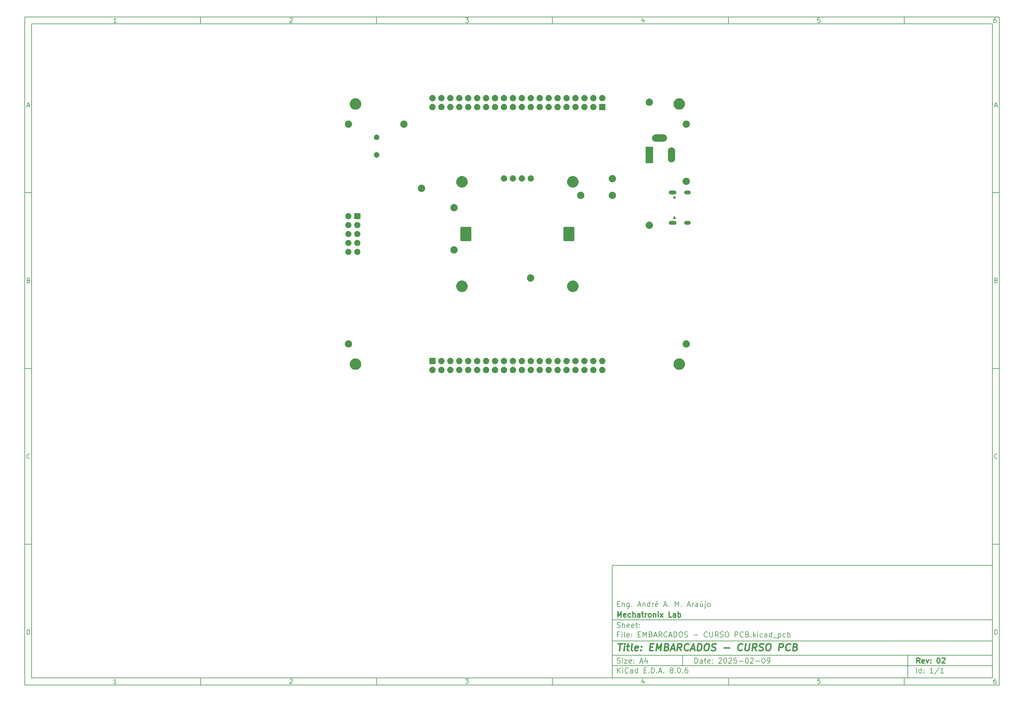
<source format=gbr>
%TF.GenerationSoftware,KiCad,Pcbnew,8.0.6*%
%TF.CreationDate,2025-02-09T14:35:08-03:00*%
%TF.ProjectId,EMBARCADOS - CURSO PCB,454d4241-5243-4414-944f-53202d204355,02*%
%TF.SameCoordinates,Original*%
%TF.FileFunction,Soldermask,Bot*%
%TF.FilePolarity,Negative*%
%FSLAX46Y46*%
G04 Gerber Fmt 4.6, Leading zero omitted, Abs format (unit mm)*
G04 Created by KiCad (PCBNEW 8.0.6) date 2025-02-09 14:35:08*
%MOMM*%
%LPD*%
G01*
G04 APERTURE LIST*
%ADD10C,0.100000*%
%ADD11C,0.150000*%
%ADD12C,0.300000*%
%ADD13C,0.400000*%
G04 APERTURE END LIST*
D10*
D11*
X177002200Y-166007200D02*
X285002200Y-166007200D01*
X285002200Y-198007200D01*
X177002200Y-198007200D01*
X177002200Y-166007200D01*
D10*
D11*
X10000000Y-10000000D02*
X287002200Y-10000000D01*
X287002200Y-200007200D01*
X10000000Y-200007200D01*
X10000000Y-10000000D01*
D10*
D11*
X12000000Y-12000000D02*
X285002200Y-12000000D01*
X285002200Y-198007200D01*
X12000000Y-198007200D01*
X12000000Y-12000000D01*
D10*
D11*
X60000000Y-12000000D02*
X60000000Y-10000000D01*
D10*
D11*
X110000000Y-12000000D02*
X110000000Y-10000000D01*
D10*
D11*
X160000000Y-12000000D02*
X160000000Y-10000000D01*
D10*
D11*
X210000000Y-12000000D02*
X210000000Y-10000000D01*
D10*
D11*
X260000000Y-12000000D02*
X260000000Y-10000000D01*
D10*
D11*
X36089160Y-11593604D02*
X35346303Y-11593604D01*
X35717731Y-11593604D02*
X35717731Y-10293604D01*
X35717731Y-10293604D02*
X35593922Y-10479319D01*
X35593922Y-10479319D02*
X35470112Y-10603128D01*
X35470112Y-10603128D02*
X35346303Y-10665033D01*
D10*
D11*
X85346303Y-10417414D02*
X85408207Y-10355509D01*
X85408207Y-10355509D02*
X85532017Y-10293604D01*
X85532017Y-10293604D02*
X85841541Y-10293604D01*
X85841541Y-10293604D02*
X85965350Y-10355509D01*
X85965350Y-10355509D02*
X86027255Y-10417414D01*
X86027255Y-10417414D02*
X86089160Y-10541223D01*
X86089160Y-10541223D02*
X86089160Y-10665033D01*
X86089160Y-10665033D02*
X86027255Y-10850747D01*
X86027255Y-10850747D02*
X85284398Y-11593604D01*
X85284398Y-11593604D02*
X86089160Y-11593604D01*
D10*
D11*
X135284398Y-10293604D02*
X136089160Y-10293604D01*
X136089160Y-10293604D02*
X135655826Y-10788842D01*
X135655826Y-10788842D02*
X135841541Y-10788842D01*
X135841541Y-10788842D02*
X135965350Y-10850747D01*
X135965350Y-10850747D02*
X136027255Y-10912652D01*
X136027255Y-10912652D02*
X136089160Y-11036461D01*
X136089160Y-11036461D02*
X136089160Y-11345985D01*
X136089160Y-11345985D02*
X136027255Y-11469795D01*
X136027255Y-11469795D02*
X135965350Y-11531700D01*
X135965350Y-11531700D02*
X135841541Y-11593604D01*
X135841541Y-11593604D02*
X135470112Y-11593604D01*
X135470112Y-11593604D02*
X135346303Y-11531700D01*
X135346303Y-11531700D02*
X135284398Y-11469795D01*
D10*
D11*
X185965350Y-10726938D02*
X185965350Y-11593604D01*
X185655826Y-10231700D02*
X185346303Y-11160271D01*
X185346303Y-11160271D02*
X186151064Y-11160271D01*
D10*
D11*
X236027255Y-10293604D02*
X235408207Y-10293604D01*
X235408207Y-10293604D02*
X235346303Y-10912652D01*
X235346303Y-10912652D02*
X235408207Y-10850747D01*
X235408207Y-10850747D02*
X235532017Y-10788842D01*
X235532017Y-10788842D02*
X235841541Y-10788842D01*
X235841541Y-10788842D02*
X235965350Y-10850747D01*
X235965350Y-10850747D02*
X236027255Y-10912652D01*
X236027255Y-10912652D02*
X236089160Y-11036461D01*
X236089160Y-11036461D02*
X236089160Y-11345985D01*
X236089160Y-11345985D02*
X236027255Y-11469795D01*
X236027255Y-11469795D02*
X235965350Y-11531700D01*
X235965350Y-11531700D02*
X235841541Y-11593604D01*
X235841541Y-11593604D02*
X235532017Y-11593604D01*
X235532017Y-11593604D02*
X235408207Y-11531700D01*
X235408207Y-11531700D02*
X235346303Y-11469795D01*
D10*
D11*
X285965350Y-10293604D02*
X285717731Y-10293604D01*
X285717731Y-10293604D02*
X285593922Y-10355509D01*
X285593922Y-10355509D02*
X285532017Y-10417414D01*
X285532017Y-10417414D02*
X285408207Y-10603128D01*
X285408207Y-10603128D02*
X285346303Y-10850747D01*
X285346303Y-10850747D02*
X285346303Y-11345985D01*
X285346303Y-11345985D02*
X285408207Y-11469795D01*
X285408207Y-11469795D02*
X285470112Y-11531700D01*
X285470112Y-11531700D02*
X285593922Y-11593604D01*
X285593922Y-11593604D02*
X285841541Y-11593604D01*
X285841541Y-11593604D02*
X285965350Y-11531700D01*
X285965350Y-11531700D02*
X286027255Y-11469795D01*
X286027255Y-11469795D02*
X286089160Y-11345985D01*
X286089160Y-11345985D02*
X286089160Y-11036461D01*
X286089160Y-11036461D02*
X286027255Y-10912652D01*
X286027255Y-10912652D02*
X285965350Y-10850747D01*
X285965350Y-10850747D02*
X285841541Y-10788842D01*
X285841541Y-10788842D02*
X285593922Y-10788842D01*
X285593922Y-10788842D02*
X285470112Y-10850747D01*
X285470112Y-10850747D02*
X285408207Y-10912652D01*
X285408207Y-10912652D02*
X285346303Y-11036461D01*
D10*
D11*
X60000000Y-198007200D02*
X60000000Y-200007200D01*
D10*
D11*
X110000000Y-198007200D02*
X110000000Y-200007200D01*
D10*
D11*
X160000000Y-198007200D02*
X160000000Y-200007200D01*
D10*
D11*
X210000000Y-198007200D02*
X210000000Y-200007200D01*
D10*
D11*
X260000000Y-198007200D02*
X260000000Y-200007200D01*
D10*
D11*
X36089160Y-199600804D02*
X35346303Y-199600804D01*
X35717731Y-199600804D02*
X35717731Y-198300804D01*
X35717731Y-198300804D02*
X35593922Y-198486519D01*
X35593922Y-198486519D02*
X35470112Y-198610328D01*
X35470112Y-198610328D02*
X35346303Y-198672233D01*
D10*
D11*
X85346303Y-198424614D02*
X85408207Y-198362709D01*
X85408207Y-198362709D02*
X85532017Y-198300804D01*
X85532017Y-198300804D02*
X85841541Y-198300804D01*
X85841541Y-198300804D02*
X85965350Y-198362709D01*
X85965350Y-198362709D02*
X86027255Y-198424614D01*
X86027255Y-198424614D02*
X86089160Y-198548423D01*
X86089160Y-198548423D02*
X86089160Y-198672233D01*
X86089160Y-198672233D02*
X86027255Y-198857947D01*
X86027255Y-198857947D02*
X85284398Y-199600804D01*
X85284398Y-199600804D02*
X86089160Y-199600804D01*
D10*
D11*
X135284398Y-198300804D02*
X136089160Y-198300804D01*
X136089160Y-198300804D02*
X135655826Y-198796042D01*
X135655826Y-198796042D02*
X135841541Y-198796042D01*
X135841541Y-198796042D02*
X135965350Y-198857947D01*
X135965350Y-198857947D02*
X136027255Y-198919852D01*
X136027255Y-198919852D02*
X136089160Y-199043661D01*
X136089160Y-199043661D02*
X136089160Y-199353185D01*
X136089160Y-199353185D02*
X136027255Y-199476995D01*
X136027255Y-199476995D02*
X135965350Y-199538900D01*
X135965350Y-199538900D02*
X135841541Y-199600804D01*
X135841541Y-199600804D02*
X135470112Y-199600804D01*
X135470112Y-199600804D02*
X135346303Y-199538900D01*
X135346303Y-199538900D02*
X135284398Y-199476995D01*
D10*
D11*
X185965350Y-198734138D02*
X185965350Y-199600804D01*
X185655826Y-198238900D02*
X185346303Y-199167471D01*
X185346303Y-199167471D02*
X186151064Y-199167471D01*
D10*
D11*
X236027255Y-198300804D02*
X235408207Y-198300804D01*
X235408207Y-198300804D02*
X235346303Y-198919852D01*
X235346303Y-198919852D02*
X235408207Y-198857947D01*
X235408207Y-198857947D02*
X235532017Y-198796042D01*
X235532017Y-198796042D02*
X235841541Y-198796042D01*
X235841541Y-198796042D02*
X235965350Y-198857947D01*
X235965350Y-198857947D02*
X236027255Y-198919852D01*
X236027255Y-198919852D02*
X236089160Y-199043661D01*
X236089160Y-199043661D02*
X236089160Y-199353185D01*
X236089160Y-199353185D02*
X236027255Y-199476995D01*
X236027255Y-199476995D02*
X235965350Y-199538900D01*
X235965350Y-199538900D02*
X235841541Y-199600804D01*
X235841541Y-199600804D02*
X235532017Y-199600804D01*
X235532017Y-199600804D02*
X235408207Y-199538900D01*
X235408207Y-199538900D02*
X235346303Y-199476995D01*
D10*
D11*
X285965350Y-198300804D02*
X285717731Y-198300804D01*
X285717731Y-198300804D02*
X285593922Y-198362709D01*
X285593922Y-198362709D02*
X285532017Y-198424614D01*
X285532017Y-198424614D02*
X285408207Y-198610328D01*
X285408207Y-198610328D02*
X285346303Y-198857947D01*
X285346303Y-198857947D02*
X285346303Y-199353185D01*
X285346303Y-199353185D02*
X285408207Y-199476995D01*
X285408207Y-199476995D02*
X285470112Y-199538900D01*
X285470112Y-199538900D02*
X285593922Y-199600804D01*
X285593922Y-199600804D02*
X285841541Y-199600804D01*
X285841541Y-199600804D02*
X285965350Y-199538900D01*
X285965350Y-199538900D02*
X286027255Y-199476995D01*
X286027255Y-199476995D02*
X286089160Y-199353185D01*
X286089160Y-199353185D02*
X286089160Y-199043661D01*
X286089160Y-199043661D02*
X286027255Y-198919852D01*
X286027255Y-198919852D02*
X285965350Y-198857947D01*
X285965350Y-198857947D02*
X285841541Y-198796042D01*
X285841541Y-198796042D02*
X285593922Y-198796042D01*
X285593922Y-198796042D02*
X285470112Y-198857947D01*
X285470112Y-198857947D02*
X285408207Y-198919852D01*
X285408207Y-198919852D02*
X285346303Y-199043661D01*
D10*
D11*
X10000000Y-60000000D02*
X12000000Y-60000000D01*
D10*
D11*
X10000000Y-110000000D02*
X12000000Y-110000000D01*
D10*
D11*
X10000000Y-160000000D02*
X12000000Y-160000000D01*
D10*
D11*
X10690476Y-35222176D02*
X11309523Y-35222176D01*
X10566666Y-35593604D02*
X10999999Y-34293604D01*
X10999999Y-34293604D02*
X11433333Y-35593604D01*
D10*
D11*
X11092857Y-84912652D02*
X11278571Y-84974557D01*
X11278571Y-84974557D02*
X11340476Y-85036461D01*
X11340476Y-85036461D02*
X11402380Y-85160271D01*
X11402380Y-85160271D02*
X11402380Y-85345985D01*
X11402380Y-85345985D02*
X11340476Y-85469795D01*
X11340476Y-85469795D02*
X11278571Y-85531700D01*
X11278571Y-85531700D02*
X11154761Y-85593604D01*
X11154761Y-85593604D02*
X10659523Y-85593604D01*
X10659523Y-85593604D02*
X10659523Y-84293604D01*
X10659523Y-84293604D02*
X11092857Y-84293604D01*
X11092857Y-84293604D02*
X11216666Y-84355509D01*
X11216666Y-84355509D02*
X11278571Y-84417414D01*
X11278571Y-84417414D02*
X11340476Y-84541223D01*
X11340476Y-84541223D02*
X11340476Y-84665033D01*
X11340476Y-84665033D02*
X11278571Y-84788842D01*
X11278571Y-84788842D02*
X11216666Y-84850747D01*
X11216666Y-84850747D02*
X11092857Y-84912652D01*
X11092857Y-84912652D02*
X10659523Y-84912652D01*
D10*
D11*
X11402380Y-135469795D02*
X11340476Y-135531700D01*
X11340476Y-135531700D02*
X11154761Y-135593604D01*
X11154761Y-135593604D02*
X11030952Y-135593604D01*
X11030952Y-135593604D02*
X10845238Y-135531700D01*
X10845238Y-135531700D02*
X10721428Y-135407890D01*
X10721428Y-135407890D02*
X10659523Y-135284080D01*
X10659523Y-135284080D02*
X10597619Y-135036461D01*
X10597619Y-135036461D02*
X10597619Y-134850747D01*
X10597619Y-134850747D02*
X10659523Y-134603128D01*
X10659523Y-134603128D02*
X10721428Y-134479319D01*
X10721428Y-134479319D02*
X10845238Y-134355509D01*
X10845238Y-134355509D02*
X11030952Y-134293604D01*
X11030952Y-134293604D02*
X11154761Y-134293604D01*
X11154761Y-134293604D02*
X11340476Y-134355509D01*
X11340476Y-134355509D02*
X11402380Y-134417414D01*
D10*
D11*
X10659523Y-185593604D02*
X10659523Y-184293604D01*
X10659523Y-184293604D02*
X10969047Y-184293604D01*
X10969047Y-184293604D02*
X11154761Y-184355509D01*
X11154761Y-184355509D02*
X11278571Y-184479319D01*
X11278571Y-184479319D02*
X11340476Y-184603128D01*
X11340476Y-184603128D02*
X11402380Y-184850747D01*
X11402380Y-184850747D02*
X11402380Y-185036461D01*
X11402380Y-185036461D02*
X11340476Y-185284080D01*
X11340476Y-185284080D02*
X11278571Y-185407890D01*
X11278571Y-185407890D02*
X11154761Y-185531700D01*
X11154761Y-185531700D02*
X10969047Y-185593604D01*
X10969047Y-185593604D02*
X10659523Y-185593604D01*
D10*
D11*
X287002200Y-60000000D02*
X285002200Y-60000000D01*
D10*
D11*
X287002200Y-110000000D02*
X285002200Y-110000000D01*
D10*
D11*
X287002200Y-160000000D02*
X285002200Y-160000000D01*
D10*
D11*
X285692676Y-35222176D02*
X286311723Y-35222176D01*
X285568866Y-35593604D02*
X286002199Y-34293604D01*
X286002199Y-34293604D02*
X286435533Y-35593604D01*
D10*
D11*
X286095057Y-84912652D02*
X286280771Y-84974557D01*
X286280771Y-84974557D02*
X286342676Y-85036461D01*
X286342676Y-85036461D02*
X286404580Y-85160271D01*
X286404580Y-85160271D02*
X286404580Y-85345985D01*
X286404580Y-85345985D02*
X286342676Y-85469795D01*
X286342676Y-85469795D02*
X286280771Y-85531700D01*
X286280771Y-85531700D02*
X286156961Y-85593604D01*
X286156961Y-85593604D02*
X285661723Y-85593604D01*
X285661723Y-85593604D02*
X285661723Y-84293604D01*
X285661723Y-84293604D02*
X286095057Y-84293604D01*
X286095057Y-84293604D02*
X286218866Y-84355509D01*
X286218866Y-84355509D02*
X286280771Y-84417414D01*
X286280771Y-84417414D02*
X286342676Y-84541223D01*
X286342676Y-84541223D02*
X286342676Y-84665033D01*
X286342676Y-84665033D02*
X286280771Y-84788842D01*
X286280771Y-84788842D02*
X286218866Y-84850747D01*
X286218866Y-84850747D02*
X286095057Y-84912652D01*
X286095057Y-84912652D02*
X285661723Y-84912652D01*
D10*
D11*
X286404580Y-135469795D02*
X286342676Y-135531700D01*
X286342676Y-135531700D02*
X286156961Y-135593604D01*
X286156961Y-135593604D02*
X286033152Y-135593604D01*
X286033152Y-135593604D02*
X285847438Y-135531700D01*
X285847438Y-135531700D02*
X285723628Y-135407890D01*
X285723628Y-135407890D02*
X285661723Y-135284080D01*
X285661723Y-135284080D02*
X285599819Y-135036461D01*
X285599819Y-135036461D02*
X285599819Y-134850747D01*
X285599819Y-134850747D02*
X285661723Y-134603128D01*
X285661723Y-134603128D02*
X285723628Y-134479319D01*
X285723628Y-134479319D02*
X285847438Y-134355509D01*
X285847438Y-134355509D02*
X286033152Y-134293604D01*
X286033152Y-134293604D02*
X286156961Y-134293604D01*
X286156961Y-134293604D02*
X286342676Y-134355509D01*
X286342676Y-134355509D02*
X286404580Y-134417414D01*
D10*
D11*
X285661723Y-185593604D02*
X285661723Y-184293604D01*
X285661723Y-184293604D02*
X285971247Y-184293604D01*
X285971247Y-184293604D02*
X286156961Y-184355509D01*
X286156961Y-184355509D02*
X286280771Y-184479319D01*
X286280771Y-184479319D02*
X286342676Y-184603128D01*
X286342676Y-184603128D02*
X286404580Y-184850747D01*
X286404580Y-184850747D02*
X286404580Y-185036461D01*
X286404580Y-185036461D02*
X286342676Y-185284080D01*
X286342676Y-185284080D02*
X286280771Y-185407890D01*
X286280771Y-185407890D02*
X286156961Y-185531700D01*
X286156961Y-185531700D02*
X285971247Y-185593604D01*
X285971247Y-185593604D02*
X285661723Y-185593604D01*
D10*
D11*
X200458026Y-193793328D02*
X200458026Y-192293328D01*
X200458026Y-192293328D02*
X200815169Y-192293328D01*
X200815169Y-192293328D02*
X201029455Y-192364757D01*
X201029455Y-192364757D02*
X201172312Y-192507614D01*
X201172312Y-192507614D02*
X201243741Y-192650471D01*
X201243741Y-192650471D02*
X201315169Y-192936185D01*
X201315169Y-192936185D02*
X201315169Y-193150471D01*
X201315169Y-193150471D02*
X201243741Y-193436185D01*
X201243741Y-193436185D02*
X201172312Y-193579042D01*
X201172312Y-193579042D02*
X201029455Y-193721900D01*
X201029455Y-193721900D02*
X200815169Y-193793328D01*
X200815169Y-193793328D02*
X200458026Y-193793328D01*
X202600884Y-193793328D02*
X202600884Y-193007614D01*
X202600884Y-193007614D02*
X202529455Y-192864757D01*
X202529455Y-192864757D02*
X202386598Y-192793328D01*
X202386598Y-192793328D02*
X202100884Y-192793328D01*
X202100884Y-192793328D02*
X201958026Y-192864757D01*
X202600884Y-193721900D02*
X202458026Y-193793328D01*
X202458026Y-193793328D02*
X202100884Y-193793328D01*
X202100884Y-193793328D02*
X201958026Y-193721900D01*
X201958026Y-193721900D02*
X201886598Y-193579042D01*
X201886598Y-193579042D02*
X201886598Y-193436185D01*
X201886598Y-193436185D02*
X201958026Y-193293328D01*
X201958026Y-193293328D02*
X202100884Y-193221900D01*
X202100884Y-193221900D02*
X202458026Y-193221900D01*
X202458026Y-193221900D02*
X202600884Y-193150471D01*
X203100884Y-192793328D02*
X203672312Y-192793328D01*
X203315169Y-192293328D02*
X203315169Y-193579042D01*
X203315169Y-193579042D02*
X203386598Y-193721900D01*
X203386598Y-193721900D02*
X203529455Y-193793328D01*
X203529455Y-193793328D02*
X203672312Y-193793328D01*
X204743741Y-193721900D02*
X204600884Y-193793328D01*
X204600884Y-193793328D02*
X204315170Y-193793328D01*
X204315170Y-193793328D02*
X204172312Y-193721900D01*
X204172312Y-193721900D02*
X204100884Y-193579042D01*
X204100884Y-193579042D02*
X204100884Y-193007614D01*
X204100884Y-193007614D02*
X204172312Y-192864757D01*
X204172312Y-192864757D02*
X204315170Y-192793328D01*
X204315170Y-192793328D02*
X204600884Y-192793328D01*
X204600884Y-192793328D02*
X204743741Y-192864757D01*
X204743741Y-192864757D02*
X204815170Y-193007614D01*
X204815170Y-193007614D02*
X204815170Y-193150471D01*
X204815170Y-193150471D02*
X204100884Y-193293328D01*
X205458026Y-193650471D02*
X205529455Y-193721900D01*
X205529455Y-193721900D02*
X205458026Y-193793328D01*
X205458026Y-193793328D02*
X205386598Y-193721900D01*
X205386598Y-193721900D02*
X205458026Y-193650471D01*
X205458026Y-193650471D02*
X205458026Y-193793328D01*
X205458026Y-192864757D02*
X205529455Y-192936185D01*
X205529455Y-192936185D02*
X205458026Y-193007614D01*
X205458026Y-193007614D02*
X205386598Y-192936185D01*
X205386598Y-192936185D02*
X205458026Y-192864757D01*
X205458026Y-192864757D02*
X205458026Y-193007614D01*
X207243741Y-192436185D02*
X207315169Y-192364757D01*
X207315169Y-192364757D02*
X207458027Y-192293328D01*
X207458027Y-192293328D02*
X207815169Y-192293328D01*
X207815169Y-192293328D02*
X207958027Y-192364757D01*
X207958027Y-192364757D02*
X208029455Y-192436185D01*
X208029455Y-192436185D02*
X208100884Y-192579042D01*
X208100884Y-192579042D02*
X208100884Y-192721900D01*
X208100884Y-192721900D02*
X208029455Y-192936185D01*
X208029455Y-192936185D02*
X207172312Y-193793328D01*
X207172312Y-193793328D02*
X208100884Y-193793328D01*
X209029455Y-192293328D02*
X209172312Y-192293328D01*
X209172312Y-192293328D02*
X209315169Y-192364757D01*
X209315169Y-192364757D02*
X209386598Y-192436185D01*
X209386598Y-192436185D02*
X209458026Y-192579042D01*
X209458026Y-192579042D02*
X209529455Y-192864757D01*
X209529455Y-192864757D02*
X209529455Y-193221900D01*
X209529455Y-193221900D02*
X209458026Y-193507614D01*
X209458026Y-193507614D02*
X209386598Y-193650471D01*
X209386598Y-193650471D02*
X209315169Y-193721900D01*
X209315169Y-193721900D02*
X209172312Y-193793328D01*
X209172312Y-193793328D02*
X209029455Y-193793328D01*
X209029455Y-193793328D02*
X208886598Y-193721900D01*
X208886598Y-193721900D02*
X208815169Y-193650471D01*
X208815169Y-193650471D02*
X208743740Y-193507614D01*
X208743740Y-193507614D02*
X208672312Y-193221900D01*
X208672312Y-193221900D02*
X208672312Y-192864757D01*
X208672312Y-192864757D02*
X208743740Y-192579042D01*
X208743740Y-192579042D02*
X208815169Y-192436185D01*
X208815169Y-192436185D02*
X208886598Y-192364757D01*
X208886598Y-192364757D02*
X209029455Y-192293328D01*
X210100883Y-192436185D02*
X210172311Y-192364757D01*
X210172311Y-192364757D02*
X210315169Y-192293328D01*
X210315169Y-192293328D02*
X210672311Y-192293328D01*
X210672311Y-192293328D02*
X210815169Y-192364757D01*
X210815169Y-192364757D02*
X210886597Y-192436185D01*
X210886597Y-192436185D02*
X210958026Y-192579042D01*
X210958026Y-192579042D02*
X210958026Y-192721900D01*
X210958026Y-192721900D02*
X210886597Y-192936185D01*
X210886597Y-192936185D02*
X210029454Y-193793328D01*
X210029454Y-193793328D02*
X210958026Y-193793328D01*
X212315168Y-192293328D02*
X211600882Y-192293328D01*
X211600882Y-192293328D02*
X211529454Y-193007614D01*
X211529454Y-193007614D02*
X211600882Y-192936185D01*
X211600882Y-192936185D02*
X211743740Y-192864757D01*
X211743740Y-192864757D02*
X212100882Y-192864757D01*
X212100882Y-192864757D02*
X212243740Y-192936185D01*
X212243740Y-192936185D02*
X212315168Y-193007614D01*
X212315168Y-193007614D02*
X212386597Y-193150471D01*
X212386597Y-193150471D02*
X212386597Y-193507614D01*
X212386597Y-193507614D02*
X212315168Y-193650471D01*
X212315168Y-193650471D02*
X212243740Y-193721900D01*
X212243740Y-193721900D02*
X212100882Y-193793328D01*
X212100882Y-193793328D02*
X211743740Y-193793328D01*
X211743740Y-193793328D02*
X211600882Y-193721900D01*
X211600882Y-193721900D02*
X211529454Y-193650471D01*
X213029453Y-193221900D02*
X214172311Y-193221900D01*
X215172311Y-192293328D02*
X215315168Y-192293328D01*
X215315168Y-192293328D02*
X215458025Y-192364757D01*
X215458025Y-192364757D02*
X215529454Y-192436185D01*
X215529454Y-192436185D02*
X215600882Y-192579042D01*
X215600882Y-192579042D02*
X215672311Y-192864757D01*
X215672311Y-192864757D02*
X215672311Y-193221900D01*
X215672311Y-193221900D02*
X215600882Y-193507614D01*
X215600882Y-193507614D02*
X215529454Y-193650471D01*
X215529454Y-193650471D02*
X215458025Y-193721900D01*
X215458025Y-193721900D02*
X215315168Y-193793328D01*
X215315168Y-193793328D02*
X215172311Y-193793328D01*
X215172311Y-193793328D02*
X215029454Y-193721900D01*
X215029454Y-193721900D02*
X214958025Y-193650471D01*
X214958025Y-193650471D02*
X214886596Y-193507614D01*
X214886596Y-193507614D02*
X214815168Y-193221900D01*
X214815168Y-193221900D02*
X214815168Y-192864757D01*
X214815168Y-192864757D02*
X214886596Y-192579042D01*
X214886596Y-192579042D02*
X214958025Y-192436185D01*
X214958025Y-192436185D02*
X215029454Y-192364757D01*
X215029454Y-192364757D02*
X215172311Y-192293328D01*
X216243739Y-192436185D02*
X216315167Y-192364757D01*
X216315167Y-192364757D02*
X216458025Y-192293328D01*
X216458025Y-192293328D02*
X216815167Y-192293328D01*
X216815167Y-192293328D02*
X216958025Y-192364757D01*
X216958025Y-192364757D02*
X217029453Y-192436185D01*
X217029453Y-192436185D02*
X217100882Y-192579042D01*
X217100882Y-192579042D02*
X217100882Y-192721900D01*
X217100882Y-192721900D02*
X217029453Y-192936185D01*
X217029453Y-192936185D02*
X216172310Y-193793328D01*
X216172310Y-193793328D02*
X217100882Y-193793328D01*
X217743738Y-193221900D02*
X218886596Y-193221900D01*
X219886596Y-192293328D02*
X220029453Y-192293328D01*
X220029453Y-192293328D02*
X220172310Y-192364757D01*
X220172310Y-192364757D02*
X220243739Y-192436185D01*
X220243739Y-192436185D02*
X220315167Y-192579042D01*
X220315167Y-192579042D02*
X220386596Y-192864757D01*
X220386596Y-192864757D02*
X220386596Y-193221900D01*
X220386596Y-193221900D02*
X220315167Y-193507614D01*
X220315167Y-193507614D02*
X220243739Y-193650471D01*
X220243739Y-193650471D02*
X220172310Y-193721900D01*
X220172310Y-193721900D02*
X220029453Y-193793328D01*
X220029453Y-193793328D02*
X219886596Y-193793328D01*
X219886596Y-193793328D02*
X219743739Y-193721900D01*
X219743739Y-193721900D02*
X219672310Y-193650471D01*
X219672310Y-193650471D02*
X219600881Y-193507614D01*
X219600881Y-193507614D02*
X219529453Y-193221900D01*
X219529453Y-193221900D02*
X219529453Y-192864757D01*
X219529453Y-192864757D02*
X219600881Y-192579042D01*
X219600881Y-192579042D02*
X219672310Y-192436185D01*
X219672310Y-192436185D02*
X219743739Y-192364757D01*
X219743739Y-192364757D02*
X219886596Y-192293328D01*
X221100881Y-193793328D02*
X221386595Y-193793328D01*
X221386595Y-193793328D02*
X221529452Y-193721900D01*
X221529452Y-193721900D02*
X221600881Y-193650471D01*
X221600881Y-193650471D02*
X221743738Y-193436185D01*
X221743738Y-193436185D02*
X221815167Y-193150471D01*
X221815167Y-193150471D02*
X221815167Y-192579042D01*
X221815167Y-192579042D02*
X221743738Y-192436185D01*
X221743738Y-192436185D02*
X221672310Y-192364757D01*
X221672310Y-192364757D02*
X221529452Y-192293328D01*
X221529452Y-192293328D02*
X221243738Y-192293328D01*
X221243738Y-192293328D02*
X221100881Y-192364757D01*
X221100881Y-192364757D02*
X221029452Y-192436185D01*
X221029452Y-192436185D02*
X220958024Y-192579042D01*
X220958024Y-192579042D02*
X220958024Y-192936185D01*
X220958024Y-192936185D02*
X221029452Y-193079042D01*
X221029452Y-193079042D02*
X221100881Y-193150471D01*
X221100881Y-193150471D02*
X221243738Y-193221900D01*
X221243738Y-193221900D02*
X221529452Y-193221900D01*
X221529452Y-193221900D02*
X221672310Y-193150471D01*
X221672310Y-193150471D02*
X221743738Y-193079042D01*
X221743738Y-193079042D02*
X221815167Y-192936185D01*
D10*
D11*
X177002200Y-194507200D02*
X285002200Y-194507200D01*
D10*
D11*
X178458026Y-196593328D02*
X178458026Y-195093328D01*
X179315169Y-196593328D02*
X178672312Y-195736185D01*
X179315169Y-195093328D02*
X178458026Y-195950471D01*
X179958026Y-196593328D02*
X179958026Y-195593328D01*
X179958026Y-195093328D02*
X179886598Y-195164757D01*
X179886598Y-195164757D02*
X179958026Y-195236185D01*
X179958026Y-195236185D02*
X180029455Y-195164757D01*
X180029455Y-195164757D02*
X179958026Y-195093328D01*
X179958026Y-195093328D02*
X179958026Y-195236185D01*
X181529455Y-196450471D02*
X181458027Y-196521900D01*
X181458027Y-196521900D02*
X181243741Y-196593328D01*
X181243741Y-196593328D02*
X181100884Y-196593328D01*
X181100884Y-196593328D02*
X180886598Y-196521900D01*
X180886598Y-196521900D02*
X180743741Y-196379042D01*
X180743741Y-196379042D02*
X180672312Y-196236185D01*
X180672312Y-196236185D02*
X180600884Y-195950471D01*
X180600884Y-195950471D02*
X180600884Y-195736185D01*
X180600884Y-195736185D02*
X180672312Y-195450471D01*
X180672312Y-195450471D02*
X180743741Y-195307614D01*
X180743741Y-195307614D02*
X180886598Y-195164757D01*
X180886598Y-195164757D02*
X181100884Y-195093328D01*
X181100884Y-195093328D02*
X181243741Y-195093328D01*
X181243741Y-195093328D02*
X181458027Y-195164757D01*
X181458027Y-195164757D02*
X181529455Y-195236185D01*
X182815170Y-196593328D02*
X182815170Y-195807614D01*
X182815170Y-195807614D02*
X182743741Y-195664757D01*
X182743741Y-195664757D02*
X182600884Y-195593328D01*
X182600884Y-195593328D02*
X182315170Y-195593328D01*
X182315170Y-195593328D02*
X182172312Y-195664757D01*
X182815170Y-196521900D02*
X182672312Y-196593328D01*
X182672312Y-196593328D02*
X182315170Y-196593328D01*
X182315170Y-196593328D02*
X182172312Y-196521900D01*
X182172312Y-196521900D02*
X182100884Y-196379042D01*
X182100884Y-196379042D02*
X182100884Y-196236185D01*
X182100884Y-196236185D02*
X182172312Y-196093328D01*
X182172312Y-196093328D02*
X182315170Y-196021900D01*
X182315170Y-196021900D02*
X182672312Y-196021900D01*
X182672312Y-196021900D02*
X182815170Y-195950471D01*
X184172313Y-196593328D02*
X184172313Y-195093328D01*
X184172313Y-196521900D02*
X184029455Y-196593328D01*
X184029455Y-196593328D02*
X183743741Y-196593328D01*
X183743741Y-196593328D02*
X183600884Y-196521900D01*
X183600884Y-196521900D02*
X183529455Y-196450471D01*
X183529455Y-196450471D02*
X183458027Y-196307614D01*
X183458027Y-196307614D02*
X183458027Y-195879042D01*
X183458027Y-195879042D02*
X183529455Y-195736185D01*
X183529455Y-195736185D02*
X183600884Y-195664757D01*
X183600884Y-195664757D02*
X183743741Y-195593328D01*
X183743741Y-195593328D02*
X184029455Y-195593328D01*
X184029455Y-195593328D02*
X184172313Y-195664757D01*
X186029455Y-195807614D02*
X186529455Y-195807614D01*
X186743741Y-196593328D02*
X186029455Y-196593328D01*
X186029455Y-196593328D02*
X186029455Y-195093328D01*
X186029455Y-195093328D02*
X186743741Y-195093328D01*
X187386598Y-196450471D02*
X187458027Y-196521900D01*
X187458027Y-196521900D02*
X187386598Y-196593328D01*
X187386598Y-196593328D02*
X187315170Y-196521900D01*
X187315170Y-196521900D02*
X187386598Y-196450471D01*
X187386598Y-196450471D02*
X187386598Y-196593328D01*
X188100884Y-196593328D02*
X188100884Y-195093328D01*
X188100884Y-195093328D02*
X188458027Y-195093328D01*
X188458027Y-195093328D02*
X188672313Y-195164757D01*
X188672313Y-195164757D02*
X188815170Y-195307614D01*
X188815170Y-195307614D02*
X188886599Y-195450471D01*
X188886599Y-195450471D02*
X188958027Y-195736185D01*
X188958027Y-195736185D02*
X188958027Y-195950471D01*
X188958027Y-195950471D02*
X188886599Y-196236185D01*
X188886599Y-196236185D02*
X188815170Y-196379042D01*
X188815170Y-196379042D02*
X188672313Y-196521900D01*
X188672313Y-196521900D02*
X188458027Y-196593328D01*
X188458027Y-196593328D02*
X188100884Y-196593328D01*
X189600884Y-196450471D02*
X189672313Y-196521900D01*
X189672313Y-196521900D02*
X189600884Y-196593328D01*
X189600884Y-196593328D02*
X189529456Y-196521900D01*
X189529456Y-196521900D02*
X189600884Y-196450471D01*
X189600884Y-196450471D02*
X189600884Y-196593328D01*
X190243742Y-196164757D02*
X190958028Y-196164757D01*
X190100885Y-196593328D02*
X190600885Y-195093328D01*
X190600885Y-195093328D02*
X191100885Y-196593328D01*
X191600884Y-196450471D02*
X191672313Y-196521900D01*
X191672313Y-196521900D02*
X191600884Y-196593328D01*
X191600884Y-196593328D02*
X191529456Y-196521900D01*
X191529456Y-196521900D02*
X191600884Y-196450471D01*
X191600884Y-196450471D02*
X191600884Y-196593328D01*
X193672313Y-195736185D02*
X193529456Y-195664757D01*
X193529456Y-195664757D02*
X193458027Y-195593328D01*
X193458027Y-195593328D02*
X193386599Y-195450471D01*
X193386599Y-195450471D02*
X193386599Y-195379042D01*
X193386599Y-195379042D02*
X193458027Y-195236185D01*
X193458027Y-195236185D02*
X193529456Y-195164757D01*
X193529456Y-195164757D02*
X193672313Y-195093328D01*
X193672313Y-195093328D02*
X193958027Y-195093328D01*
X193958027Y-195093328D02*
X194100885Y-195164757D01*
X194100885Y-195164757D02*
X194172313Y-195236185D01*
X194172313Y-195236185D02*
X194243742Y-195379042D01*
X194243742Y-195379042D02*
X194243742Y-195450471D01*
X194243742Y-195450471D02*
X194172313Y-195593328D01*
X194172313Y-195593328D02*
X194100885Y-195664757D01*
X194100885Y-195664757D02*
X193958027Y-195736185D01*
X193958027Y-195736185D02*
X193672313Y-195736185D01*
X193672313Y-195736185D02*
X193529456Y-195807614D01*
X193529456Y-195807614D02*
X193458027Y-195879042D01*
X193458027Y-195879042D02*
X193386599Y-196021900D01*
X193386599Y-196021900D02*
X193386599Y-196307614D01*
X193386599Y-196307614D02*
X193458027Y-196450471D01*
X193458027Y-196450471D02*
X193529456Y-196521900D01*
X193529456Y-196521900D02*
X193672313Y-196593328D01*
X193672313Y-196593328D02*
X193958027Y-196593328D01*
X193958027Y-196593328D02*
X194100885Y-196521900D01*
X194100885Y-196521900D02*
X194172313Y-196450471D01*
X194172313Y-196450471D02*
X194243742Y-196307614D01*
X194243742Y-196307614D02*
X194243742Y-196021900D01*
X194243742Y-196021900D02*
X194172313Y-195879042D01*
X194172313Y-195879042D02*
X194100885Y-195807614D01*
X194100885Y-195807614D02*
X193958027Y-195736185D01*
X194886598Y-196450471D02*
X194958027Y-196521900D01*
X194958027Y-196521900D02*
X194886598Y-196593328D01*
X194886598Y-196593328D02*
X194815170Y-196521900D01*
X194815170Y-196521900D02*
X194886598Y-196450471D01*
X194886598Y-196450471D02*
X194886598Y-196593328D01*
X195886599Y-195093328D02*
X196029456Y-195093328D01*
X196029456Y-195093328D02*
X196172313Y-195164757D01*
X196172313Y-195164757D02*
X196243742Y-195236185D01*
X196243742Y-195236185D02*
X196315170Y-195379042D01*
X196315170Y-195379042D02*
X196386599Y-195664757D01*
X196386599Y-195664757D02*
X196386599Y-196021900D01*
X196386599Y-196021900D02*
X196315170Y-196307614D01*
X196315170Y-196307614D02*
X196243742Y-196450471D01*
X196243742Y-196450471D02*
X196172313Y-196521900D01*
X196172313Y-196521900D02*
X196029456Y-196593328D01*
X196029456Y-196593328D02*
X195886599Y-196593328D01*
X195886599Y-196593328D02*
X195743742Y-196521900D01*
X195743742Y-196521900D02*
X195672313Y-196450471D01*
X195672313Y-196450471D02*
X195600884Y-196307614D01*
X195600884Y-196307614D02*
X195529456Y-196021900D01*
X195529456Y-196021900D02*
X195529456Y-195664757D01*
X195529456Y-195664757D02*
X195600884Y-195379042D01*
X195600884Y-195379042D02*
X195672313Y-195236185D01*
X195672313Y-195236185D02*
X195743742Y-195164757D01*
X195743742Y-195164757D02*
X195886599Y-195093328D01*
X197029455Y-196450471D02*
X197100884Y-196521900D01*
X197100884Y-196521900D02*
X197029455Y-196593328D01*
X197029455Y-196593328D02*
X196958027Y-196521900D01*
X196958027Y-196521900D02*
X197029455Y-196450471D01*
X197029455Y-196450471D02*
X197029455Y-196593328D01*
X198386599Y-195093328D02*
X198100884Y-195093328D01*
X198100884Y-195093328D02*
X197958027Y-195164757D01*
X197958027Y-195164757D02*
X197886599Y-195236185D01*
X197886599Y-195236185D02*
X197743741Y-195450471D01*
X197743741Y-195450471D02*
X197672313Y-195736185D01*
X197672313Y-195736185D02*
X197672313Y-196307614D01*
X197672313Y-196307614D02*
X197743741Y-196450471D01*
X197743741Y-196450471D02*
X197815170Y-196521900D01*
X197815170Y-196521900D02*
X197958027Y-196593328D01*
X197958027Y-196593328D02*
X198243741Y-196593328D01*
X198243741Y-196593328D02*
X198386599Y-196521900D01*
X198386599Y-196521900D02*
X198458027Y-196450471D01*
X198458027Y-196450471D02*
X198529456Y-196307614D01*
X198529456Y-196307614D02*
X198529456Y-195950471D01*
X198529456Y-195950471D02*
X198458027Y-195807614D01*
X198458027Y-195807614D02*
X198386599Y-195736185D01*
X198386599Y-195736185D02*
X198243741Y-195664757D01*
X198243741Y-195664757D02*
X197958027Y-195664757D01*
X197958027Y-195664757D02*
X197815170Y-195736185D01*
X197815170Y-195736185D02*
X197743741Y-195807614D01*
X197743741Y-195807614D02*
X197672313Y-195950471D01*
D10*
D11*
X177002200Y-191507200D02*
X285002200Y-191507200D01*
D10*
D12*
X264413853Y-193785528D02*
X263913853Y-193071242D01*
X263556710Y-193785528D02*
X263556710Y-192285528D01*
X263556710Y-192285528D02*
X264128139Y-192285528D01*
X264128139Y-192285528D02*
X264270996Y-192356957D01*
X264270996Y-192356957D02*
X264342425Y-192428385D01*
X264342425Y-192428385D02*
X264413853Y-192571242D01*
X264413853Y-192571242D02*
X264413853Y-192785528D01*
X264413853Y-192785528D02*
X264342425Y-192928385D01*
X264342425Y-192928385D02*
X264270996Y-192999814D01*
X264270996Y-192999814D02*
X264128139Y-193071242D01*
X264128139Y-193071242D02*
X263556710Y-193071242D01*
X265628139Y-193714100D02*
X265485282Y-193785528D01*
X265485282Y-193785528D02*
X265199568Y-193785528D01*
X265199568Y-193785528D02*
X265056710Y-193714100D01*
X265056710Y-193714100D02*
X264985282Y-193571242D01*
X264985282Y-193571242D02*
X264985282Y-192999814D01*
X264985282Y-192999814D02*
X265056710Y-192856957D01*
X265056710Y-192856957D02*
X265199568Y-192785528D01*
X265199568Y-192785528D02*
X265485282Y-192785528D01*
X265485282Y-192785528D02*
X265628139Y-192856957D01*
X265628139Y-192856957D02*
X265699568Y-192999814D01*
X265699568Y-192999814D02*
X265699568Y-193142671D01*
X265699568Y-193142671D02*
X264985282Y-193285528D01*
X266199567Y-192785528D02*
X266556710Y-193785528D01*
X266556710Y-193785528D02*
X266913853Y-192785528D01*
X267485281Y-193642671D02*
X267556710Y-193714100D01*
X267556710Y-193714100D02*
X267485281Y-193785528D01*
X267485281Y-193785528D02*
X267413853Y-193714100D01*
X267413853Y-193714100D02*
X267485281Y-193642671D01*
X267485281Y-193642671D02*
X267485281Y-193785528D01*
X267485281Y-192856957D02*
X267556710Y-192928385D01*
X267556710Y-192928385D02*
X267485281Y-192999814D01*
X267485281Y-192999814D02*
X267413853Y-192928385D01*
X267413853Y-192928385D02*
X267485281Y-192856957D01*
X267485281Y-192856957D02*
X267485281Y-192999814D01*
X269628139Y-192285528D02*
X269770996Y-192285528D01*
X269770996Y-192285528D02*
X269913853Y-192356957D01*
X269913853Y-192356957D02*
X269985282Y-192428385D01*
X269985282Y-192428385D02*
X270056710Y-192571242D01*
X270056710Y-192571242D02*
X270128139Y-192856957D01*
X270128139Y-192856957D02*
X270128139Y-193214100D01*
X270128139Y-193214100D02*
X270056710Y-193499814D01*
X270056710Y-193499814D02*
X269985282Y-193642671D01*
X269985282Y-193642671D02*
X269913853Y-193714100D01*
X269913853Y-193714100D02*
X269770996Y-193785528D01*
X269770996Y-193785528D02*
X269628139Y-193785528D01*
X269628139Y-193785528D02*
X269485282Y-193714100D01*
X269485282Y-193714100D02*
X269413853Y-193642671D01*
X269413853Y-193642671D02*
X269342424Y-193499814D01*
X269342424Y-193499814D02*
X269270996Y-193214100D01*
X269270996Y-193214100D02*
X269270996Y-192856957D01*
X269270996Y-192856957D02*
X269342424Y-192571242D01*
X269342424Y-192571242D02*
X269413853Y-192428385D01*
X269413853Y-192428385D02*
X269485282Y-192356957D01*
X269485282Y-192356957D02*
X269628139Y-192285528D01*
X270699567Y-192428385D02*
X270770995Y-192356957D01*
X270770995Y-192356957D02*
X270913853Y-192285528D01*
X270913853Y-192285528D02*
X271270995Y-192285528D01*
X271270995Y-192285528D02*
X271413853Y-192356957D01*
X271413853Y-192356957D02*
X271485281Y-192428385D01*
X271485281Y-192428385D02*
X271556710Y-192571242D01*
X271556710Y-192571242D02*
X271556710Y-192714100D01*
X271556710Y-192714100D02*
X271485281Y-192928385D01*
X271485281Y-192928385D02*
X270628138Y-193785528D01*
X270628138Y-193785528D02*
X271556710Y-193785528D01*
D10*
D11*
X178386598Y-193721900D02*
X178600884Y-193793328D01*
X178600884Y-193793328D02*
X178958026Y-193793328D01*
X178958026Y-193793328D02*
X179100884Y-193721900D01*
X179100884Y-193721900D02*
X179172312Y-193650471D01*
X179172312Y-193650471D02*
X179243741Y-193507614D01*
X179243741Y-193507614D02*
X179243741Y-193364757D01*
X179243741Y-193364757D02*
X179172312Y-193221900D01*
X179172312Y-193221900D02*
X179100884Y-193150471D01*
X179100884Y-193150471D02*
X178958026Y-193079042D01*
X178958026Y-193079042D02*
X178672312Y-193007614D01*
X178672312Y-193007614D02*
X178529455Y-192936185D01*
X178529455Y-192936185D02*
X178458026Y-192864757D01*
X178458026Y-192864757D02*
X178386598Y-192721900D01*
X178386598Y-192721900D02*
X178386598Y-192579042D01*
X178386598Y-192579042D02*
X178458026Y-192436185D01*
X178458026Y-192436185D02*
X178529455Y-192364757D01*
X178529455Y-192364757D02*
X178672312Y-192293328D01*
X178672312Y-192293328D02*
X179029455Y-192293328D01*
X179029455Y-192293328D02*
X179243741Y-192364757D01*
X179886597Y-193793328D02*
X179886597Y-192793328D01*
X179886597Y-192293328D02*
X179815169Y-192364757D01*
X179815169Y-192364757D02*
X179886597Y-192436185D01*
X179886597Y-192436185D02*
X179958026Y-192364757D01*
X179958026Y-192364757D02*
X179886597Y-192293328D01*
X179886597Y-192293328D02*
X179886597Y-192436185D01*
X180458026Y-192793328D02*
X181243741Y-192793328D01*
X181243741Y-192793328D02*
X180458026Y-193793328D01*
X180458026Y-193793328D02*
X181243741Y-193793328D01*
X182386598Y-193721900D02*
X182243741Y-193793328D01*
X182243741Y-193793328D02*
X181958027Y-193793328D01*
X181958027Y-193793328D02*
X181815169Y-193721900D01*
X181815169Y-193721900D02*
X181743741Y-193579042D01*
X181743741Y-193579042D02*
X181743741Y-193007614D01*
X181743741Y-193007614D02*
X181815169Y-192864757D01*
X181815169Y-192864757D02*
X181958027Y-192793328D01*
X181958027Y-192793328D02*
X182243741Y-192793328D01*
X182243741Y-192793328D02*
X182386598Y-192864757D01*
X182386598Y-192864757D02*
X182458027Y-193007614D01*
X182458027Y-193007614D02*
X182458027Y-193150471D01*
X182458027Y-193150471D02*
X181743741Y-193293328D01*
X183100883Y-193650471D02*
X183172312Y-193721900D01*
X183172312Y-193721900D02*
X183100883Y-193793328D01*
X183100883Y-193793328D02*
X183029455Y-193721900D01*
X183029455Y-193721900D02*
X183100883Y-193650471D01*
X183100883Y-193650471D02*
X183100883Y-193793328D01*
X183100883Y-192864757D02*
X183172312Y-192936185D01*
X183172312Y-192936185D02*
X183100883Y-193007614D01*
X183100883Y-193007614D02*
X183029455Y-192936185D01*
X183029455Y-192936185D02*
X183100883Y-192864757D01*
X183100883Y-192864757D02*
X183100883Y-193007614D01*
X184886598Y-193364757D02*
X185600884Y-193364757D01*
X184743741Y-193793328D02*
X185243741Y-192293328D01*
X185243741Y-192293328D02*
X185743741Y-193793328D01*
X186886598Y-192793328D02*
X186886598Y-193793328D01*
X186529455Y-192221900D02*
X186172312Y-193293328D01*
X186172312Y-193293328D02*
X187100883Y-193293328D01*
D10*
D11*
X263458026Y-196593328D02*
X263458026Y-195093328D01*
X264815170Y-196593328D02*
X264815170Y-195093328D01*
X264815170Y-196521900D02*
X264672312Y-196593328D01*
X264672312Y-196593328D02*
X264386598Y-196593328D01*
X264386598Y-196593328D02*
X264243741Y-196521900D01*
X264243741Y-196521900D02*
X264172312Y-196450471D01*
X264172312Y-196450471D02*
X264100884Y-196307614D01*
X264100884Y-196307614D02*
X264100884Y-195879042D01*
X264100884Y-195879042D02*
X264172312Y-195736185D01*
X264172312Y-195736185D02*
X264243741Y-195664757D01*
X264243741Y-195664757D02*
X264386598Y-195593328D01*
X264386598Y-195593328D02*
X264672312Y-195593328D01*
X264672312Y-195593328D02*
X264815170Y-195664757D01*
X265529455Y-196450471D02*
X265600884Y-196521900D01*
X265600884Y-196521900D02*
X265529455Y-196593328D01*
X265529455Y-196593328D02*
X265458027Y-196521900D01*
X265458027Y-196521900D02*
X265529455Y-196450471D01*
X265529455Y-196450471D02*
X265529455Y-196593328D01*
X265529455Y-195664757D02*
X265600884Y-195736185D01*
X265600884Y-195736185D02*
X265529455Y-195807614D01*
X265529455Y-195807614D02*
X265458027Y-195736185D01*
X265458027Y-195736185D02*
X265529455Y-195664757D01*
X265529455Y-195664757D02*
X265529455Y-195807614D01*
X268172313Y-196593328D02*
X267315170Y-196593328D01*
X267743741Y-196593328D02*
X267743741Y-195093328D01*
X267743741Y-195093328D02*
X267600884Y-195307614D01*
X267600884Y-195307614D02*
X267458027Y-195450471D01*
X267458027Y-195450471D02*
X267315170Y-195521900D01*
X269886598Y-195021900D02*
X268600884Y-196950471D01*
X271172313Y-196593328D02*
X270315170Y-196593328D01*
X270743741Y-196593328D02*
X270743741Y-195093328D01*
X270743741Y-195093328D02*
X270600884Y-195307614D01*
X270600884Y-195307614D02*
X270458027Y-195450471D01*
X270458027Y-195450471D02*
X270315170Y-195521900D01*
D10*
D11*
X177002200Y-187507200D02*
X285002200Y-187507200D01*
D10*
D13*
X178693928Y-188211638D02*
X179836785Y-188211638D01*
X179015357Y-190211638D02*
X179265357Y-188211638D01*
X180253452Y-190211638D02*
X180420119Y-188878304D01*
X180503452Y-188211638D02*
X180396309Y-188306876D01*
X180396309Y-188306876D02*
X180479643Y-188402114D01*
X180479643Y-188402114D02*
X180586786Y-188306876D01*
X180586786Y-188306876D02*
X180503452Y-188211638D01*
X180503452Y-188211638D02*
X180479643Y-188402114D01*
X181086786Y-188878304D02*
X181848690Y-188878304D01*
X181455833Y-188211638D02*
X181241548Y-189925923D01*
X181241548Y-189925923D02*
X181312976Y-190116400D01*
X181312976Y-190116400D02*
X181491548Y-190211638D01*
X181491548Y-190211638D02*
X181682024Y-190211638D01*
X182634405Y-190211638D02*
X182455833Y-190116400D01*
X182455833Y-190116400D02*
X182384405Y-189925923D01*
X182384405Y-189925923D02*
X182598690Y-188211638D01*
X184170119Y-190116400D02*
X183967738Y-190211638D01*
X183967738Y-190211638D02*
X183586785Y-190211638D01*
X183586785Y-190211638D02*
X183408214Y-190116400D01*
X183408214Y-190116400D02*
X183336785Y-189925923D01*
X183336785Y-189925923D02*
X183432024Y-189164019D01*
X183432024Y-189164019D02*
X183551071Y-188973542D01*
X183551071Y-188973542D02*
X183753452Y-188878304D01*
X183753452Y-188878304D02*
X184134404Y-188878304D01*
X184134404Y-188878304D02*
X184312976Y-188973542D01*
X184312976Y-188973542D02*
X184384404Y-189164019D01*
X184384404Y-189164019D02*
X184360595Y-189354495D01*
X184360595Y-189354495D02*
X183384404Y-189544971D01*
X185134405Y-190021161D02*
X185217738Y-190116400D01*
X185217738Y-190116400D02*
X185110595Y-190211638D01*
X185110595Y-190211638D02*
X185027262Y-190116400D01*
X185027262Y-190116400D02*
X185134405Y-190021161D01*
X185134405Y-190021161D02*
X185110595Y-190211638D01*
X185265357Y-188973542D02*
X185348690Y-189068780D01*
X185348690Y-189068780D02*
X185241548Y-189164019D01*
X185241548Y-189164019D02*
X185158214Y-189068780D01*
X185158214Y-189068780D02*
X185265357Y-188973542D01*
X185265357Y-188973542D02*
X185241548Y-189164019D01*
X187717739Y-189164019D02*
X188384405Y-189164019D01*
X188539167Y-190211638D02*
X187586786Y-190211638D01*
X187586786Y-190211638D02*
X187836786Y-188211638D01*
X187836786Y-188211638D02*
X188789167Y-188211638D01*
X189396310Y-190211638D02*
X189646310Y-188211638D01*
X189646310Y-188211638D02*
X190134405Y-189640209D01*
X190134405Y-189640209D02*
X190979644Y-188211638D01*
X190979644Y-188211638D02*
X190729644Y-190211638D01*
X192479643Y-189164019D02*
X192753453Y-189259257D01*
X192753453Y-189259257D02*
X192836786Y-189354495D01*
X192836786Y-189354495D02*
X192908215Y-189544971D01*
X192908215Y-189544971D02*
X192872500Y-189830685D01*
X192872500Y-189830685D02*
X192753453Y-190021161D01*
X192753453Y-190021161D02*
X192646310Y-190116400D01*
X192646310Y-190116400D02*
X192443929Y-190211638D01*
X192443929Y-190211638D02*
X191682024Y-190211638D01*
X191682024Y-190211638D02*
X191932024Y-188211638D01*
X191932024Y-188211638D02*
X192598691Y-188211638D01*
X192598691Y-188211638D02*
X192777262Y-188306876D01*
X192777262Y-188306876D02*
X192860596Y-188402114D01*
X192860596Y-188402114D02*
X192932024Y-188592590D01*
X192932024Y-188592590D02*
X192908215Y-188783066D01*
X192908215Y-188783066D02*
X192789167Y-188973542D01*
X192789167Y-188973542D02*
X192682024Y-189068780D01*
X192682024Y-189068780D02*
X192479643Y-189164019D01*
X192479643Y-189164019D02*
X191812977Y-189164019D01*
X193658215Y-189640209D02*
X194610596Y-189640209D01*
X193396310Y-190211638D02*
X194312977Y-188211638D01*
X194312977Y-188211638D02*
X194729643Y-190211638D01*
X196539167Y-190211638D02*
X195991548Y-189259257D01*
X195396310Y-190211638D02*
X195646310Y-188211638D01*
X195646310Y-188211638D02*
X196408215Y-188211638D01*
X196408215Y-188211638D02*
X196586786Y-188306876D01*
X196586786Y-188306876D02*
X196670120Y-188402114D01*
X196670120Y-188402114D02*
X196741548Y-188592590D01*
X196741548Y-188592590D02*
X196705834Y-188878304D01*
X196705834Y-188878304D02*
X196586786Y-189068780D01*
X196586786Y-189068780D02*
X196479644Y-189164019D01*
X196479644Y-189164019D02*
X196277263Y-189259257D01*
X196277263Y-189259257D02*
X195515358Y-189259257D01*
X198562977Y-190021161D02*
X198455834Y-190116400D01*
X198455834Y-190116400D02*
X198158215Y-190211638D01*
X198158215Y-190211638D02*
X197967739Y-190211638D01*
X197967739Y-190211638D02*
X197693929Y-190116400D01*
X197693929Y-190116400D02*
X197527263Y-189925923D01*
X197527263Y-189925923D02*
X197455834Y-189735447D01*
X197455834Y-189735447D02*
X197408215Y-189354495D01*
X197408215Y-189354495D02*
X197443929Y-189068780D01*
X197443929Y-189068780D02*
X197586786Y-188687828D01*
X197586786Y-188687828D02*
X197705834Y-188497352D01*
X197705834Y-188497352D02*
X197920120Y-188306876D01*
X197920120Y-188306876D02*
X198217739Y-188211638D01*
X198217739Y-188211638D02*
X198408215Y-188211638D01*
X198408215Y-188211638D02*
X198682025Y-188306876D01*
X198682025Y-188306876D02*
X198765358Y-188402114D01*
X199372501Y-189640209D02*
X200324882Y-189640209D01*
X199110596Y-190211638D02*
X200027263Y-188211638D01*
X200027263Y-188211638D02*
X200443929Y-190211638D01*
X201110596Y-190211638D02*
X201360596Y-188211638D01*
X201360596Y-188211638D02*
X201836787Y-188211638D01*
X201836787Y-188211638D02*
X202110596Y-188306876D01*
X202110596Y-188306876D02*
X202277263Y-188497352D01*
X202277263Y-188497352D02*
X202348691Y-188687828D01*
X202348691Y-188687828D02*
X202396311Y-189068780D01*
X202396311Y-189068780D02*
X202360596Y-189354495D01*
X202360596Y-189354495D02*
X202217739Y-189735447D01*
X202217739Y-189735447D02*
X202098691Y-189925923D01*
X202098691Y-189925923D02*
X201884406Y-190116400D01*
X201884406Y-190116400D02*
X201586787Y-190211638D01*
X201586787Y-190211638D02*
X201110596Y-190211638D01*
X203741549Y-188211638D02*
X204122501Y-188211638D01*
X204122501Y-188211638D02*
X204301072Y-188306876D01*
X204301072Y-188306876D02*
X204467739Y-188497352D01*
X204467739Y-188497352D02*
X204515358Y-188878304D01*
X204515358Y-188878304D02*
X204432025Y-189544971D01*
X204432025Y-189544971D02*
X204289168Y-189925923D01*
X204289168Y-189925923D02*
X204074882Y-190116400D01*
X204074882Y-190116400D02*
X203872501Y-190211638D01*
X203872501Y-190211638D02*
X203491549Y-190211638D01*
X203491549Y-190211638D02*
X203312977Y-190116400D01*
X203312977Y-190116400D02*
X203146311Y-189925923D01*
X203146311Y-189925923D02*
X203098691Y-189544971D01*
X203098691Y-189544971D02*
X203182025Y-188878304D01*
X203182025Y-188878304D02*
X203324882Y-188497352D01*
X203324882Y-188497352D02*
X203539168Y-188306876D01*
X203539168Y-188306876D02*
X203741549Y-188211638D01*
X205122501Y-190116400D02*
X205396310Y-190211638D01*
X205396310Y-190211638D02*
X205872501Y-190211638D01*
X205872501Y-190211638D02*
X206074882Y-190116400D01*
X206074882Y-190116400D02*
X206182025Y-190021161D01*
X206182025Y-190021161D02*
X206301072Y-189830685D01*
X206301072Y-189830685D02*
X206324882Y-189640209D01*
X206324882Y-189640209D02*
X206253453Y-189449733D01*
X206253453Y-189449733D02*
X206170120Y-189354495D01*
X206170120Y-189354495D02*
X205991549Y-189259257D01*
X205991549Y-189259257D02*
X205622501Y-189164019D01*
X205622501Y-189164019D02*
X205443929Y-189068780D01*
X205443929Y-189068780D02*
X205360596Y-188973542D01*
X205360596Y-188973542D02*
X205289168Y-188783066D01*
X205289168Y-188783066D02*
X205312977Y-188592590D01*
X205312977Y-188592590D02*
X205432025Y-188402114D01*
X205432025Y-188402114D02*
X205539168Y-188306876D01*
X205539168Y-188306876D02*
X205741549Y-188211638D01*
X205741549Y-188211638D02*
X206217739Y-188211638D01*
X206217739Y-188211638D02*
X206491549Y-188306876D01*
X208729644Y-189449733D02*
X210253454Y-189449733D01*
X213801073Y-190021161D02*
X213693930Y-190116400D01*
X213693930Y-190116400D02*
X213396311Y-190211638D01*
X213396311Y-190211638D02*
X213205835Y-190211638D01*
X213205835Y-190211638D02*
X212932025Y-190116400D01*
X212932025Y-190116400D02*
X212765359Y-189925923D01*
X212765359Y-189925923D02*
X212693930Y-189735447D01*
X212693930Y-189735447D02*
X212646311Y-189354495D01*
X212646311Y-189354495D02*
X212682025Y-189068780D01*
X212682025Y-189068780D02*
X212824882Y-188687828D01*
X212824882Y-188687828D02*
X212943930Y-188497352D01*
X212943930Y-188497352D02*
X213158216Y-188306876D01*
X213158216Y-188306876D02*
X213455835Y-188211638D01*
X213455835Y-188211638D02*
X213646311Y-188211638D01*
X213646311Y-188211638D02*
X213920121Y-188306876D01*
X213920121Y-188306876D02*
X214003454Y-188402114D01*
X214884406Y-188211638D02*
X214682025Y-189830685D01*
X214682025Y-189830685D02*
X214753454Y-190021161D01*
X214753454Y-190021161D02*
X214836787Y-190116400D01*
X214836787Y-190116400D02*
X215015359Y-190211638D01*
X215015359Y-190211638D02*
X215396311Y-190211638D01*
X215396311Y-190211638D02*
X215598692Y-190116400D01*
X215598692Y-190116400D02*
X215705835Y-190021161D01*
X215705835Y-190021161D02*
X215824882Y-189830685D01*
X215824882Y-189830685D02*
X216027263Y-188211638D01*
X217872501Y-190211638D02*
X217324882Y-189259257D01*
X216729644Y-190211638D02*
X216979644Y-188211638D01*
X216979644Y-188211638D02*
X217741549Y-188211638D01*
X217741549Y-188211638D02*
X217920120Y-188306876D01*
X217920120Y-188306876D02*
X218003454Y-188402114D01*
X218003454Y-188402114D02*
X218074882Y-188592590D01*
X218074882Y-188592590D02*
X218039168Y-188878304D01*
X218039168Y-188878304D02*
X217920120Y-189068780D01*
X217920120Y-189068780D02*
X217812978Y-189164019D01*
X217812978Y-189164019D02*
X217610597Y-189259257D01*
X217610597Y-189259257D02*
X216848692Y-189259257D01*
X218646311Y-190116400D02*
X218920120Y-190211638D01*
X218920120Y-190211638D02*
X219396311Y-190211638D01*
X219396311Y-190211638D02*
X219598692Y-190116400D01*
X219598692Y-190116400D02*
X219705835Y-190021161D01*
X219705835Y-190021161D02*
X219824882Y-189830685D01*
X219824882Y-189830685D02*
X219848692Y-189640209D01*
X219848692Y-189640209D02*
X219777263Y-189449733D01*
X219777263Y-189449733D02*
X219693930Y-189354495D01*
X219693930Y-189354495D02*
X219515359Y-189259257D01*
X219515359Y-189259257D02*
X219146311Y-189164019D01*
X219146311Y-189164019D02*
X218967739Y-189068780D01*
X218967739Y-189068780D02*
X218884406Y-188973542D01*
X218884406Y-188973542D02*
X218812978Y-188783066D01*
X218812978Y-188783066D02*
X218836787Y-188592590D01*
X218836787Y-188592590D02*
X218955835Y-188402114D01*
X218955835Y-188402114D02*
X219062978Y-188306876D01*
X219062978Y-188306876D02*
X219265359Y-188211638D01*
X219265359Y-188211638D02*
X219741549Y-188211638D01*
X219741549Y-188211638D02*
X220015359Y-188306876D01*
X221265359Y-188211638D02*
X221646311Y-188211638D01*
X221646311Y-188211638D02*
X221824882Y-188306876D01*
X221824882Y-188306876D02*
X221991549Y-188497352D01*
X221991549Y-188497352D02*
X222039168Y-188878304D01*
X222039168Y-188878304D02*
X221955835Y-189544971D01*
X221955835Y-189544971D02*
X221812978Y-189925923D01*
X221812978Y-189925923D02*
X221598692Y-190116400D01*
X221598692Y-190116400D02*
X221396311Y-190211638D01*
X221396311Y-190211638D02*
X221015359Y-190211638D01*
X221015359Y-190211638D02*
X220836787Y-190116400D01*
X220836787Y-190116400D02*
X220670121Y-189925923D01*
X220670121Y-189925923D02*
X220622501Y-189544971D01*
X220622501Y-189544971D02*
X220705835Y-188878304D01*
X220705835Y-188878304D02*
X220848692Y-188497352D01*
X220848692Y-188497352D02*
X221062978Y-188306876D01*
X221062978Y-188306876D02*
X221265359Y-188211638D01*
X224253454Y-190211638D02*
X224503454Y-188211638D01*
X224503454Y-188211638D02*
X225265359Y-188211638D01*
X225265359Y-188211638D02*
X225443930Y-188306876D01*
X225443930Y-188306876D02*
X225527264Y-188402114D01*
X225527264Y-188402114D02*
X225598692Y-188592590D01*
X225598692Y-188592590D02*
X225562978Y-188878304D01*
X225562978Y-188878304D02*
X225443930Y-189068780D01*
X225443930Y-189068780D02*
X225336788Y-189164019D01*
X225336788Y-189164019D02*
X225134407Y-189259257D01*
X225134407Y-189259257D02*
X224372502Y-189259257D01*
X227420121Y-190021161D02*
X227312978Y-190116400D01*
X227312978Y-190116400D02*
X227015359Y-190211638D01*
X227015359Y-190211638D02*
X226824883Y-190211638D01*
X226824883Y-190211638D02*
X226551073Y-190116400D01*
X226551073Y-190116400D02*
X226384407Y-189925923D01*
X226384407Y-189925923D02*
X226312978Y-189735447D01*
X226312978Y-189735447D02*
X226265359Y-189354495D01*
X226265359Y-189354495D02*
X226301073Y-189068780D01*
X226301073Y-189068780D02*
X226443930Y-188687828D01*
X226443930Y-188687828D02*
X226562978Y-188497352D01*
X226562978Y-188497352D02*
X226777264Y-188306876D01*
X226777264Y-188306876D02*
X227074883Y-188211638D01*
X227074883Y-188211638D02*
X227265359Y-188211638D01*
X227265359Y-188211638D02*
X227539169Y-188306876D01*
X227539169Y-188306876D02*
X227622502Y-188402114D01*
X229051073Y-189164019D02*
X229324883Y-189259257D01*
X229324883Y-189259257D02*
X229408216Y-189354495D01*
X229408216Y-189354495D02*
X229479645Y-189544971D01*
X229479645Y-189544971D02*
X229443930Y-189830685D01*
X229443930Y-189830685D02*
X229324883Y-190021161D01*
X229324883Y-190021161D02*
X229217740Y-190116400D01*
X229217740Y-190116400D02*
X229015359Y-190211638D01*
X229015359Y-190211638D02*
X228253454Y-190211638D01*
X228253454Y-190211638D02*
X228503454Y-188211638D01*
X228503454Y-188211638D02*
X229170121Y-188211638D01*
X229170121Y-188211638D02*
X229348692Y-188306876D01*
X229348692Y-188306876D02*
X229432026Y-188402114D01*
X229432026Y-188402114D02*
X229503454Y-188592590D01*
X229503454Y-188592590D02*
X229479645Y-188783066D01*
X229479645Y-188783066D02*
X229360597Y-188973542D01*
X229360597Y-188973542D02*
X229253454Y-189068780D01*
X229253454Y-189068780D02*
X229051073Y-189164019D01*
X229051073Y-189164019D02*
X228384407Y-189164019D01*
D10*
D11*
X178958026Y-185607614D02*
X178458026Y-185607614D01*
X178458026Y-186393328D02*
X178458026Y-184893328D01*
X178458026Y-184893328D02*
X179172312Y-184893328D01*
X179743740Y-186393328D02*
X179743740Y-185393328D01*
X179743740Y-184893328D02*
X179672312Y-184964757D01*
X179672312Y-184964757D02*
X179743740Y-185036185D01*
X179743740Y-185036185D02*
X179815169Y-184964757D01*
X179815169Y-184964757D02*
X179743740Y-184893328D01*
X179743740Y-184893328D02*
X179743740Y-185036185D01*
X180672312Y-186393328D02*
X180529455Y-186321900D01*
X180529455Y-186321900D02*
X180458026Y-186179042D01*
X180458026Y-186179042D02*
X180458026Y-184893328D01*
X181815169Y-186321900D02*
X181672312Y-186393328D01*
X181672312Y-186393328D02*
X181386598Y-186393328D01*
X181386598Y-186393328D02*
X181243740Y-186321900D01*
X181243740Y-186321900D02*
X181172312Y-186179042D01*
X181172312Y-186179042D02*
X181172312Y-185607614D01*
X181172312Y-185607614D02*
X181243740Y-185464757D01*
X181243740Y-185464757D02*
X181386598Y-185393328D01*
X181386598Y-185393328D02*
X181672312Y-185393328D01*
X181672312Y-185393328D02*
X181815169Y-185464757D01*
X181815169Y-185464757D02*
X181886598Y-185607614D01*
X181886598Y-185607614D02*
X181886598Y-185750471D01*
X181886598Y-185750471D02*
X181172312Y-185893328D01*
X182529454Y-186250471D02*
X182600883Y-186321900D01*
X182600883Y-186321900D02*
X182529454Y-186393328D01*
X182529454Y-186393328D02*
X182458026Y-186321900D01*
X182458026Y-186321900D02*
X182529454Y-186250471D01*
X182529454Y-186250471D02*
X182529454Y-186393328D01*
X182529454Y-185464757D02*
X182600883Y-185536185D01*
X182600883Y-185536185D02*
X182529454Y-185607614D01*
X182529454Y-185607614D02*
X182458026Y-185536185D01*
X182458026Y-185536185D02*
X182529454Y-185464757D01*
X182529454Y-185464757D02*
X182529454Y-185607614D01*
X184386597Y-185607614D02*
X184886597Y-185607614D01*
X185100883Y-186393328D02*
X184386597Y-186393328D01*
X184386597Y-186393328D02*
X184386597Y-184893328D01*
X184386597Y-184893328D02*
X185100883Y-184893328D01*
X185743740Y-186393328D02*
X185743740Y-184893328D01*
X185743740Y-184893328D02*
X186243740Y-185964757D01*
X186243740Y-185964757D02*
X186743740Y-184893328D01*
X186743740Y-184893328D02*
X186743740Y-186393328D01*
X187958026Y-185607614D02*
X188172312Y-185679042D01*
X188172312Y-185679042D02*
X188243741Y-185750471D01*
X188243741Y-185750471D02*
X188315169Y-185893328D01*
X188315169Y-185893328D02*
X188315169Y-186107614D01*
X188315169Y-186107614D02*
X188243741Y-186250471D01*
X188243741Y-186250471D02*
X188172312Y-186321900D01*
X188172312Y-186321900D02*
X188029455Y-186393328D01*
X188029455Y-186393328D02*
X187458026Y-186393328D01*
X187458026Y-186393328D02*
X187458026Y-184893328D01*
X187458026Y-184893328D02*
X187958026Y-184893328D01*
X187958026Y-184893328D02*
X188100884Y-184964757D01*
X188100884Y-184964757D02*
X188172312Y-185036185D01*
X188172312Y-185036185D02*
X188243741Y-185179042D01*
X188243741Y-185179042D02*
X188243741Y-185321900D01*
X188243741Y-185321900D02*
X188172312Y-185464757D01*
X188172312Y-185464757D02*
X188100884Y-185536185D01*
X188100884Y-185536185D02*
X187958026Y-185607614D01*
X187958026Y-185607614D02*
X187458026Y-185607614D01*
X188886598Y-185964757D02*
X189600884Y-185964757D01*
X188743741Y-186393328D02*
X189243741Y-184893328D01*
X189243741Y-184893328D02*
X189743741Y-186393328D01*
X191100883Y-186393328D02*
X190600883Y-185679042D01*
X190243740Y-186393328D02*
X190243740Y-184893328D01*
X190243740Y-184893328D02*
X190815169Y-184893328D01*
X190815169Y-184893328D02*
X190958026Y-184964757D01*
X190958026Y-184964757D02*
X191029455Y-185036185D01*
X191029455Y-185036185D02*
X191100883Y-185179042D01*
X191100883Y-185179042D02*
X191100883Y-185393328D01*
X191100883Y-185393328D02*
X191029455Y-185536185D01*
X191029455Y-185536185D02*
X190958026Y-185607614D01*
X190958026Y-185607614D02*
X190815169Y-185679042D01*
X190815169Y-185679042D02*
X190243740Y-185679042D01*
X192600883Y-186250471D02*
X192529455Y-186321900D01*
X192529455Y-186321900D02*
X192315169Y-186393328D01*
X192315169Y-186393328D02*
X192172312Y-186393328D01*
X192172312Y-186393328D02*
X191958026Y-186321900D01*
X191958026Y-186321900D02*
X191815169Y-186179042D01*
X191815169Y-186179042D02*
X191743740Y-186036185D01*
X191743740Y-186036185D02*
X191672312Y-185750471D01*
X191672312Y-185750471D02*
X191672312Y-185536185D01*
X191672312Y-185536185D02*
X191743740Y-185250471D01*
X191743740Y-185250471D02*
X191815169Y-185107614D01*
X191815169Y-185107614D02*
X191958026Y-184964757D01*
X191958026Y-184964757D02*
X192172312Y-184893328D01*
X192172312Y-184893328D02*
X192315169Y-184893328D01*
X192315169Y-184893328D02*
X192529455Y-184964757D01*
X192529455Y-184964757D02*
X192600883Y-185036185D01*
X193172312Y-185964757D02*
X193886598Y-185964757D01*
X193029455Y-186393328D02*
X193529455Y-184893328D01*
X193529455Y-184893328D02*
X194029455Y-186393328D01*
X194529454Y-186393328D02*
X194529454Y-184893328D01*
X194529454Y-184893328D02*
X194886597Y-184893328D01*
X194886597Y-184893328D02*
X195100883Y-184964757D01*
X195100883Y-184964757D02*
X195243740Y-185107614D01*
X195243740Y-185107614D02*
X195315169Y-185250471D01*
X195315169Y-185250471D02*
X195386597Y-185536185D01*
X195386597Y-185536185D02*
X195386597Y-185750471D01*
X195386597Y-185750471D02*
X195315169Y-186036185D01*
X195315169Y-186036185D02*
X195243740Y-186179042D01*
X195243740Y-186179042D02*
X195100883Y-186321900D01*
X195100883Y-186321900D02*
X194886597Y-186393328D01*
X194886597Y-186393328D02*
X194529454Y-186393328D01*
X196315169Y-184893328D02*
X196600883Y-184893328D01*
X196600883Y-184893328D02*
X196743740Y-184964757D01*
X196743740Y-184964757D02*
X196886597Y-185107614D01*
X196886597Y-185107614D02*
X196958026Y-185393328D01*
X196958026Y-185393328D02*
X196958026Y-185893328D01*
X196958026Y-185893328D02*
X196886597Y-186179042D01*
X196886597Y-186179042D02*
X196743740Y-186321900D01*
X196743740Y-186321900D02*
X196600883Y-186393328D01*
X196600883Y-186393328D02*
X196315169Y-186393328D01*
X196315169Y-186393328D02*
X196172312Y-186321900D01*
X196172312Y-186321900D02*
X196029454Y-186179042D01*
X196029454Y-186179042D02*
X195958026Y-185893328D01*
X195958026Y-185893328D02*
X195958026Y-185393328D01*
X195958026Y-185393328D02*
X196029454Y-185107614D01*
X196029454Y-185107614D02*
X196172312Y-184964757D01*
X196172312Y-184964757D02*
X196315169Y-184893328D01*
X197529455Y-186321900D02*
X197743741Y-186393328D01*
X197743741Y-186393328D02*
X198100883Y-186393328D01*
X198100883Y-186393328D02*
X198243741Y-186321900D01*
X198243741Y-186321900D02*
X198315169Y-186250471D01*
X198315169Y-186250471D02*
X198386598Y-186107614D01*
X198386598Y-186107614D02*
X198386598Y-185964757D01*
X198386598Y-185964757D02*
X198315169Y-185821900D01*
X198315169Y-185821900D02*
X198243741Y-185750471D01*
X198243741Y-185750471D02*
X198100883Y-185679042D01*
X198100883Y-185679042D02*
X197815169Y-185607614D01*
X197815169Y-185607614D02*
X197672312Y-185536185D01*
X197672312Y-185536185D02*
X197600883Y-185464757D01*
X197600883Y-185464757D02*
X197529455Y-185321900D01*
X197529455Y-185321900D02*
X197529455Y-185179042D01*
X197529455Y-185179042D02*
X197600883Y-185036185D01*
X197600883Y-185036185D02*
X197672312Y-184964757D01*
X197672312Y-184964757D02*
X197815169Y-184893328D01*
X197815169Y-184893328D02*
X198172312Y-184893328D01*
X198172312Y-184893328D02*
X198386598Y-184964757D01*
X200172311Y-185821900D02*
X201315169Y-185821900D01*
X204029454Y-186250471D02*
X203958026Y-186321900D01*
X203958026Y-186321900D02*
X203743740Y-186393328D01*
X203743740Y-186393328D02*
X203600883Y-186393328D01*
X203600883Y-186393328D02*
X203386597Y-186321900D01*
X203386597Y-186321900D02*
X203243740Y-186179042D01*
X203243740Y-186179042D02*
X203172311Y-186036185D01*
X203172311Y-186036185D02*
X203100883Y-185750471D01*
X203100883Y-185750471D02*
X203100883Y-185536185D01*
X203100883Y-185536185D02*
X203172311Y-185250471D01*
X203172311Y-185250471D02*
X203243740Y-185107614D01*
X203243740Y-185107614D02*
X203386597Y-184964757D01*
X203386597Y-184964757D02*
X203600883Y-184893328D01*
X203600883Y-184893328D02*
X203743740Y-184893328D01*
X203743740Y-184893328D02*
X203958026Y-184964757D01*
X203958026Y-184964757D02*
X204029454Y-185036185D01*
X204672311Y-184893328D02*
X204672311Y-186107614D01*
X204672311Y-186107614D02*
X204743740Y-186250471D01*
X204743740Y-186250471D02*
X204815169Y-186321900D01*
X204815169Y-186321900D02*
X204958026Y-186393328D01*
X204958026Y-186393328D02*
X205243740Y-186393328D01*
X205243740Y-186393328D02*
X205386597Y-186321900D01*
X205386597Y-186321900D02*
X205458026Y-186250471D01*
X205458026Y-186250471D02*
X205529454Y-186107614D01*
X205529454Y-186107614D02*
X205529454Y-184893328D01*
X207100883Y-186393328D02*
X206600883Y-185679042D01*
X206243740Y-186393328D02*
X206243740Y-184893328D01*
X206243740Y-184893328D02*
X206815169Y-184893328D01*
X206815169Y-184893328D02*
X206958026Y-184964757D01*
X206958026Y-184964757D02*
X207029455Y-185036185D01*
X207029455Y-185036185D02*
X207100883Y-185179042D01*
X207100883Y-185179042D02*
X207100883Y-185393328D01*
X207100883Y-185393328D02*
X207029455Y-185536185D01*
X207029455Y-185536185D02*
X206958026Y-185607614D01*
X206958026Y-185607614D02*
X206815169Y-185679042D01*
X206815169Y-185679042D02*
X206243740Y-185679042D01*
X207672312Y-186321900D02*
X207886598Y-186393328D01*
X207886598Y-186393328D02*
X208243740Y-186393328D01*
X208243740Y-186393328D02*
X208386598Y-186321900D01*
X208386598Y-186321900D02*
X208458026Y-186250471D01*
X208458026Y-186250471D02*
X208529455Y-186107614D01*
X208529455Y-186107614D02*
X208529455Y-185964757D01*
X208529455Y-185964757D02*
X208458026Y-185821900D01*
X208458026Y-185821900D02*
X208386598Y-185750471D01*
X208386598Y-185750471D02*
X208243740Y-185679042D01*
X208243740Y-185679042D02*
X207958026Y-185607614D01*
X207958026Y-185607614D02*
X207815169Y-185536185D01*
X207815169Y-185536185D02*
X207743740Y-185464757D01*
X207743740Y-185464757D02*
X207672312Y-185321900D01*
X207672312Y-185321900D02*
X207672312Y-185179042D01*
X207672312Y-185179042D02*
X207743740Y-185036185D01*
X207743740Y-185036185D02*
X207815169Y-184964757D01*
X207815169Y-184964757D02*
X207958026Y-184893328D01*
X207958026Y-184893328D02*
X208315169Y-184893328D01*
X208315169Y-184893328D02*
X208529455Y-184964757D01*
X209458026Y-184893328D02*
X209743740Y-184893328D01*
X209743740Y-184893328D02*
X209886597Y-184964757D01*
X209886597Y-184964757D02*
X210029454Y-185107614D01*
X210029454Y-185107614D02*
X210100883Y-185393328D01*
X210100883Y-185393328D02*
X210100883Y-185893328D01*
X210100883Y-185893328D02*
X210029454Y-186179042D01*
X210029454Y-186179042D02*
X209886597Y-186321900D01*
X209886597Y-186321900D02*
X209743740Y-186393328D01*
X209743740Y-186393328D02*
X209458026Y-186393328D01*
X209458026Y-186393328D02*
X209315169Y-186321900D01*
X209315169Y-186321900D02*
X209172311Y-186179042D01*
X209172311Y-186179042D02*
X209100883Y-185893328D01*
X209100883Y-185893328D02*
X209100883Y-185393328D01*
X209100883Y-185393328D02*
X209172311Y-185107614D01*
X209172311Y-185107614D02*
X209315169Y-184964757D01*
X209315169Y-184964757D02*
X209458026Y-184893328D01*
X211886597Y-186393328D02*
X211886597Y-184893328D01*
X211886597Y-184893328D02*
X212458026Y-184893328D01*
X212458026Y-184893328D02*
X212600883Y-184964757D01*
X212600883Y-184964757D02*
X212672312Y-185036185D01*
X212672312Y-185036185D02*
X212743740Y-185179042D01*
X212743740Y-185179042D02*
X212743740Y-185393328D01*
X212743740Y-185393328D02*
X212672312Y-185536185D01*
X212672312Y-185536185D02*
X212600883Y-185607614D01*
X212600883Y-185607614D02*
X212458026Y-185679042D01*
X212458026Y-185679042D02*
X211886597Y-185679042D01*
X214243740Y-186250471D02*
X214172312Y-186321900D01*
X214172312Y-186321900D02*
X213958026Y-186393328D01*
X213958026Y-186393328D02*
X213815169Y-186393328D01*
X213815169Y-186393328D02*
X213600883Y-186321900D01*
X213600883Y-186321900D02*
X213458026Y-186179042D01*
X213458026Y-186179042D02*
X213386597Y-186036185D01*
X213386597Y-186036185D02*
X213315169Y-185750471D01*
X213315169Y-185750471D02*
X213315169Y-185536185D01*
X213315169Y-185536185D02*
X213386597Y-185250471D01*
X213386597Y-185250471D02*
X213458026Y-185107614D01*
X213458026Y-185107614D02*
X213600883Y-184964757D01*
X213600883Y-184964757D02*
X213815169Y-184893328D01*
X213815169Y-184893328D02*
X213958026Y-184893328D01*
X213958026Y-184893328D02*
X214172312Y-184964757D01*
X214172312Y-184964757D02*
X214243740Y-185036185D01*
X215386597Y-185607614D02*
X215600883Y-185679042D01*
X215600883Y-185679042D02*
X215672312Y-185750471D01*
X215672312Y-185750471D02*
X215743740Y-185893328D01*
X215743740Y-185893328D02*
X215743740Y-186107614D01*
X215743740Y-186107614D02*
X215672312Y-186250471D01*
X215672312Y-186250471D02*
X215600883Y-186321900D01*
X215600883Y-186321900D02*
X215458026Y-186393328D01*
X215458026Y-186393328D02*
X214886597Y-186393328D01*
X214886597Y-186393328D02*
X214886597Y-184893328D01*
X214886597Y-184893328D02*
X215386597Y-184893328D01*
X215386597Y-184893328D02*
X215529455Y-184964757D01*
X215529455Y-184964757D02*
X215600883Y-185036185D01*
X215600883Y-185036185D02*
X215672312Y-185179042D01*
X215672312Y-185179042D02*
X215672312Y-185321900D01*
X215672312Y-185321900D02*
X215600883Y-185464757D01*
X215600883Y-185464757D02*
X215529455Y-185536185D01*
X215529455Y-185536185D02*
X215386597Y-185607614D01*
X215386597Y-185607614D02*
X214886597Y-185607614D01*
X216386597Y-186250471D02*
X216458026Y-186321900D01*
X216458026Y-186321900D02*
X216386597Y-186393328D01*
X216386597Y-186393328D02*
X216315169Y-186321900D01*
X216315169Y-186321900D02*
X216386597Y-186250471D01*
X216386597Y-186250471D02*
X216386597Y-186393328D01*
X217100883Y-186393328D02*
X217100883Y-184893328D01*
X217243741Y-185821900D02*
X217672312Y-186393328D01*
X217672312Y-185393328D02*
X217100883Y-185964757D01*
X218315169Y-186393328D02*
X218315169Y-185393328D01*
X218315169Y-184893328D02*
X218243741Y-184964757D01*
X218243741Y-184964757D02*
X218315169Y-185036185D01*
X218315169Y-185036185D02*
X218386598Y-184964757D01*
X218386598Y-184964757D02*
X218315169Y-184893328D01*
X218315169Y-184893328D02*
X218315169Y-185036185D01*
X219672313Y-186321900D02*
X219529455Y-186393328D01*
X219529455Y-186393328D02*
X219243741Y-186393328D01*
X219243741Y-186393328D02*
X219100884Y-186321900D01*
X219100884Y-186321900D02*
X219029455Y-186250471D01*
X219029455Y-186250471D02*
X218958027Y-186107614D01*
X218958027Y-186107614D02*
X218958027Y-185679042D01*
X218958027Y-185679042D02*
X219029455Y-185536185D01*
X219029455Y-185536185D02*
X219100884Y-185464757D01*
X219100884Y-185464757D02*
X219243741Y-185393328D01*
X219243741Y-185393328D02*
X219529455Y-185393328D01*
X219529455Y-185393328D02*
X219672313Y-185464757D01*
X220958027Y-186393328D02*
X220958027Y-185607614D01*
X220958027Y-185607614D02*
X220886598Y-185464757D01*
X220886598Y-185464757D02*
X220743741Y-185393328D01*
X220743741Y-185393328D02*
X220458027Y-185393328D01*
X220458027Y-185393328D02*
X220315169Y-185464757D01*
X220958027Y-186321900D02*
X220815169Y-186393328D01*
X220815169Y-186393328D02*
X220458027Y-186393328D01*
X220458027Y-186393328D02*
X220315169Y-186321900D01*
X220315169Y-186321900D02*
X220243741Y-186179042D01*
X220243741Y-186179042D02*
X220243741Y-186036185D01*
X220243741Y-186036185D02*
X220315169Y-185893328D01*
X220315169Y-185893328D02*
X220458027Y-185821900D01*
X220458027Y-185821900D02*
X220815169Y-185821900D01*
X220815169Y-185821900D02*
X220958027Y-185750471D01*
X222315170Y-186393328D02*
X222315170Y-184893328D01*
X222315170Y-186321900D02*
X222172312Y-186393328D01*
X222172312Y-186393328D02*
X221886598Y-186393328D01*
X221886598Y-186393328D02*
X221743741Y-186321900D01*
X221743741Y-186321900D02*
X221672312Y-186250471D01*
X221672312Y-186250471D02*
X221600884Y-186107614D01*
X221600884Y-186107614D02*
X221600884Y-185679042D01*
X221600884Y-185679042D02*
X221672312Y-185536185D01*
X221672312Y-185536185D02*
X221743741Y-185464757D01*
X221743741Y-185464757D02*
X221886598Y-185393328D01*
X221886598Y-185393328D02*
X222172312Y-185393328D01*
X222172312Y-185393328D02*
X222315170Y-185464757D01*
X222672313Y-186536185D02*
X223815170Y-186536185D01*
X224172312Y-185393328D02*
X224172312Y-186893328D01*
X224172312Y-185464757D02*
X224315170Y-185393328D01*
X224315170Y-185393328D02*
X224600884Y-185393328D01*
X224600884Y-185393328D02*
X224743741Y-185464757D01*
X224743741Y-185464757D02*
X224815170Y-185536185D01*
X224815170Y-185536185D02*
X224886598Y-185679042D01*
X224886598Y-185679042D02*
X224886598Y-186107614D01*
X224886598Y-186107614D02*
X224815170Y-186250471D01*
X224815170Y-186250471D02*
X224743741Y-186321900D01*
X224743741Y-186321900D02*
X224600884Y-186393328D01*
X224600884Y-186393328D02*
X224315170Y-186393328D01*
X224315170Y-186393328D02*
X224172312Y-186321900D01*
X226172313Y-186321900D02*
X226029455Y-186393328D01*
X226029455Y-186393328D02*
X225743741Y-186393328D01*
X225743741Y-186393328D02*
X225600884Y-186321900D01*
X225600884Y-186321900D02*
X225529455Y-186250471D01*
X225529455Y-186250471D02*
X225458027Y-186107614D01*
X225458027Y-186107614D02*
X225458027Y-185679042D01*
X225458027Y-185679042D02*
X225529455Y-185536185D01*
X225529455Y-185536185D02*
X225600884Y-185464757D01*
X225600884Y-185464757D02*
X225743741Y-185393328D01*
X225743741Y-185393328D02*
X226029455Y-185393328D01*
X226029455Y-185393328D02*
X226172313Y-185464757D01*
X226815169Y-186393328D02*
X226815169Y-184893328D01*
X226815169Y-185464757D02*
X226958027Y-185393328D01*
X226958027Y-185393328D02*
X227243741Y-185393328D01*
X227243741Y-185393328D02*
X227386598Y-185464757D01*
X227386598Y-185464757D02*
X227458027Y-185536185D01*
X227458027Y-185536185D02*
X227529455Y-185679042D01*
X227529455Y-185679042D02*
X227529455Y-186107614D01*
X227529455Y-186107614D02*
X227458027Y-186250471D01*
X227458027Y-186250471D02*
X227386598Y-186321900D01*
X227386598Y-186321900D02*
X227243741Y-186393328D01*
X227243741Y-186393328D02*
X226958027Y-186393328D01*
X226958027Y-186393328D02*
X226815169Y-186321900D01*
D10*
D11*
X177002200Y-181507200D02*
X285002200Y-181507200D01*
D10*
D11*
X178386598Y-183621900D02*
X178600884Y-183693328D01*
X178600884Y-183693328D02*
X178958026Y-183693328D01*
X178958026Y-183693328D02*
X179100884Y-183621900D01*
X179100884Y-183621900D02*
X179172312Y-183550471D01*
X179172312Y-183550471D02*
X179243741Y-183407614D01*
X179243741Y-183407614D02*
X179243741Y-183264757D01*
X179243741Y-183264757D02*
X179172312Y-183121900D01*
X179172312Y-183121900D02*
X179100884Y-183050471D01*
X179100884Y-183050471D02*
X178958026Y-182979042D01*
X178958026Y-182979042D02*
X178672312Y-182907614D01*
X178672312Y-182907614D02*
X178529455Y-182836185D01*
X178529455Y-182836185D02*
X178458026Y-182764757D01*
X178458026Y-182764757D02*
X178386598Y-182621900D01*
X178386598Y-182621900D02*
X178386598Y-182479042D01*
X178386598Y-182479042D02*
X178458026Y-182336185D01*
X178458026Y-182336185D02*
X178529455Y-182264757D01*
X178529455Y-182264757D02*
X178672312Y-182193328D01*
X178672312Y-182193328D02*
X179029455Y-182193328D01*
X179029455Y-182193328D02*
X179243741Y-182264757D01*
X179886597Y-183693328D02*
X179886597Y-182193328D01*
X180529455Y-183693328D02*
X180529455Y-182907614D01*
X180529455Y-182907614D02*
X180458026Y-182764757D01*
X180458026Y-182764757D02*
X180315169Y-182693328D01*
X180315169Y-182693328D02*
X180100883Y-182693328D01*
X180100883Y-182693328D02*
X179958026Y-182764757D01*
X179958026Y-182764757D02*
X179886597Y-182836185D01*
X181815169Y-183621900D02*
X181672312Y-183693328D01*
X181672312Y-183693328D02*
X181386598Y-183693328D01*
X181386598Y-183693328D02*
X181243740Y-183621900D01*
X181243740Y-183621900D02*
X181172312Y-183479042D01*
X181172312Y-183479042D02*
X181172312Y-182907614D01*
X181172312Y-182907614D02*
X181243740Y-182764757D01*
X181243740Y-182764757D02*
X181386598Y-182693328D01*
X181386598Y-182693328D02*
X181672312Y-182693328D01*
X181672312Y-182693328D02*
X181815169Y-182764757D01*
X181815169Y-182764757D02*
X181886598Y-182907614D01*
X181886598Y-182907614D02*
X181886598Y-183050471D01*
X181886598Y-183050471D02*
X181172312Y-183193328D01*
X183100883Y-183621900D02*
X182958026Y-183693328D01*
X182958026Y-183693328D02*
X182672312Y-183693328D01*
X182672312Y-183693328D02*
X182529454Y-183621900D01*
X182529454Y-183621900D02*
X182458026Y-183479042D01*
X182458026Y-183479042D02*
X182458026Y-182907614D01*
X182458026Y-182907614D02*
X182529454Y-182764757D01*
X182529454Y-182764757D02*
X182672312Y-182693328D01*
X182672312Y-182693328D02*
X182958026Y-182693328D01*
X182958026Y-182693328D02*
X183100883Y-182764757D01*
X183100883Y-182764757D02*
X183172312Y-182907614D01*
X183172312Y-182907614D02*
X183172312Y-183050471D01*
X183172312Y-183050471D02*
X182458026Y-183193328D01*
X183600883Y-182693328D02*
X184172311Y-182693328D01*
X183815168Y-182193328D02*
X183815168Y-183479042D01*
X183815168Y-183479042D02*
X183886597Y-183621900D01*
X183886597Y-183621900D02*
X184029454Y-183693328D01*
X184029454Y-183693328D02*
X184172311Y-183693328D01*
X184672311Y-183550471D02*
X184743740Y-183621900D01*
X184743740Y-183621900D02*
X184672311Y-183693328D01*
X184672311Y-183693328D02*
X184600883Y-183621900D01*
X184600883Y-183621900D02*
X184672311Y-183550471D01*
X184672311Y-183550471D02*
X184672311Y-183693328D01*
X184672311Y-182764757D02*
X184743740Y-182836185D01*
X184743740Y-182836185D02*
X184672311Y-182907614D01*
X184672311Y-182907614D02*
X184600883Y-182836185D01*
X184600883Y-182836185D02*
X184672311Y-182764757D01*
X184672311Y-182764757D02*
X184672311Y-182907614D01*
D10*
D12*
X178556710Y-180685528D02*
X178556710Y-179185528D01*
X178556710Y-179185528D02*
X179056710Y-180256957D01*
X179056710Y-180256957D02*
X179556710Y-179185528D01*
X179556710Y-179185528D02*
X179556710Y-180685528D01*
X180842425Y-180614100D02*
X180699568Y-180685528D01*
X180699568Y-180685528D02*
X180413854Y-180685528D01*
X180413854Y-180685528D02*
X180270996Y-180614100D01*
X180270996Y-180614100D02*
X180199568Y-180471242D01*
X180199568Y-180471242D02*
X180199568Y-179899814D01*
X180199568Y-179899814D02*
X180270996Y-179756957D01*
X180270996Y-179756957D02*
X180413854Y-179685528D01*
X180413854Y-179685528D02*
X180699568Y-179685528D01*
X180699568Y-179685528D02*
X180842425Y-179756957D01*
X180842425Y-179756957D02*
X180913854Y-179899814D01*
X180913854Y-179899814D02*
X180913854Y-180042671D01*
X180913854Y-180042671D02*
X180199568Y-180185528D01*
X182199568Y-180614100D02*
X182056710Y-180685528D01*
X182056710Y-180685528D02*
X181770996Y-180685528D01*
X181770996Y-180685528D02*
X181628139Y-180614100D01*
X181628139Y-180614100D02*
X181556710Y-180542671D01*
X181556710Y-180542671D02*
X181485282Y-180399814D01*
X181485282Y-180399814D02*
X181485282Y-179971242D01*
X181485282Y-179971242D02*
X181556710Y-179828385D01*
X181556710Y-179828385D02*
X181628139Y-179756957D01*
X181628139Y-179756957D02*
X181770996Y-179685528D01*
X181770996Y-179685528D02*
X182056710Y-179685528D01*
X182056710Y-179685528D02*
X182199568Y-179756957D01*
X182842424Y-180685528D02*
X182842424Y-179185528D01*
X183485282Y-180685528D02*
X183485282Y-179899814D01*
X183485282Y-179899814D02*
X183413853Y-179756957D01*
X183413853Y-179756957D02*
X183270996Y-179685528D01*
X183270996Y-179685528D02*
X183056710Y-179685528D01*
X183056710Y-179685528D02*
X182913853Y-179756957D01*
X182913853Y-179756957D02*
X182842424Y-179828385D01*
X184842425Y-180685528D02*
X184842425Y-179899814D01*
X184842425Y-179899814D02*
X184770996Y-179756957D01*
X184770996Y-179756957D02*
X184628139Y-179685528D01*
X184628139Y-179685528D02*
X184342425Y-179685528D01*
X184342425Y-179685528D02*
X184199567Y-179756957D01*
X184842425Y-180614100D02*
X184699567Y-180685528D01*
X184699567Y-180685528D02*
X184342425Y-180685528D01*
X184342425Y-180685528D02*
X184199567Y-180614100D01*
X184199567Y-180614100D02*
X184128139Y-180471242D01*
X184128139Y-180471242D02*
X184128139Y-180328385D01*
X184128139Y-180328385D02*
X184199567Y-180185528D01*
X184199567Y-180185528D02*
X184342425Y-180114100D01*
X184342425Y-180114100D02*
X184699567Y-180114100D01*
X184699567Y-180114100D02*
X184842425Y-180042671D01*
X185342425Y-179685528D02*
X185913853Y-179685528D01*
X185556710Y-179185528D02*
X185556710Y-180471242D01*
X185556710Y-180471242D02*
X185628139Y-180614100D01*
X185628139Y-180614100D02*
X185770996Y-180685528D01*
X185770996Y-180685528D02*
X185913853Y-180685528D01*
X186413853Y-180685528D02*
X186413853Y-179685528D01*
X186413853Y-179971242D02*
X186485282Y-179828385D01*
X186485282Y-179828385D02*
X186556711Y-179756957D01*
X186556711Y-179756957D02*
X186699568Y-179685528D01*
X186699568Y-179685528D02*
X186842425Y-179685528D01*
X187556710Y-180685528D02*
X187413853Y-180614100D01*
X187413853Y-180614100D02*
X187342424Y-180542671D01*
X187342424Y-180542671D02*
X187270996Y-180399814D01*
X187270996Y-180399814D02*
X187270996Y-179971242D01*
X187270996Y-179971242D02*
X187342424Y-179828385D01*
X187342424Y-179828385D02*
X187413853Y-179756957D01*
X187413853Y-179756957D02*
X187556710Y-179685528D01*
X187556710Y-179685528D02*
X187770996Y-179685528D01*
X187770996Y-179685528D02*
X187913853Y-179756957D01*
X187913853Y-179756957D02*
X187985282Y-179828385D01*
X187985282Y-179828385D02*
X188056710Y-179971242D01*
X188056710Y-179971242D02*
X188056710Y-180399814D01*
X188056710Y-180399814D02*
X187985282Y-180542671D01*
X187985282Y-180542671D02*
X187913853Y-180614100D01*
X187913853Y-180614100D02*
X187770996Y-180685528D01*
X187770996Y-180685528D02*
X187556710Y-180685528D01*
X188699567Y-179685528D02*
X188699567Y-180685528D01*
X188699567Y-179828385D02*
X188770996Y-179756957D01*
X188770996Y-179756957D02*
X188913853Y-179685528D01*
X188913853Y-179685528D02*
X189128139Y-179685528D01*
X189128139Y-179685528D02*
X189270996Y-179756957D01*
X189270996Y-179756957D02*
X189342425Y-179899814D01*
X189342425Y-179899814D02*
X189342425Y-180685528D01*
X190056710Y-180685528D02*
X190056710Y-179685528D01*
X190056710Y-179185528D02*
X189985282Y-179256957D01*
X189985282Y-179256957D02*
X190056710Y-179328385D01*
X190056710Y-179328385D02*
X190128139Y-179256957D01*
X190128139Y-179256957D02*
X190056710Y-179185528D01*
X190056710Y-179185528D02*
X190056710Y-179328385D01*
X190628139Y-180685528D02*
X191413854Y-179685528D01*
X190628139Y-179685528D02*
X191413854Y-180685528D01*
X193842425Y-180685528D02*
X193128139Y-180685528D01*
X193128139Y-180685528D02*
X193128139Y-179185528D01*
X194985283Y-180685528D02*
X194985283Y-179899814D01*
X194985283Y-179899814D02*
X194913854Y-179756957D01*
X194913854Y-179756957D02*
X194770997Y-179685528D01*
X194770997Y-179685528D02*
X194485283Y-179685528D01*
X194485283Y-179685528D02*
X194342425Y-179756957D01*
X194985283Y-180614100D02*
X194842425Y-180685528D01*
X194842425Y-180685528D02*
X194485283Y-180685528D01*
X194485283Y-180685528D02*
X194342425Y-180614100D01*
X194342425Y-180614100D02*
X194270997Y-180471242D01*
X194270997Y-180471242D02*
X194270997Y-180328385D01*
X194270997Y-180328385D02*
X194342425Y-180185528D01*
X194342425Y-180185528D02*
X194485283Y-180114100D01*
X194485283Y-180114100D02*
X194842425Y-180114100D01*
X194842425Y-180114100D02*
X194985283Y-180042671D01*
X195699568Y-180685528D02*
X195699568Y-179185528D01*
X195699568Y-179756957D02*
X195842426Y-179685528D01*
X195842426Y-179685528D02*
X196128140Y-179685528D01*
X196128140Y-179685528D02*
X196270997Y-179756957D01*
X196270997Y-179756957D02*
X196342426Y-179828385D01*
X196342426Y-179828385D02*
X196413854Y-179971242D01*
X196413854Y-179971242D02*
X196413854Y-180399814D01*
X196413854Y-180399814D02*
X196342426Y-180542671D01*
X196342426Y-180542671D02*
X196270997Y-180614100D01*
X196270997Y-180614100D02*
X196128140Y-180685528D01*
X196128140Y-180685528D02*
X195842426Y-180685528D01*
X195842426Y-180685528D02*
X195699568Y-180614100D01*
D10*
D11*
X178458026Y-176907614D02*
X178958026Y-176907614D01*
X179172312Y-177693328D02*
X178458026Y-177693328D01*
X178458026Y-177693328D02*
X178458026Y-176193328D01*
X178458026Y-176193328D02*
X179172312Y-176193328D01*
X179815169Y-176693328D02*
X179815169Y-177693328D01*
X179815169Y-176836185D02*
X179886598Y-176764757D01*
X179886598Y-176764757D02*
X180029455Y-176693328D01*
X180029455Y-176693328D02*
X180243741Y-176693328D01*
X180243741Y-176693328D02*
X180386598Y-176764757D01*
X180386598Y-176764757D02*
X180458027Y-176907614D01*
X180458027Y-176907614D02*
X180458027Y-177693328D01*
X181815170Y-176693328D02*
X181815170Y-177907614D01*
X181815170Y-177907614D02*
X181743741Y-178050471D01*
X181743741Y-178050471D02*
X181672312Y-178121900D01*
X181672312Y-178121900D02*
X181529455Y-178193328D01*
X181529455Y-178193328D02*
X181315170Y-178193328D01*
X181315170Y-178193328D02*
X181172312Y-178121900D01*
X181815170Y-177621900D02*
X181672312Y-177693328D01*
X181672312Y-177693328D02*
X181386598Y-177693328D01*
X181386598Y-177693328D02*
X181243741Y-177621900D01*
X181243741Y-177621900D02*
X181172312Y-177550471D01*
X181172312Y-177550471D02*
X181100884Y-177407614D01*
X181100884Y-177407614D02*
X181100884Y-176979042D01*
X181100884Y-176979042D02*
X181172312Y-176836185D01*
X181172312Y-176836185D02*
X181243741Y-176764757D01*
X181243741Y-176764757D02*
X181386598Y-176693328D01*
X181386598Y-176693328D02*
X181672312Y-176693328D01*
X181672312Y-176693328D02*
X181815170Y-176764757D01*
X182529455Y-177550471D02*
X182600884Y-177621900D01*
X182600884Y-177621900D02*
X182529455Y-177693328D01*
X182529455Y-177693328D02*
X182458027Y-177621900D01*
X182458027Y-177621900D02*
X182529455Y-177550471D01*
X182529455Y-177550471D02*
X182529455Y-177693328D01*
X184315170Y-177264757D02*
X185029456Y-177264757D01*
X184172313Y-177693328D02*
X184672313Y-176193328D01*
X184672313Y-176193328D02*
X185172313Y-177693328D01*
X185672312Y-176693328D02*
X185672312Y-177693328D01*
X185672312Y-176836185D02*
X185743741Y-176764757D01*
X185743741Y-176764757D02*
X185886598Y-176693328D01*
X185886598Y-176693328D02*
X186100884Y-176693328D01*
X186100884Y-176693328D02*
X186243741Y-176764757D01*
X186243741Y-176764757D02*
X186315170Y-176907614D01*
X186315170Y-176907614D02*
X186315170Y-177693328D01*
X187672313Y-177693328D02*
X187672313Y-176193328D01*
X187672313Y-177621900D02*
X187529455Y-177693328D01*
X187529455Y-177693328D02*
X187243741Y-177693328D01*
X187243741Y-177693328D02*
X187100884Y-177621900D01*
X187100884Y-177621900D02*
X187029455Y-177550471D01*
X187029455Y-177550471D02*
X186958027Y-177407614D01*
X186958027Y-177407614D02*
X186958027Y-176979042D01*
X186958027Y-176979042D02*
X187029455Y-176836185D01*
X187029455Y-176836185D02*
X187100884Y-176764757D01*
X187100884Y-176764757D02*
X187243741Y-176693328D01*
X187243741Y-176693328D02*
X187529455Y-176693328D01*
X187529455Y-176693328D02*
X187672313Y-176764757D01*
X188386598Y-177693328D02*
X188386598Y-176693328D01*
X188386598Y-176979042D02*
X188458027Y-176836185D01*
X188458027Y-176836185D02*
X188529456Y-176764757D01*
X188529456Y-176764757D02*
X188672313Y-176693328D01*
X188672313Y-176693328D02*
X188815170Y-176693328D01*
X189886598Y-177621900D02*
X189743741Y-177693328D01*
X189743741Y-177693328D02*
X189458027Y-177693328D01*
X189458027Y-177693328D02*
X189315169Y-177621900D01*
X189315169Y-177621900D02*
X189243741Y-177479042D01*
X189243741Y-177479042D02*
X189243741Y-176907614D01*
X189243741Y-176907614D02*
X189315169Y-176764757D01*
X189315169Y-176764757D02*
X189458027Y-176693328D01*
X189458027Y-176693328D02*
X189743741Y-176693328D01*
X189743741Y-176693328D02*
X189886598Y-176764757D01*
X189886598Y-176764757D02*
X189958027Y-176907614D01*
X189958027Y-176907614D02*
X189958027Y-177050471D01*
X189958027Y-177050471D02*
X189243741Y-177193328D01*
X189743741Y-176121900D02*
X189529455Y-176336185D01*
X191672312Y-177264757D02*
X192386598Y-177264757D01*
X191529455Y-177693328D02*
X192029455Y-176193328D01*
X192029455Y-176193328D02*
X192529455Y-177693328D01*
X193029454Y-177550471D02*
X193100883Y-177621900D01*
X193100883Y-177621900D02*
X193029454Y-177693328D01*
X193029454Y-177693328D02*
X192958026Y-177621900D01*
X192958026Y-177621900D02*
X193029454Y-177550471D01*
X193029454Y-177550471D02*
X193029454Y-177693328D01*
X194886597Y-177693328D02*
X194886597Y-176193328D01*
X194886597Y-176193328D02*
X195386597Y-177264757D01*
X195386597Y-177264757D02*
X195886597Y-176193328D01*
X195886597Y-176193328D02*
X195886597Y-177693328D01*
X196600883Y-177550471D02*
X196672312Y-177621900D01*
X196672312Y-177621900D02*
X196600883Y-177693328D01*
X196600883Y-177693328D02*
X196529455Y-177621900D01*
X196529455Y-177621900D02*
X196600883Y-177550471D01*
X196600883Y-177550471D02*
X196600883Y-177693328D01*
X198386598Y-177264757D02*
X199100884Y-177264757D01*
X198243741Y-177693328D02*
X198743741Y-176193328D01*
X198743741Y-176193328D02*
X199243741Y-177693328D01*
X199743740Y-177693328D02*
X199743740Y-176693328D01*
X199743740Y-176979042D02*
X199815169Y-176836185D01*
X199815169Y-176836185D02*
X199886598Y-176764757D01*
X199886598Y-176764757D02*
X200029455Y-176693328D01*
X200029455Y-176693328D02*
X200172312Y-176693328D01*
X201315169Y-177693328D02*
X201315169Y-176907614D01*
X201315169Y-176907614D02*
X201243740Y-176764757D01*
X201243740Y-176764757D02*
X201100883Y-176693328D01*
X201100883Y-176693328D02*
X200815169Y-176693328D01*
X200815169Y-176693328D02*
X200672311Y-176764757D01*
X201315169Y-177621900D02*
X201172311Y-177693328D01*
X201172311Y-177693328D02*
X200815169Y-177693328D01*
X200815169Y-177693328D02*
X200672311Y-177621900D01*
X200672311Y-177621900D02*
X200600883Y-177479042D01*
X200600883Y-177479042D02*
X200600883Y-177336185D01*
X200600883Y-177336185D02*
X200672311Y-177193328D01*
X200672311Y-177193328D02*
X200815169Y-177121900D01*
X200815169Y-177121900D02*
X201172311Y-177121900D01*
X201172311Y-177121900D02*
X201315169Y-177050471D01*
X202672312Y-176693328D02*
X202672312Y-177693328D01*
X202029454Y-176693328D02*
X202029454Y-177479042D01*
X202029454Y-177479042D02*
X202100883Y-177621900D01*
X202100883Y-177621900D02*
X202243740Y-177693328D01*
X202243740Y-177693328D02*
X202458026Y-177693328D01*
X202458026Y-177693328D02*
X202600883Y-177621900D01*
X202600883Y-177621900D02*
X202672312Y-177550471D01*
X202529454Y-176121900D02*
X202315169Y-176336185D01*
X203386597Y-176693328D02*
X203386597Y-177979042D01*
X203386597Y-177979042D02*
X203315169Y-178121900D01*
X203315169Y-178121900D02*
X203172312Y-178193328D01*
X203172312Y-178193328D02*
X203100883Y-178193328D01*
X203386597Y-176193328D02*
X203315169Y-176264757D01*
X203315169Y-176264757D02*
X203386597Y-176336185D01*
X203386597Y-176336185D02*
X203458026Y-176264757D01*
X203458026Y-176264757D02*
X203386597Y-176193328D01*
X203386597Y-176193328D02*
X203386597Y-176336185D01*
X204315169Y-177693328D02*
X204172312Y-177621900D01*
X204172312Y-177621900D02*
X204100883Y-177550471D01*
X204100883Y-177550471D02*
X204029455Y-177407614D01*
X204029455Y-177407614D02*
X204029455Y-176979042D01*
X204029455Y-176979042D02*
X204100883Y-176836185D01*
X204100883Y-176836185D02*
X204172312Y-176764757D01*
X204172312Y-176764757D02*
X204315169Y-176693328D01*
X204315169Y-176693328D02*
X204529455Y-176693328D01*
X204529455Y-176693328D02*
X204672312Y-176764757D01*
X204672312Y-176764757D02*
X204743741Y-176836185D01*
X204743741Y-176836185D02*
X204815169Y-176979042D01*
X204815169Y-176979042D02*
X204815169Y-177407614D01*
X204815169Y-177407614D02*
X204743741Y-177550471D01*
X204743741Y-177550471D02*
X204672312Y-177621900D01*
X204672312Y-177621900D02*
X204529455Y-177693328D01*
X204529455Y-177693328D02*
X204315169Y-177693328D01*
D10*
D11*
X197002200Y-191507200D02*
X197002200Y-194507200D01*
D10*
D11*
X261002200Y-191507200D02*
X261002200Y-198007200D01*
G36*
X126164407Y-109551712D02*
G01*
X126334000Y-109627219D01*
X126484188Y-109736337D01*
X126608407Y-109874297D01*
X126701228Y-110035068D01*
X126758595Y-110211624D01*
X126778000Y-110396250D01*
X126758595Y-110580876D01*
X126701228Y-110757432D01*
X126608407Y-110918203D01*
X126484188Y-111056163D01*
X126334000Y-111165281D01*
X126164407Y-111240788D01*
X125982821Y-111279385D01*
X125797179Y-111279385D01*
X125615593Y-111240788D01*
X125446000Y-111165281D01*
X125295812Y-111056163D01*
X125171593Y-110918203D01*
X125078772Y-110757432D01*
X125021405Y-110580876D01*
X125002000Y-110396250D01*
X125021405Y-110211624D01*
X125078772Y-110035068D01*
X125171593Y-109874297D01*
X125295812Y-109736337D01*
X125446000Y-109627219D01*
X125615593Y-109551712D01*
X125797179Y-109513115D01*
X125982821Y-109513115D01*
X126164407Y-109551712D01*
G37*
G36*
X128704407Y-109551712D02*
G01*
X128874000Y-109627219D01*
X129024188Y-109736337D01*
X129148407Y-109874297D01*
X129241228Y-110035068D01*
X129298595Y-110211624D01*
X129318000Y-110396250D01*
X129298595Y-110580876D01*
X129241228Y-110757432D01*
X129148407Y-110918203D01*
X129024188Y-111056163D01*
X128874000Y-111165281D01*
X128704407Y-111240788D01*
X128522821Y-111279385D01*
X128337179Y-111279385D01*
X128155593Y-111240788D01*
X127986000Y-111165281D01*
X127835812Y-111056163D01*
X127711593Y-110918203D01*
X127618772Y-110757432D01*
X127561405Y-110580876D01*
X127542000Y-110396250D01*
X127561405Y-110211624D01*
X127618772Y-110035068D01*
X127711593Y-109874297D01*
X127835812Y-109736337D01*
X127986000Y-109627219D01*
X128155593Y-109551712D01*
X128337179Y-109513115D01*
X128522821Y-109513115D01*
X128704407Y-109551712D01*
G37*
G36*
X131244407Y-109551712D02*
G01*
X131414000Y-109627219D01*
X131564188Y-109736337D01*
X131688407Y-109874297D01*
X131781228Y-110035068D01*
X131838595Y-110211624D01*
X131858000Y-110396250D01*
X131838595Y-110580876D01*
X131781228Y-110757432D01*
X131688407Y-110918203D01*
X131564188Y-111056163D01*
X131414000Y-111165281D01*
X131244407Y-111240788D01*
X131062821Y-111279385D01*
X130877179Y-111279385D01*
X130695593Y-111240788D01*
X130526000Y-111165281D01*
X130375812Y-111056163D01*
X130251593Y-110918203D01*
X130158772Y-110757432D01*
X130101405Y-110580876D01*
X130082000Y-110396250D01*
X130101405Y-110211624D01*
X130158772Y-110035068D01*
X130251593Y-109874297D01*
X130375812Y-109736337D01*
X130526000Y-109627219D01*
X130695593Y-109551712D01*
X130877179Y-109513115D01*
X131062821Y-109513115D01*
X131244407Y-109551712D01*
G37*
G36*
X133784407Y-109551712D02*
G01*
X133954000Y-109627219D01*
X134104188Y-109736337D01*
X134228407Y-109874297D01*
X134321228Y-110035068D01*
X134378595Y-110211624D01*
X134398000Y-110396250D01*
X134378595Y-110580876D01*
X134321228Y-110757432D01*
X134228407Y-110918203D01*
X134104188Y-111056163D01*
X133954000Y-111165281D01*
X133784407Y-111240788D01*
X133602821Y-111279385D01*
X133417179Y-111279385D01*
X133235593Y-111240788D01*
X133066000Y-111165281D01*
X132915812Y-111056163D01*
X132791593Y-110918203D01*
X132698772Y-110757432D01*
X132641405Y-110580876D01*
X132622000Y-110396250D01*
X132641405Y-110211624D01*
X132698772Y-110035068D01*
X132791593Y-109874297D01*
X132915812Y-109736337D01*
X133066000Y-109627219D01*
X133235593Y-109551712D01*
X133417179Y-109513115D01*
X133602821Y-109513115D01*
X133784407Y-109551712D01*
G37*
G36*
X136324407Y-109551712D02*
G01*
X136494000Y-109627219D01*
X136644188Y-109736337D01*
X136768407Y-109874297D01*
X136861228Y-110035068D01*
X136918595Y-110211624D01*
X136938000Y-110396250D01*
X136918595Y-110580876D01*
X136861228Y-110757432D01*
X136768407Y-110918203D01*
X136644188Y-111056163D01*
X136494000Y-111165281D01*
X136324407Y-111240788D01*
X136142821Y-111279385D01*
X135957179Y-111279385D01*
X135775593Y-111240788D01*
X135606000Y-111165281D01*
X135455812Y-111056163D01*
X135331593Y-110918203D01*
X135238772Y-110757432D01*
X135181405Y-110580876D01*
X135162000Y-110396250D01*
X135181405Y-110211624D01*
X135238772Y-110035068D01*
X135331593Y-109874297D01*
X135455812Y-109736337D01*
X135606000Y-109627219D01*
X135775593Y-109551712D01*
X135957179Y-109513115D01*
X136142821Y-109513115D01*
X136324407Y-109551712D01*
G37*
G36*
X138864407Y-109551712D02*
G01*
X139034000Y-109627219D01*
X139184188Y-109736337D01*
X139308407Y-109874297D01*
X139401228Y-110035068D01*
X139458595Y-110211624D01*
X139478000Y-110396250D01*
X139458595Y-110580876D01*
X139401228Y-110757432D01*
X139308407Y-110918203D01*
X139184188Y-111056163D01*
X139034000Y-111165281D01*
X138864407Y-111240788D01*
X138682821Y-111279385D01*
X138497179Y-111279385D01*
X138315593Y-111240788D01*
X138146000Y-111165281D01*
X137995812Y-111056163D01*
X137871593Y-110918203D01*
X137778772Y-110757432D01*
X137721405Y-110580876D01*
X137702000Y-110396250D01*
X137721405Y-110211624D01*
X137778772Y-110035068D01*
X137871593Y-109874297D01*
X137995812Y-109736337D01*
X138146000Y-109627219D01*
X138315593Y-109551712D01*
X138497179Y-109513115D01*
X138682821Y-109513115D01*
X138864407Y-109551712D01*
G37*
G36*
X141404407Y-109551712D02*
G01*
X141574000Y-109627219D01*
X141724188Y-109736337D01*
X141848407Y-109874297D01*
X141941228Y-110035068D01*
X141998595Y-110211624D01*
X142018000Y-110396250D01*
X141998595Y-110580876D01*
X141941228Y-110757432D01*
X141848407Y-110918203D01*
X141724188Y-111056163D01*
X141574000Y-111165281D01*
X141404407Y-111240788D01*
X141222821Y-111279385D01*
X141037179Y-111279385D01*
X140855593Y-111240788D01*
X140686000Y-111165281D01*
X140535812Y-111056163D01*
X140411593Y-110918203D01*
X140318772Y-110757432D01*
X140261405Y-110580876D01*
X140242000Y-110396250D01*
X140261405Y-110211624D01*
X140318772Y-110035068D01*
X140411593Y-109874297D01*
X140535812Y-109736337D01*
X140686000Y-109627219D01*
X140855593Y-109551712D01*
X141037179Y-109513115D01*
X141222821Y-109513115D01*
X141404407Y-109551712D01*
G37*
G36*
X143944407Y-109551712D02*
G01*
X144114000Y-109627219D01*
X144264188Y-109736337D01*
X144388407Y-109874297D01*
X144481228Y-110035068D01*
X144538595Y-110211624D01*
X144558000Y-110396250D01*
X144538595Y-110580876D01*
X144481228Y-110757432D01*
X144388407Y-110918203D01*
X144264188Y-111056163D01*
X144114000Y-111165281D01*
X143944407Y-111240788D01*
X143762821Y-111279385D01*
X143577179Y-111279385D01*
X143395593Y-111240788D01*
X143226000Y-111165281D01*
X143075812Y-111056163D01*
X142951593Y-110918203D01*
X142858772Y-110757432D01*
X142801405Y-110580876D01*
X142782000Y-110396250D01*
X142801405Y-110211624D01*
X142858772Y-110035068D01*
X142951593Y-109874297D01*
X143075812Y-109736337D01*
X143226000Y-109627219D01*
X143395593Y-109551712D01*
X143577179Y-109513115D01*
X143762821Y-109513115D01*
X143944407Y-109551712D01*
G37*
G36*
X146484407Y-109551712D02*
G01*
X146654000Y-109627219D01*
X146804188Y-109736337D01*
X146928407Y-109874297D01*
X147021228Y-110035068D01*
X147078595Y-110211624D01*
X147098000Y-110396250D01*
X147078595Y-110580876D01*
X147021228Y-110757432D01*
X146928407Y-110918203D01*
X146804188Y-111056163D01*
X146654000Y-111165281D01*
X146484407Y-111240788D01*
X146302821Y-111279385D01*
X146117179Y-111279385D01*
X145935593Y-111240788D01*
X145766000Y-111165281D01*
X145615812Y-111056163D01*
X145491593Y-110918203D01*
X145398772Y-110757432D01*
X145341405Y-110580876D01*
X145322000Y-110396250D01*
X145341405Y-110211624D01*
X145398772Y-110035068D01*
X145491593Y-109874297D01*
X145615812Y-109736337D01*
X145766000Y-109627219D01*
X145935593Y-109551712D01*
X146117179Y-109513115D01*
X146302821Y-109513115D01*
X146484407Y-109551712D01*
G37*
G36*
X149024407Y-109551712D02*
G01*
X149194000Y-109627219D01*
X149344188Y-109736337D01*
X149468407Y-109874297D01*
X149561228Y-110035068D01*
X149618595Y-110211624D01*
X149638000Y-110396250D01*
X149618595Y-110580876D01*
X149561228Y-110757432D01*
X149468407Y-110918203D01*
X149344188Y-111056163D01*
X149194000Y-111165281D01*
X149024407Y-111240788D01*
X148842821Y-111279385D01*
X148657179Y-111279385D01*
X148475593Y-111240788D01*
X148306000Y-111165281D01*
X148155812Y-111056163D01*
X148031593Y-110918203D01*
X147938772Y-110757432D01*
X147881405Y-110580876D01*
X147862000Y-110396250D01*
X147881405Y-110211624D01*
X147938772Y-110035068D01*
X148031593Y-109874297D01*
X148155812Y-109736337D01*
X148306000Y-109627219D01*
X148475593Y-109551712D01*
X148657179Y-109513115D01*
X148842821Y-109513115D01*
X149024407Y-109551712D01*
G37*
G36*
X151564407Y-109551712D02*
G01*
X151734000Y-109627219D01*
X151884188Y-109736337D01*
X152008407Y-109874297D01*
X152101228Y-110035068D01*
X152158595Y-110211624D01*
X152178000Y-110396250D01*
X152158595Y-110580876D01*
X152101228Y-110757432D01*
X152008407Y-110918203D01*
X151884188Y-111056163D01*
X151734000Y-111165281D01*
X151564407Y-111240788D01*
X151382821Y-111279385D01*
X151197179Y-111279385D01*
X151015593Y-111240788D01*
X150846000Y-111165281D01*
X150695812Y-111056163D01*
X150571593Y-110918203D01*
X150478772Y-110757432D01*
X150421405Y-110580876D01*
X150402000Y-110396250D01*
X150421405Y-110211624D01*
X150478772Y-110035068D01*
X150571593Y-109874297D01*
X150695812Y-109736337D01*
X150846000Y-109627219D01*
X151015593Y-109551712D01*
X151197179Y-109513115D01*
X151382821Y-109513115D01*
X151564407Y-109551712D01*
G37*
G36*
X154104407Y-109551712D02*
G01*
X154274000Y-109627219D01*
X154424188Y-109736337D01*
X154548407Y-109874297D01*
X154641228Y-110035068D01*
X154698595Y-110211624D01*
X154718000Y-110396250D01*
X154698595Y-110580876D01*
X154641228Y-110757432D01*
X154548407Y-110918203D01*
X154424188Y-111056163D01*
X154274000Y-111165281D01*
X154104407Y-111240788D01*
X153922821Y-111279385D01*
X153737179Y-111279385D01*
X153555593Y-111240788D01*
X153386000Y-111165281D01*
X153235812Y-111056163D01*
X153111593Y-110918203D01*
X153018772Y-110757432D01*
X152961405Y-110580876D01*
X152942000Y-110396250D01*
X152961405Y-110211624D01*
X153018772Y-110035068D01*
X153111593Y-109874297D01*
X153235812Y-109736337D01*
X153386000Y-109627219D01*
X153555593Y-109551712D01*
X153737179Y-109513115D01*
X153922821Y-109513115D01*
X154104407Y-109551712D01*
G37*
G36*
X156644407Y-109551712D02*
G01*
X156814000Y-109627219D01*
X156964188Y-109736337D01*
X157088407Y-109874297D01*
X157181228Y-110035068D01*
X157238595Y-110211624D01*
X157258000Y-110396250D01*
X157238595Y-110580876D01*
X157181228Y-110757432D01*
X157088407Y-110918203D01*
X156964188Y-111056163D01*
X156814000Y-111165281D01*
X156644407Y-111240788D01*
X156462821Y-111279385D01*
X156277179Y-111279385D01*
X156095593Y-111240788D01*
X155926000Y-111165281D01*
X155775812Y-111056163D01*
X155651593Y-110918203D01*
X155558772Y-110757432D01*
X155501405Y-110580876D01*
X155482000Y-110396250D01*
X155501405Y-110211624D01*
X155558772Y-110035068D01*
X155651593Y-109874297D01*
X155775812Y-109736337D01*
X155926000Y-109627219D01*
X156095593Y-109551712D01*
X156277179Y-109513115D01*
X156462821Y-109513115D01*
X156644407Y-109551712D01*
G37*
G36*
X159184407Y-109551712D02*
G01*
X159354000Y-109627219D01*
X159504188Y-109736337D01*
X159628407Y-109874297D01*
X159721228Y-110035068D01*
X159778595Y-110211624D01*
X159798000Y-110396250D01*
X159778595Y-110580876D01*
X159721228Y-110757432D01*
X159628407Y-110918203D01*
X159504188Y-111056163D01*
X159354000Y-111165281D01*
X159184407Y-111240788D01*
X159002821Y-111279385D01*
X158817179Y-111279385D01*
X158635593Y-111240788D01*
X158466000Y-111165281D01*
X158315812Y-111056163D01*
X158191593Y-110918203D01*
X158098772Y-110757432D01*
X158041405Y-110580876D01*
X158022000Y-110396250D01*
X158041405Y-110211624D01*
X158098772Y-110035068D01*
X158191593Y-109874297D01*
X158315812Y-109736337D01*
X158466000Y-109627219D01*
X158635593Y-109551712D01*
X158817179Y-109513115D01*
X159002821Y-109513115D01*
X159184407Y-109551712D01*
G37*
G36*
X161724407Y-109551712D02*
G01*
X161894000Y-109627219D01*
X162044188Y-109736337D01*
X162168407Y-109874297D01*
X162261228Y-110035068D01*
X162318595Y-110211624D01*
X162338000Y-110396250D01*
X162318595Y-110580876D01*
X162261228Y-110757432D01*
X162168407Y-110918203D01*
X162044188Y-111056163D01*
X161894000Y-111165281D01*
X161724407Y-111240788D01*
X161542821Y-111279385D01*
X161357179Y-111279385D01*
X161175593Y-111240788D01*
X161006000Y-111165281D01*
X160855812Y-111056163D01*
X160731593Y-110918203D01*
X160638772Y-110757432D01*
X160581405Y-110580876D01*
X160562000Y-110396250D01*
X160581405Y-110211624D01*
X160638772Y-110035068D01*
X160731593Y-109874297D01*
X160855812Y-109736337D01*
X161006000Y-109627219D01*
X161175593Y-109551712D01*
X161357179Y-109513115D01*
X161542821Y-109513115D01*
X161724407Y-109551712D01*
G37*
G36*
X164264407Y-109551712D02*
G01*
X164434000Y-109627219D01*
X164584188Y-109736337D01*
X164708407Y-109874297D01*
X164801228Y-110035068D01*
X164858595Y-110211624D01*
X164878000Y-110396250D01*
X164858595Y-110580876D01*
X164801228Y-110757432D01*
X164708407Y-110918203D01*
X164584188Y-111056163D01*
X164434000Y-111165281D01*
X164264407Y-111240788D01*
X164082821Y-111279385D01*
X163897179Y-111279385D01*
X163715593Y-111240788D01*
X163546000Y-111165281D01*
X163395812Y-111056163D01*
X163271593Y-110918203D01*
X163178772Y-110757432D01*
X163121405Y-110580876D01*
X163102000Y-110396250D01*
X163121405Y-110211624D01*
X163178772Y-110035068D01*
X163271593Y-109874297D01*
X163395812Y-109736337D01*
X163546000Y-109627219D01*
X163715593Y-109551712D01*
X163897179Y-109513115D01*
X164082821Y-109513115D01*
X164264407Y-109551712D01*
G37*
G36*
X166804407Y-109551712D02*
G01*
X166974000Y-109627219D01*
X167124188Y-109736337D01*
X167248407Y-109874297D01*
X167341228Y-110035068D01*
X167398595Y-110211624D01*
X167418000Y-110396250D01*
X167398595Y-110580876D01*
X167341228Y-110757432D01*
X167248407Y-110918203D01*
X167124188Y-111056163D01*
X166974000Y-111165281D01*
X166804407Y-111240788D01*
X166622821Y-111279385D01*
X166437179Y-111279385D01*
X166255593Y-111240788D01*
X166086000Y-111165281D01*
X165935812Y-111056163D01*
X165811593Y-110918203D01*
X165718772Y-110757432D01*
X165661405Y-110580876D01*
X165642000Y-110396250D01*
X165661405Y-110211624D01*
X165718772Y-110035068D01*
X165811593Y-109874297D01*
X165935812Y-109736337D01*
X166086000Y-109627219D01*
X166255593Y-109551712D01*
X166437179Y-109513115D01*
X166622821Y-109513115D01*
X166804407Y-109551712D01*
G37*
G36*
X169344407Y-109551712D02*
G01*
X169514000Y-109627219D01*
X169664188Y-109736337D01*
X169788407Y-109874297D01*
X169881228Y-110035068D01*
X169938595Y-110211624D01*
X169958000Y-110396250D01*
X169938595Y-110580876D01*
X169881228Y-110757432D01*
X169788407Y-110918203D01*
X169664188Y-111056163D01*
X169514000Y-111165281D01*
X169344407Y-111240788D01*
X169162821Y-111279385D01*
X168977179Y-111279385D01*
X168795593Y-111240788D01*
X168626000Y-111165281D01*
X168475812Y-111056163D01*
X168351593Y-110918203D01*
X168258772Y-110757432D01*
X168201405Y-110580876D01*
X168182000Y-110396250D01*
X168201405Y-110211624D01*
X168258772Y-110035068D01*
X168351593Y-109874297D01*
X168475812Y-109736337D01*
X168626000Y-109627219D01*
X168795593Y-109551712D01*
X168977179Y-109513115D01*
X169162821Y-109513115D01*
X169344407Y-109551712D01*
G37*
G36*
X171884407Y-109551712D02*
G01*
X172054000Y-109627219D01*
X172204188Y-109736337D01*
X172328407Y-109874297D01*
X172421228Y-110035068D01*
X172478595Y-110211624D01*
X172498000Y-110396250D01*
X172478595Y-110580876D01*
X172421228Y-110757432D01*
X172328407Y-110918203D01*
X172204188Y-111056163D01*
X172054000Y-111165281D01*
X171884407Y-111240788D01*
X171702821Y-111279385D01*
X171517179Y-111279385D01*
X171335593Y-111240788D01*
X171166000Y-111165281D01*
X171015812Y-111056163D01*
X170891593Y-110918203D01*
X170798772Y-110757432D01*
X170741405Y-110580876D01*
X170722000Y-110396250D01*
X170741405Y-110211624D01*
X170798772Y-110035068D01*
X170891593Y-109874297D01*
X171015812Y-109736337D01*
X171166000Y-109627219D01*
X171335593Y-109551712D01*
X171517179Y-109513115D01*
X171702821Y-109513115D01*
X171884407Y-109551712D01*
G37*
G36*
X174424407Y-109551712D02*
G01*
X174594000Y-109627219D01*
X174744188Y-109736337D01*
X174868407Y-109874297D01*
X174961228Y-110035068D01*
X175018595Y-110211624D01*
X175038000Y-110396250D01*
X175018595Y-110580876D01*
X174961228Y-110757432D01*
X174868407Y-110918203D01*
X174744188Y-111056163D01*
X174594000Y-111165281D01*
X174424407Y-111240788D01*
X174242821Y-111279385D01*
X174057179Y-111279385D01*
X173875593Y-111240788D01*
X173706000Y-111165281D01*
X173555812Y-111056163D01*
X173431593Y-110918203D01*
X173338772Y-110757432D01*
X173281405Y-110580876D01*
X173262000Y-110396250D01*
X173281405Y-110211624D01*
X173338772Y-110035068D01*
X173431593Y-109874297D01*
X173555812Y-109736337D01*
X173706000Y-109627219D01*
X173875593Y-109551712D01*
X174057179Y-109513115D01*
X174242821Y-109513115D01*
X174424407Y-109551712D01*
G37*
G36*
X104079975Y-107107345D02*
G01*
X104142394Y-107107345D01*
X104210598Y-107117625D01*
X104276240Y-107122791D01*
X104329150Y-107135493D01*
X104384459Y-107143830D01*
X104456734Y-107166124D01*
X104526170Y-107182794D01*
X104571064Y-107201390D01*
X104618374Y-107215983D01*
X104692654Y-107251754D01*
X104763636Y-107281156D01*
X104800069Y-107303482D01*
X104838935Y-107322199D01*
X104912862Y-107372602D01*
X104982792Y-107415455D01*
X105010794Y-107439371D01*
X105041186Y-107460092D01*
X105112152Y-107525939D01*
X105178241Y-107582384D01*
X105198308Y-107605880D01*
X105220635Y-107626596D01*
X105285909Y-107708448D01*
X105345170Y-107777833D01*
X105358203Y-107799101D01*
X105373264Y-107817987D01*
X105430064Y-107916368D01*
X105479469Y-107996989D01*
X105486725Y-108014507D01*
X105495659Y-108029981D01*
X105541213Y-108146052D01*
X105577831Y-108234455D01*
X105580859Y-108247070D01*
X105585095Y-108257862D01*
X105616800Y-108396776D01*
X105637834Y-108484385D01*
X105638379Y-108491320D01*
X105639565Y-108496513D01*
X105655047Y-108703111D01*
X105658000Y-108740625D01*
X105655047Y-108778141D01*
X105639565Y-108984736D01*
X105638379Y-108989928D01*
X105637834Y-108996865D01*
X105616796Y-109084492D01*
X105585095Y-109223387D01*
X105580860Y-109234176D01*
X105577831Y-109246795D01*
X105541205Y-109335215D01*
X105495659Y-109451268D01*
X105486727Y-109466738D01*
X105479469Y-109484261D01*
X105430054Y-109564897D01*
X105373264Y-109663262D01*
X105358206Y-109682144D01*
X105345170Y-109703417D01*
X105285897Y-109772815D01*
X105220635Y-109854653D01*
X105198312Y-109875365D01*
X105178241Y-109898866D01*
X105112139Y-109955322D01*
X105041186Y-110021157D01*
X105010800Y-110041873D01*
X104982792Y-110065795D01*
X104912848Y-110108656D01*
X104838935Y-110159050D01*
X104800076Y-110177762D01*
X104763636Y-110200094D01*
X104692639Y-110229501D01*
X104618374Y-110265266D01*
X104571074Y-110279856D01*
X104526170Y-110298456D01*
X104456719Y-110315129D01*
X104384459Y-110337419D01*
X104329158Y-110345754D01*
X104276240Y-110358459D01*
X104210594Y-110363625D01*
X104142394Y-110373905D01*
X104079975Y-110373905D01*
X104020000Y-110378625D01*
X103960025Y-110373905D01*
X103897606Y-110373905D01*
X103829405Y-110363625D01*
X103763760Y-110358459D01*
X103710842Y-110345754D01*
X103655540Y-110337419D01*
X103583275Y-110315128D01*
X103513830Y-110298456D01*
X103468928Y-110279857D01*
X103421625Y-110265266D01*
X103347355Y-110229499D01*
X103276364Y-110200094D01*
X103239923Y-110177763D01*
X103201065Y-110159050D01*
X103127148Y-110108654D01*
X103057208Y-110065795D01*
X103029203Y-110041876D01*
X102998813Y-110021157D01*
X102927848Y-109955311D01*
X102861759Y-109898866D01*
X102841691Y-109875369D01*
X102819364Y-109854653D01*
X102754087Y-109772798D01*
X102694830Y-109703417D01*
X102681797Y-109682149D01*
X102666735Y-109663262D01*
X102609928Y-109564869D01*
X102560531Y-109484261D01*
X102553275Y-109466744D01*
X102544340Y-109451268D01*
X102498775Y-109335169D01*
X102462169Y-109246795D01*
X102459141Y-109234183D01*
X102454904Y-109223387D01*
X102423183Y-109084408D01*
X102402166Y-108996865D01*
X102401620Y-108989934D01*
X102400434Y-108984736D01*
X102384931Y-108777875D01*
X102382000Y-108740625D01*
X102384931Y-108703377D01*
X102400434Y-108496513D01*
X102401620Y-108491313D01*
X102402166Y-108484385D01*
X102423178Y-108396860D01*
X102454904Y-108257862D01*
X102459141Y-108247064D01*
X102462169Y-108234455D01*
X102498767Y-108146098D01*
X102544340Y-108029981D01*
X102553276Y-108014501D01*
X102560531Y-107996989D01*
X102609918Y-107916396D01*
X102666735Y-107817987D01*
X102681799Y-107799096D01*
X102694830Y-107777833D01*
X102754075Y-107708465D01*
X102819364Y-107626596D01*
X102841695Y-107605875D01*
X102861759Y-107582384D01*
X102927834Y-107525949D01*
X102998813Y-107460092D01*
X103029209Y-107439368D01*
X103057208Y-107415455D01*
X103127133Y-107372604D01*
X103201065Y-107322199D01*
X103239931Y-107303481D01*
X103276364Y-107281156D01*
X103347341Y-107251756D01*
X103421625Y-107215983D01*
X103468938Y-107201388D01*
X103513830Y-107182794D01*
X103583260Y-107166125D01*
X103655540Y-107143830D01*
X103710851Y-107135493D01*
X103763760Y-107122791D01*
X103829401Y-107117625D01*
X103897606Y-107107345D01*
X103960025Y-107107345D01*
X104020000Y-107102625D01*
X104079975Y-107107345D01*
G37*
G36*
X196079975Y-107107345D02*
G01*
X196142394Y-107107345D01*
X196210598Y-107117625D01*
X196276240Y-107122791D01*
X196329150Y-107135493D01*
X196384459Y-107143830D01*
X196456734Y-107166124D01*
X196526170Y-107182794D01*
X196571064Y-107201390D01*
X196618374Y-107215983D01*
X196692654Y-107251754D01*
X196763636Y-107281156D01*
X196800069Y-107303482D01*
X196838935Y-107322199D01*
X196912862Y-107372602D01*
X196982792Y-107415455D01*
X197010794Y-107439371D01*
X197041186Y-107460092D01*
X197112152Y-107525939D01*
X197178241Y-107582384D01*
X197198308Y-107605880D01*
X197220635Y-107626596D01*
X197285909Y-107708448D01*
X197345170Y-107777833D01*
X197358203Y-107799101D01*
X197373264Y-107817987D01*
X197430064Y-107916368D01*
X197479469Y-107996989D01*
X197486725Y-108014507D01*
X197495659Y-108029981D01*
X197541213Y-108146052D01*
X197577831Y-108234455D01*
X197580859Y-108247070D01*
X197585095Y-108257862D01*
X197616800Y-108396776D01*
X197637834Y-108484385D01*
X197638379Y-108491320D01*
X197639565Y-108496513D01*
X197655047Y-108703111D01*
X197658000Y-108740625D01*
X197655047Y-108778141D01*
X197639565Y-108984736D01*
X197638379Y-108989928D01*
X197637834Y-108996865D01*
X197616796Y-109084492D01*
X197585095Y-109223387D01*
X197580860Y-109234176D01*
X197577831Y-109246795D01*
X197541205Y-109335215D01*
X197495659Y-109451268D01*
X197486727Y-109466738D01*
X197479469Y-109484261D01*
X197430054Y-109564897D01*
X197373264Y-109663262D01*
X197358206Y-109682144D01*
X197345170Y-109703417D01*
X197285897Y-109772815D01*
X197220635Y-109854653D01*
X197198312Y-109875365D01*
X197178241Y-109898866D01*
X197112139Y-109955322D01*
X197041186Y-110021157D01*
X197010800Y-110041873D01*
X196982792Y-110065795D01*
X196912848Y-110108656D01*
X196838935Y-110159050D01*
X196800076Y-110177762D01*
X196763636Y-110200094D01*
X196692639Y-110229501D01*
X196618374Y-110265266D01*
X196571074Y-110279856D01*
X196526170Y-110298456D01*
X196456719Y-110315129D01*
X196384459Y-110337419D01*
X196329158Y-110345754D01*
X196276240Y-110358459D01*
X196210594Y-110363625D01*
X196142394Y-110373905D01*
X196079975Y-110373905D01*
X196020000Y-110378625D01*
X195960025Y-110373905D01*
X195897606Y-110373905D01*
X195829405Y-110363625D01*
X195763760Y-110358459D01*
X195710842Y-110345754D01*
X195655540Y-110337419D01*
X195583275Y-110315128D01*
X195513830Y-110298456D01*
X195468928Y-110279857D01*
X195421625Y-110265266D01*
X195347355Y-110229499D01*
X195276364Y-110200094D01*
X195239923Y-110177763D01*
X195201065Y-110159050D01*
X195127148Y-110108654D01*
X195057208Y-110065795D01*
X195029203Y-110041876D01*
X194998813Y-110021157D01*
X194927848Y-109955311D01*
X194861759Y-109898866D01*
X194841691Y-109875369D01*
X194819364Y-109854653D01*
X194754087Y-109772798D01*
X194694830Y-109703417D01*
X194681797Y-109682149D01*
X194666735Y-109663262D01*
X194609928Y-109564869D01*
X194560531Y-109484261D01*
X194553275Y-109466744D01*
X194544340Y-109451268D01*
X194498775Y-109335169D01*
X194462169Y-109246795D01*
X194459141Y-109234183D01*
X194454904Y-109223387D01*
X194423183Y-109084408D01*
X194402166Y-108996865D01*
X194401620Y-108989934D01*
X194400434Y-108984736D01*
X194384931Y-108777875D01*
X194382000Y-108740625D01*
X194384931Y-108703377D01*
X194400434Y-108496513D01*
X194401620Y-108491313D01*
X194402166Y-108484385D01*
X194423178Y-108396860D01*
X194454904Y-108257862D01*
X194459141Y-108247064D01*
X194462169Y-108234455D01*
X194498767Y-108146098D01*
X194544340Y-108029981D01*
X194553276Y-108014501D01*
X194560531Y-107996989D01*
X194609918Y-107916396D01*
X194666735Y-107817987D01*
X194681799Y-107799096D01*
X194694830Y-107777833D01*
X194754075Y-107708465D01*
X194819364Y-107626596D01*
X194841695Y-107605875D01*
X194861759Y-107582384D01*
X194927834Y-107525949D01*
X194998813Y-107460092D01*
X195029209Y-107439368D01*
X195057208Y-107415455D01*
X195127133Y-107372604D01*
X195201065Y-107322199D01*
X195239931Y-107303481D01*
X195276364Y-107281156D01*
X195347341Y-107251756D01*
X195421625Y-107215983D01*
X195468938Y-107201388D01*
X195513830Y-107182794D01*
X195583260Y-107166125D01*
X195655540Y-107143830D01*
X195710851Y-107135493D01*
X195763760Y-107122791D01*
X195829401Y-107117625D01*
X195897606Y-107107345D01*
X195960025Y-107107345D01*
X196020000Y-107102625D01*
X196079975Y-107107345D01*
G37*
G36*
X126754542Y-106971143D02*
G01*
X126766870Y-106979380D01*
X126775107Y-106991708D01*
X126778000Y-107006250D01*
X126778000Y-108706250D01*
X126775107Y-108720792D01*
X126766870Y-108733120D01*
X126754542Y-108741357D01*
X126740000Y-108744250D01*
X125040000Y-108744250D01*
X125025458Y-108741357D01*
X125013130Y-108733120D01*
X125004893Y-108720792D01*
X125002000Y-108706250D01*
X125002000Y-107006250D01*
X125004893Y-106991708D01*
X125013130Y-106979380D01*
X125025458Y-106971143D01*
X125040000Y-106968250D01*
X126740000Y-106968250D01*
X126754542Y-106971143D01*
G37*
G36*
X128704407Y-107011712D02*
G01*
X128874000Y-107087219D01*
X129024188Y-107196337D01*
X129148407Y-107334297D01*
X129241228Y-107495068D01*
X129298595Y-107671624D01*
X129318000Y-107856250D01*
X129298595Y-108040876D01*
X129241228Y-108217432D01*
X129148407Y-108378203D01*
X129024188Y-108516163D01*
X128874000Y-108625281D01*
X128704407Y-108700788D01*
X128522821Y-108739385D01*
X128337179Y-108739385D01*
X128155593Y-108700788D01*
X127986000Y-108625281D01*
X127835812Y-108516163D01*
X127711593Y-108378203D01*
X127618772Y-108217432D01*
X127561405Y-108040876D01*
X127542000Y-107856250D01*
X127561405Y-107671624D01*
X127618772Y-107495068D01*
X127711593Y-107334297D01*
X127835812Y-107196337D01*
X127986000Y-107087219D01*
X128155593Y-107011712D01*
X128337179Y-106973115D01*
X128522821Y-106973115D01*
X128704407Y-107011712D01*
G37*
G36*
X131244407Y-107011712D02*
G01*
X131414000Y-107087219D01*
X131564188Y-107196337D01*
X131688407Y-107334297D01*
X131781228Y-107495068D01*
X131838595Y-107671624D01*
X131858000Y-107856250D01*
X131838595Y-108040876D01*
X131781228Y-108217432D01*
X131688407Y-108378203D01*
X131564188Y-108516163D01*
X131414000Y-108625281D01*
X131244407Y-108700788D01*
X131062821Y-108739385D01*
X130877179Y-108739385D01*
X130695593Y-108700788D01*
X130526000Y-108625281D01*
X130375812Y-108516163D01*
X130251593Y-108378203D01*
X130158772Y-108217432D01*
X130101405Y-108040876D01*
X130082000Y-107856250D01*
X130101405Y-107671624D01*
X130158772Y-107495068D01*
X130251593Y-107334297D01*
X130375812Y-107196337D01*
X130526000Y-107087219D01*
X130695593Y-107011712D01*
X130877179Y-106973115D01*
X131062821Y-106973115D01*
X131244407Y-107011712D01*
G37*
G36*
X133784407Y-107011712D02*
G01*
X133954000Y-107087219D01*
X134104188Y-107196337D01*
X134228407Y-107334297D01*
X134321228Y-107495068D01*
X134378595Y-107671624D01*
X134398000Y-107856250D01*
X134378595Y-108040876D01*
X134321228Y-108217432D01*
X134228407Y-108378203D01*
X134104188Y-108516163D01*
X133954000Y-108625281D01*
X133784407Y-108700788D01*
X133602821Y-108739385D01*
X133417179Y-108739385D01*
X133235593Y-108700788D01*
X133066000Y-108625281D01*
X132915812Y-108516163D01*
X132791593Y-108378203D01*
X132698772Y-108217432D01*
X132641405Y-108040876D01*
X132622000Y-107856250D01*
X132641405Y-107671624D01*
X132698772Y-107495068D01*
X132791593Y-107334297D01*
X132915812Y-107196337D01*
X133066000Y-107087219D01*
X133235593Y-107011712D01*
X133417179Y-106973115D01*
X133602821Y-106973115D01*
X133784407Y-107011712D01*
G37*
G36*
X136324407Y-107011712D02*
G01*
X136494000Y-107087219D01*
X136644188Y-107196337D01*
X136768407Y-107334297D01*
X136861228Y-107495068D01*
X136918595Y-107671624D01*
X136938000Y-107856250D01*
X136918595Y-108040876D01*
X136861228Y-108217432D01*
X136768407Y-108378203D01*
X136644188Y-108516163D01*
X136494000Y-108625281D01*
X136324407Y-108700788D01*
X136142821Y-108739385D01*
X135957179Y-108739385D01*
X135775593Y-108700788D01*
X135606000Y-108625281D01*
X135455812Y-108516163D01*
X135331593Y-108378203D01*
X135238772Y-108217432D01*
X135181405Y-108040876D01*
X135162000Y-107856250D01*
X135181405Y-107671624D01*
X135238772Y-107495068D01*
X135331593Y-107334297D01*
X135455812Y-107196337D01*
X135606000Y-107087219D01*
X135775593Y-107011712D01*
X135957179Y-106973115D01*
X136142821Y-106973115D01*
X136324407Y-107011712D01*
G37*
G36*
X138864407Y-107011712D02*
G01*
X139034000Y-107087219D01*
X139184188Y-107196337D01*
X139308407Y-107334297D01*
X139401228Y-107495068D01*
X139458595Y-107671624D01*
X139478000Y-107856250D01*
X139458595Y-108040876D01*
X139401228Y-108217432D01*
X139308407Y-108378203D01*
X139184188Y-108516163D01*
X139034000Y-108625281D01*
X138864407Y-108700788D01*
X138682821Y-108739385D01*
X138497179Y-108739385D01*
X138315593Y-108700788D01*
X138146000Y-108625281D01*
X137995812Y-108516163D01*
X137871593Y-108378203D01*
X137778772Y-108217432D01*
X137721405Y-108040876D01*
X137702000Y-107856250D01*
X137721405Y-107671624D01*
X137778772Y-107495068D01*
X137871593Y-107334297D01*
X137995812Y-107196337D01*
X138146000Y-107087219D01*
X138315593Y-107011712D01*
X138497179Y-106973115D01*
X138682821Y-106973115D01*
X138864407Y-107011712D01*
G37*
G36*
X141404407Y-107011712D02*
G01*
X141574000Y-107087219D01*
X141724188Y-107196337D01*
X141848407Y-107334297D01*
X141941228Y-107495068D01*
X141998595Y-107671624D01*
X142018000Y-107856250D01*
X141998595Y-108040876D01*
X141941228Y-108217432D01*
X141848407Y-108378203D01*
X141724188Y-108516163D01*
X141574000Y-108625281D01*
X141404407Y-108700788D01*
X141222821Y-108739385D01*
X141037179Y-108739385D01*
X140855593Y-108700788D01*
X140686000Y-108625281D01*
X140535812Y-108516163D01*
X140411593Y-108378203D01*
X140318772Y-108217432D01*
X140261405Y-108040876D01*
X140242000Y-107856250D01*
X140261405Y-107671624D01*
X140318772Y-107495068D01*
X140411593Y-107334297D01*
X140535812Y-107196337D01*
X140686000Y-107087219D01*
X140855593Y-107011712D01*
X141037179Y-106973115D01*
X141222821Y-106973115D01*
X141404407Y-107011712D01*
G37*
G36*
X143944407Y-107011712D02*
G01*
X144114000Y-107087219D01*
X144264188Y-107196337D01*
X144388407Y-107334297D01*
X144481228Y-107495068D01*
X144538595Y-107671624D01*
X144558000Y-107856250D01*
X144538595Y-108040876D01*
X144481228Y-108217432D01*
X144388407Y-108378203D01*
X144264188Y-108516163D01*
X144114000Y-108625281D01*
X143944407Y-108700788D01*
X143762821Y-108739385D01*
X143577179Y-108739385D01*
X143395593Y-108700788D01*
X143226000Y-108625281D01*
X143075812Y-108516163D01*
X142951593Y-108378203D01*
X142858772Y-108217432D01*
X142801405Y-108040876D01*
X142782000Y-107856250D01*
X142801405Y-107671624D01*
X142858772Y-107495068D01*
X142951593Y-107334297D01*
X143075812Y-107196337D01*
X143226000Y-107087219D01*
X143395593Y-107011712D01*
X143577179Y-106973115D01*
X143762821Y-106973115D01*
X143944407Y-107011712D01*
G37*
G36*
X146484407Y-107011712D02*
G01*
X146654000Y-107087219D01*
X146804188Y-107196337D01*
X146928407Y-107334297D01*
X147021228Y-107495068D01*
X147078595Y-107671624D01*
X147098000Y-107856250D01*
X147078595Y-108040876D01*
X147021228Y-108217432D01*
X146928407Y-108378203D01*
X146804188Y-108516163D01*
X146654000Y-108625281D01*
X146484407Y-108700788D01*
X146302821Y-108739385D01*
X146117179Y-108739385D01*
X145935593Y-108700788D01*
X145766000Y-108625281D01*
X145615812Y-108516163D01*
X145491593Y-108378203D01*
X145398772Y-108217432D01*
X145341405Y-108040876D01*
X145322000Y-107856250D01*
X145341405Y-107671624D01*
X145398772Y-107495068D01*
X145491593Y-107334297D01*
X145615812Y-107196337D01*
X145766000Y-107087219D01*
X145935593Y-107011712D01*
X146117179Y-106973115D01*
X146302821Y-106973115D01*
X146484407Y-107011712D01*
G37*
G36*
X149024407Y-107011712D02*
G01*
X149194000Y-107087219D01*
X149344188Y-107196337D01*
X149468407Y-107334297D01*
X149561228Y-107495068D01*
X149618595Y-107671624D01*
X149638000Y-107856250D01*
X149618595Y-108040876D01*
X149561228Y-108217432D01*
X149468407Y-108378203D01*
X149344188Y-108516163D01*
X149194000Y-108625281D01*
X149024407Y-108700788D01*
X148842821Y-108739385D01*
X148657179Y-108739385D01*
X148475593Y-108700788D01*
X148306000Y-108625281D01*
X148155812Y-108516163D01*
X148031593Y-108378203D01*
X147938772Y-108217432D01*
X147881405Y-108040876D01*
X147862000Y-107856250D01*
X147881405Y-107671624D01*
X147938772Y-107495068D01*
X148031593Y-107334297D01*
X148155812Y-107196337D01*
X148306000Y-107087219D01*
X148475593Y-107011712D01*
X148657179Y-106973115D01*
X148842821Y-106973115D01*
X149024407Y-107011712D01*
G37*
G36*
X151564407Y-107011712D02*
G01*
X151734000Y-107087219D01*
X151884188Y-107196337D01*
X152008407Y-107334297D01*
X152101228Y-107495068D01*
X152158595Y-107671624D01*
X152178000Y-107856250D01*
X152158595Y-108040876D01*
X152101228Y-108217432D01*
X152008407Y-108378203D01*
X151884188Y-108516163D01*
X151734000Y-108625281D01*
X151564407Y-108700788D01*
X151382821Y-108739385D01*
X151197179Y-108739385D01*
X151015593Y-108700788D01*
X150846000Y-108625281D01*
X150695812Y-108516163D01*
X150571593Y-108378203D01*
X150478772Y-108217432D01*
X150421405Y-108040876D01*
X150402000Y-107856250D01*
X150421405Y-107671624D01*
X150478772Y-107495068D01*
X150571593Y-107334297D01*
X150695812Y-107196337D01*
X150846000Y-107087219D01*
X151015593Y-107011712D01*
X151197179Y-106973115D01*
X151382821Y-106973115D01*
X151564407Y-107011712D01*
G37*
G36*
X154104407Y-107011712D02*
G01*
X154274000Y-107087219D01*
X154424188Y-107196337D01*
X154548407Y-107334297D01*
X154641228Y-107495068D01*
X154698595Y-107671624D01*
X154718000Y-107856250D01*
X154698595Y-108040876D01*
X154641228Y-108217432D01*
X154548407Y-108378203D01*
X154424188Y-108516163D01*
X154274000Y-108625281D01*
X154104407Y-108700788D01*
X153922821Y-108739385D01*
X153737179Y-108739385D01*
X153555593Y-108700788D01*
X153386000Y-108625281D01*
X153235812Y-108516163D01*
X153111593Y-108378203D01*
X153018772Y-108217432D01*
X152961405Y-108040876D01*
X152942000Y-107856250D01*
X152961405Y-107671624D01*
X153018772Y-107495068D01*
X153111593Y-107334297D01*
X153235812Y-107196337D01*
X153386000Y-107087219D01*
X153555593Y-107011712D01*
X153737179Y-106973115D01*
X153922821Y-106973115D01*
X154104407Y-107011712D01*
G37*
G36*
X156644407Y-107011712D02*
G01*
X156814000Y-107087219D01*
X156964188Y-107196337D01*
X157088407Y-107334297D01*
X157181228Y-107495068D01*
X157238595Y-107671624D01*
X157258000Y-107856250D01*
X157238595Y-108040876D01*
X157181228Y-108217432D01*
X157088407Y-108378203D01*
X156964188Y-108516163D01*
X156814000Y-108625281D01*
X156644407Y-108700788D01*
X156462821Y-108739385D01*
X156277179Y-108739385D01*
X156095593Y-108700788D01*
X155926000Y-108625281D01*
X155775812Y-108516163D01*
X155651593Y-108378203D01*
X155558772Y-108217432D01*
X155501405Y-108040876D01*
X155482000Y-107856250D01*
X155501405Y-107671624D01*
X155558772Y-107495068D01*
X155651593Y-107334297D01*
X155775812Y-107196337D01*
X155926000Y-107087219D01*
X156095593Y-107011712D01*
X156277179Y-106973115D01*
X156462821Y-106973115D01*
X156644407Y-107011712D01*
G37*
G36*
X159184407Y-107011712D02*
G01*
X159354000Y-107087219D01*
X159504188Y-107196337D01*
X159628407Y-107334297D01*
X159721228Y-107495068D01*
X159778595Y-107671624D01*
X159798000Y-107856250D01*
X159778595Y-108040876D01*
X159721228Y-108217432D01*
X159628407Y-108378203D01*
X159504188Y-108516163D01*
X159354000Y-108625281D01*
X159184407Y-108700788D01*
X159002821Y-108739385D01*
X158817179Y-108739385D01*
X158635593Y-108700788D01*
X158466000Y-108625281D01*
X158315812Y-108516163D01*
X158191593Y-108378203D01*
X158098772Y-108217432D01*
X158041405Y-108040876D01*
X158022000Y-107856250D01*
X158041405Y-107671624D01*
X158098772Y-107495068D01*
X158191593Y-107334297D01*
X158315812Y-107196337D01*
X158466000Y-107087219D01*
X158635593Y-107011712D01*
X158817179Y-106973115D01*
X159002821Y-106973115D01*
X159184407Y-107011712D01*
G37*
G36*
X161724407Y-107011712D02*
G01*
X161894000Y-107087219D01*
X162044188Y-107196337D01*
X162168407Y-107334297D01*
X162261228Y-107495068D01*
X162318595Y-107671624D01*
X162338000Y-107856250D01*
X162318595Y-108040876D01*
X162261228Y-108217432D01*
X162168407Y-108378203D01*
X162044188Y-108516163D01*
X161894000Y-108625281D01*
X161724407Y-108700788D01*
X161542821Y-108739385D01*
X161357179Y-108739385D01*
X161175593Y-108700788D01*
X161006000Y-108625281D01*
X160855812Y-108516163D01*
X160731593Y-108378203D01*
X160638772Y-108217432D01*
X160581405Y-108040876D01*
X160562000Y-107856250D01*
X160581405Y-107671624D01*
X160638772Y-107495068D01*
X160731593Y-107334297D01*
X160855812Y-107196337D01*
X161006000Y-107087219D01*
X161175593Y-107011712D01*
X161357179Y-106973115D01*
X161542821Y-106973115D01*
X161724407Y-107011712D01*
G37*
G36*
X164264407Y-107011712D02*
G01*
X164434000Y-107087219D01*
X164584188Y-107196337D01*
X164708407Y-107334297D01*
X164801228Y-107495068D01*
X164858595Y-107671624D01*
X164878000Y-107856250D01*
X164858595Y-108040876D01*
X164801228Y-108217432D01*
X164708407Y-108378203D01*
X164584188Y-108516163D01*
X164434000Y-108625281D01*
X164264407Y-108700788D01*
X164082821Y-108739385D01*
X163897179Y-108739385D01*
X163715593Y-108700788D01*
X163546000Y-108625281D01*
X163395812Y-108516163D01*
X163271593Y-108378203D01*
X163178772Y-108217432D01*
X163121405Y-108040876D01*
X163102000Y-107856250D01*
X163121405Y-107671624D01*
X163178772Y-107495068D01*
X163271593Y-107334297D01*
X163395812Y-107196337D01*
X163546000Y-107087219D01*
X163715593Y-107011712D01*
X163897179Y-106973115D01*
X164082821Y-106973115D01*
X164264407Y-107011712D01*
G37*
G36*
X166804407Y-107011712D02*
G01*
X166974000Y-107087219D01*
X167124188Y-107196337D01*
X167248407Y-107334297D01*
X167341228Y-107495068D01*
X167398595Y-107671624D01*
X167418000Y-107856250D01*
X167398595Y-108040876D01*
X167341228Y-108217432D01*
X167248407Y-108378203D01*
X167124188Y-108516163D01*
X166974000Y-108625281D01*
X166804407Y-108700788D01*
X166622821Y-108739385D01*
X166437179Y-108739385D01*
X166255593Y-108700788D01*
X166086000Y-108625281D01*
X165935812Y-108516163D01*
X165811593Y-108378203D01*
X165718772Y-108217432D01*
X165661405Y-108040876D01*
X165642000Y-107856250D01*
X165661405Y-107671624D01*
X165718772Y-107495068D01*
X165811593Y-107334297D01*
X165935812Y-107196337D01*
X166086000Y-107087219D01*
X166255593Y-107011712D01*
X166437179Y-106973115D01*
X166622821Y-106973115D01*
X166804407Y-107011712D01*
G37*
G36*
X169344407Y-107011712D02*
G01*
X169514000Y-107087219D01*
X169664188Y-107196337D01*
X169788407Y-107334297D01*
X169881228Y-107495068D01*
X169938595Y-107671624D01*
X169958000Y-107856250D01*
X169938595Y-108040876D01*
X169881228Y-108217432D01*
X169788407Y-108378203D01*
X169664188Y-108516163D01*
X169514000Y-108625281D01*
X169344407Y-108700788D01*
X169162821Y-108739385D01*
X168977179Y-108739385D01*
X168795593Y-108700788D01*
X168626000Y-108625281D01*
X168475812Y-108516163D01*
X168351593Y-108378203D01*
X168258772Y-108217432D01*
X168201405Y-108040876D01*
X168182000Y-107856250D01*
X168201405Y-107671624D01*
X168258772Y-107495068D01*
X168351593Y-107334297D01*
X168475812Y-107196337D01*
X168626000Y-107087219D01*
X168795593Y-107011712D01*
X168977179Y-106973115D01*
X169162821Y-106973115D01*
X169344407Y-107011712D01*
G37*
G36*
X171884407Y-107011712D02*
G01*
X172054000Y-107087219D01*
X172204188Y-107196337D01*
X172328407Y-107334297D01*
X172421228Y-107495068D01*
X172478595Y-107671624D01*
X172498000Y-107856250D01*
X172478595Y-108040876D01*
X172421228Y-108217432D01*
X172328407Y-108378203D01*
X172204188Y-108516163D01*
X172054000Y-108625281D01*
X171884407Y-108700788D01*
X171702821Y-108739385D01*
X171517179Y-108739385D01*
X171335593Y-108700788D01*
X171166000Y-108625281D01*
X171015812Y-108516163D01*
X170891593Y-108378203D01*
X170798772Y-108217432D01*
X170741405Y-108040876D01*
X170722000Y-107856250D01*
X170741405Y-107671624D01*
X170798772Y-107495068D01*
X170891593Y-107334297D01*
X171015812Y-107196337D01*
X171166000Y-107087219D01*
X171335593Y-107011712D01*
X171517179Y-106973115D01*
X171702821Y-106973115D01*
X171884407Y-107011712D01*
G37*
G36*
X174424407Y-107011712D02*
G01*
X174594000Y-107087219D01*
X174744188Y-107196337D01*
X174868407Y-107334297D01*
X174961228Y-107495068D01*
X175018595Y-107671624D01*
X175038000Y-107856250D01*
X175018595Y-108040876D01*
X174961228Y-108217432D01*
X174868407Y-108378203D01*
X174744188Y-108516163D01*
X174594000Y-108625281D01*
X174424407Y-108700788D01*
X174242821Y-108739385D01*
X174057179Y-108739385D01*
X173875593Y-108700788D01*
X173706000Y-108625281D01*
X173555812Y-108516163D01*
X173431593Y-108378203D01*
X173338772Y-108217432D01*
X173281405Y-108040876D01*
X173262000Y-107856250D01*
X173281405Y-107671624D01*
X173338772Y-107495068D01*
X173431593Y-107334297D01*
X173555812Y-107196337D01*
X173706000Y-107087219D01*
X173875593Y-107011712D01*
X174057179Y-106973115D01*
X174242821Y-106973115D01*
X174424407Y-107011712D01*
G37*
G36*
X102067121Y-101957266D02*
G01*
X102115753Y-101957266D01*
X102169911Y-101967390D01*
X102222504Y-101972570D01*
X102262459Y-101984690D01*
X102304002Y-101992456D01*
X102361540Y-102014746D01*
X102417225Y-102031638D01*
X102449039Y-102048643D01*
X102482583Y-102061638D01*
X102540867Y-102097726D01*
X102596682Y-102127560D01*
X102620133Y-102146806D01*
X102645404Y-102162453D01*
X102701391Y-102213492D01*
X102753977Y-102256648D01*
X102769561Y-102275637D01*
X102786933Y-102291474D01*
X102837369Y-102358262D01*
X102883065Y-102413943D01*
X102891900Y-102430473D01*
X102902342Y-102444300D01*
X102943887Y-102527733D01*
X102978987Y-102593400D01*
X102982729Y-102605738D01*
X102987707Y-102615734D01*
X103017109Y-102719071D01*
X103038055Y-102788121D01*
X103038743Y-102795107D01*
X103040115Y-102799929D01*
X103054368Y-102953755D01*
X103058000Y-102990625D01*
X103054368Y-103027497D01*
X103040115Y-103181320D01*
X103038743Y-103186141D01*
X103038055Y-103193129D01*
X103017104Y-103262193D01*
X102987707Y-103365515D01*
X102982730Y-103375508D01*
X102978987Y-103387850D01*
X102943880Y-103453530D01*
X102902342Y-103536949D01*
X102891902Y-103550772D01*
X102883065Y-103567307D01*
X102837359Y-103622999D01*
X102786933Y-103689775D01*
X102769564Y-103705608D01*
X102753977Y-103724602D01*
X102701380Y-103767766D01*
X102645404Y-103818796D01*
X102620138Y-103834439D01*
X102596682Y-103853690D01*
X102540856Y-103883529D01*
X102482583Y-103919611D01*
X102449046Y-103932602D01*
X102417225Y-103949612D01*
X102361528Y-103966507D01*
X102304002Y-103988793D01*
X102262465Y-103996557D01*
X102222504Y-104008680D01*
X102169908Y-104013860D01*
X102115753Y-104023984D01*
X102067121Y-104023984D01*
X102020000Y-104028625D01*
X101972879Y-104023984D01*
X101924247Y-104023984D01*
X101870090Y-104013860D01*
X101817496Y-104008680D01*
X101777535Y-103996558D01*
X101735997Y-103988793D01*
X101678467Y-103966506D01*
X101622775Y-103949612D01*
X101590955Y-103932604D01*
X101557416Y-103919611D01*
X101499136Y-103883525D01*
X101443318Y-103853690D01*
X101419864Y-103834442D01*
X101394595Y-103818796D01*
X101338609Y-103767758D01*
X101286023Y-103724602D01*
X101270438Y-103705612D01*
X101253066Y-103689775D01*
X101202627Y-103622984D01*
X101156935Y-103567307D01*
X101148099Y-103550777D01*
X101137657Y-103536949D01*
X101096105Y-103453502D01*
X101061013Y-103387850D01*
X101057270Y-103375513D01*
X101052292Y-103365515D01*
X101022879Y-103262140D01*
X101001945Y-103193129D01*
X101001257Y-103186146D01*
X100999884Y-103181320D01*
X100985614Y-103027326D01*
X100982000Y-102990625D01*
X100985614Y-102953926D01*
X100999884Y-102799929D01*
X101001257Y-102795101D01*
X101001945Y-102788121D01*
X101022874Y-102719124D01*
X101052292Y-102615734D01*
X101057271Y-102605733D01*
X101061013Y-102593400D01*
X101096097Y-102527760D01*
X101137657Y-102444300D01*
X101148101Y-102430469D01*
X101156935Y-102413943D01*
X101202618Y-102358277D01*
X101253066Y-102291474D01*
X101270441Y-102275633D01*
X101286023Y-102256648D01*
X101338598Y-102213500D01*
X101394595Y-102162453D01*
X101419869Y-102146803D01*
X101443318Y-102127560D01*
X101499124Y-102097730D01*
X101557416Y-102061638D01*
X101590962Y-102048642D01*
X101622775Y-102031638D01*
X101678455Y-102014747D01*
X101735997Y-101992456D01*
X101777542Y-101984689D01*
X101817496Y-101972570D01*
X101870087Y-101967390D01*
X101924247Y-101957266D01*
X101972879Y-101957266D01*
X102020000Y-101952625D01*
X102067121Y-101957266D01*
G37*
G36*
X198067121Y-101957266D02*
G01*
X198115753Y-101957266D01*
X198169911Y-101967390D01*
X198222504Y-101972570D01*
X198262459Y-101984690D01*
X198304002Y-101992456D01*
X198361540Y-102014746D01*
X198417225Y-102031638D01*
X198449039Y-102048643D01*
X198482583Y-102061638D01*
X198540867Y-102097726D01*
X198596682Y-102127560D01*
X198620133Y-102146806D01*
X198645404Y-102162453D01*
X198701391Y-102213492D01*
X198753977Y-102256648D01*
X198769561Y-102275637D01*
X198786933Y-102291474D01*
X198837369Y-102358262D01*
X198883065Y-102413943D01*
X198891900Y-102430473D01*
X198902342Y-102444300D01*
X198943887Y-102527733D01*
X198978987Y-102593400D01*
X198982729Y-102605738D01*
X198987707Y-102615734D01*
X199017109Y-102719071D01*
X199038055Y-102788121D01*
X199038743Y-102795107D01*
X199040115Y-102799929D01*
X199054368Y-102953755D01*
X199058000Y-102990625D01*
X199054368Y-103027497D01*
X199040115Y-103181320D01*
X199038743Y-103186141D01*
X199038055Y-103193129D01*
X199017104Y-103262193D01*
X198987707Y-103365515D01*
X198982730Y-103375508D01*
X198978987Y-103387850D01*
X198943880Y-103453530D01*
X198902342Y-103536949D01*
X198891902Y-103550772D01*
X198883065Y-103567307D01*
X198837359Y-103622999D01*
X198786933Y-103689775D01*
X198769564Y-103705608D01*
X198753977Y-103724602D01*
X198701380Y-103767766D01*
X198645404Y-103818796D01*
X198620138Y-103834439D01*
X198596682Y-103853690D01*
X198540856Y-103883529D01*
X198482583Y-103919611D01*
X198449046Y-103932602D01*
X198417225Y-103949612D01*
X198361528Y-103966507D01*
X198304002Y-103988793D01*
X198262465Y-103996557D01*
X198222504Y-104008680D01*
X198169908Y-104013860D01*
X198115753Y-104023984D01*
X198067121Y-104023984D01*
X198020000Y-104028625D01*
X197972879Y-104023984D01*
X197924247Y-104023984D01*
X197870090Y-104013860D01*
X197817496Y-104008680D01*
X197777535Y-103996558D01*
X197735997Y-103988793D01*
X197678467Y-103966506D01*
X197622775Y-103949612D01*
X197590955Y-103932604D01*
X197557416Y-103919611D01*
X197499136Y-103883525D01*
X197443318Y-103853690D01*
X197419864Y-103834442D01*
X197394595Y-103818796D01*
X197338609Y-103767758D01*
X197286023Y-103724602D01*
X197270438Y-103705612D01*
X197253066Y-103689775D01*
X197202627Y-103622984D01*
X197156935Y-103567307D01*
X197148099Y-103550777D01*
X197137657Y-103536949D01*
X197096105Y-103453502D01*
X197061013Y-103387850D01*
X197057270Y-103375513D01*
X197052292Y-103365515D01*
X197022879Y-103262140D01*
X197001945Y-103193129D01*
X197001257Y-103186146D01*
X196999884Y-103181320D01*
X196985614Y-103027326D01*
X196982000Y-102990625D01*
X196985614Y-102953926D01*
X196999884Y-102799929D01*
X197001257Y-102795101D01*
X197001945Y-102788121D01*
X197022874Y-102719124D01*
X197052292Y-102615734D01*
X197057271Y-102605733D01*
X197061013Y-102593400D01*
X197096097Y-102527760D01*
X197137657Y-102444300D01*
X197148101Y-102430469D01*
X197156935Y-102413943D01*
X197202618Y-102358277D01*
X197253066Y-102291474D01*
X197270441Y-102275633D01*
X197286023Y-102256648D01*
X197338598Y-102213500D01*
X197394595Y-102162453D01*
X197419869Y-102146803D01*
X197443318Y-102127560D01*
X197499124Y-102097730D01*
X197557416Y-102061638D01*
X197590962Y-102048642D01*
X197622775Y-102031638D01*
X197678455Y-102014747D01*
X197735997Y-101992456D01*
X197777542Y-101984689D01*
X197817496Y-101972570D01*
X197870087Y-101967390D01*
X197924247Y-101957266D01*
X197972879Y-101957266D01*
X198020000Y-101952625D01*
X198067121Y-101957266D01*
G37*
G36*
X134329975Y-84957345D02*
G01*
X134392394Y-84957345D01*
X134460598Y-84967625D01*
X134526240Y-84972791D01*
X134579150Y-84985493D01*
X134634459Y-84993830D01*
X134706734Y-85016124D01*
X134776170Y-85032794D01*
X134821064Y-85051390D01*
X134868374Y-85065983D01*
X134942654Y-85101754D01*
X135013636Y-85131156D01*
X135050069Y-85153482D01*
X135088935Y-85172199D01*
X135162862Y-85222602D01*
X135232792Y-85265455D01*
X135260794Y-85289371D01*
X135291186Y-85310092D01*
X135362152Y-85375939D01*
X135428241Y-85432384D01*
X135448308Y-85455880D01*
X135470635Y-85476596D01*
X135535909Y-85558448D01*
X135595170Y-85627833D01*
X135608203Y-85649101D01*
X135623264Y-85667987D01*
X135680064Y-85766368D01*
X135729469Y-85846989D01*
X135736725Y-85864507D01*
X135745659Y-85879981D01*
X135791213Y-85996052D01*
X135827831Y-86084455D01*
X135830859Y-86097070D01*
X135835095Y-86107862D01*
X135866800Y-86246776D01*
X135887834Y-86334385D01*
X135888379Y-86341320D01*
X135889565Y-86346513D01*
X135905047Y-86553111D01*
X135908000Y-86590625D01*
X135905047Y-86628141D01*
X135889565Y-86834736D01*
X135888379Y-86839928D01*
X135887834Y-86846865D01*
X135866796Y-86934492D01*
X135835095Y-87073387D01*
X135830860Y-87084176D01*
X135827831Y-87096795D01*
X135791205Y-87185215D01*
X135745659Y-87301268D01*
X135736727Y-87316738D01*
X135729469Y-87334261D01*
X135680054Y-87414897D01*
X135623264Y-87513262D01*
X135608206Y-87532144D01*
X135595170Y-87553417D01*
X135535897Y-87622815D01*
X135470635Y-87704653D01*
X135448312Y-87725365D01*
X135428241Y-87748866D01*
X135362139Y-87805322D01*
X135291186Y-87871157D01*
X135260800Y-87891873D01*
X135232792Y-87915795D01*
X135162848Y-87958656D01*
X135088935Y-88009050D01*
X135050076Y-88027762D01*
X135013636Y-88050094D01*
X134942639Y-88079501D01*
X134868374Y-88115266D01*
X134821074Y-88129856D01*
X134776170Y-88148456D01*
X134706719Y-88165129D01*
X134634459Y-88187419D01*
X134579158Y-88195754D01*
X134526240Y-88208459D01*
X134460594Y-88213625D01*
X134392394Y-88223905D01*
X134329975Y-88223905D01*
X134270000Y-88228625D01*
X134210025Y-88223905D01*
X134147606Y-88223905D01*
X134079405Y-88213625D01*
X134013760Y-88208459D01*
X133960842Y-88195754D01*
X133905540Y-88187419D01*
X133833275Y-88165128D01*
X133763830Y-88148456D01*
X133718928Y-88129857D01*
X133671625Y-88115266D01*
X133597355Y-88079499D01*
X133526364Y-88050094D01*
X133489923Y-88027763D01*
X133451065Y-88009050D01*
X133377148Y-87958654D01*
X133307208Y-87915795D01*
X133279203Y-87891876D01*
X133248813Y-87871157D01*
X133177848Y-87805311D01*
X133111759Y-87748866D01*
X133091691Y-87725369D01*
X133069364Y-87704653D01*
X133004087Y-87622798D01*
X132944830Y-87553417D01*
X132931797Y-87532149D01*
X132916735Y-87513262D01*
X132859928Y-87414869D01*
X132810531Y-87334261D01*
X132803275Y-87316744D01*
X132794340Y-87301268D01*
X132748775Y-87185169D01*
X132712169Y-87096795D01*
X132709141Y-87084183D01*
X132704904Y-87073387D01*
X132673183Y-86934408D01*
X132652166Y-86846865D01*
X132651620Y-86839934D01*
X132650434Y-86834736D01*
X132634931Y-86627875D01*
X132632000Y-86590625D01*
X132634931Y-86553377D01*
X132650434Y-86346513D01*
X132651620Y-86341313D01*
X132652166Y-86334385D01*
X132673178Y-86246860D01*
X132704904Y-86107862D01*
X132709141Y-86097064D01*
X132712169Y-86084455D01*
X132748767Y-85996098D01*
X132794340Y-85879981D01*
X132803276Y-85864501D01*
X132810531Y-85846989D01*
X132859918Y-85766396D01*
X132916735Y-85667987D01*
X132931799Y-85649096D01*
X132944830Y-85627833D01*
X133004075Y-85558465D01*
X133069364Y-85476596D01*
X133091695Y-85455875D01*
X133111759Y-85432384D01*
X133177834Y-85375949D01*
X133248813Y-85310092D01*
X133279209Y-85289368D01*
X133307208Y-85265455D01*
X133377133Y-85222604D01*
X133451065Y-85172199D01*
X133489931Y-85153481D01*
X133526364Y-85131156D01*
X133597341Y-85101756D01*
X133671625Y-85065983D01*
X133718938Y-85051388D01*
X133763830Y-85032794D01*
X133833260Y-85016125D01*
X133905540Y-84993830D01*
X133960851Y-84985493D01*
X134013760Y-84972791D01*
X134079401Y-84967625D01*
X134147606Y-84957345D01*
X134210025Y-84957345D01*
X134270000Y-84952625D01*
X134329975Y-84957345D01*
G37*
G36*
X165829975Y-84957345D02*
G01*
X165892394Y-84957345D01*
X165960598Y-84967625D01*
X166026240Y-84972791D01*
X166079150Y-84985493D01*
X166134459Y-84993830D01*
X166206734Y-85016124D01*
X166276170Y-85032794D01*
X166321064Y-85051390D01*
X166368374Y-85065983D01*
X166442654Y-85101754D01*
X166513636Y-85131156D01*
X166550069Y-85153482D01*
X166588935Y-85172199D01*
X166662862Y-85222602D01*
X166732792Y-85265455D01*
X166760794Y-85289371D01*
X166791186Y-85310092D01*
X166862152Y-85375939D01*
X166928241Y-85432384D01*
X166948308Y-85455880D01*
X166970635Y-85476596D01*
X167035909Y-85558448D01*
X167095170Y-85627833D01*
X167108203Y-85649101D01*
X167123264Y-85667987D01*
X167180064Y-85766368D01*
X167229469Y-85846989D01*
X167236725Y-85864507D01*
X167245659Y-85879981D01*
X167291213Y-85996052D01*
X167327831Y-86084455D01*
X167330859Y-86097070D01*
X167335095Y-86107862D01*
X167366800Y-86246776D01*
X167387834Y-86334385D01*
X167388379Y-86341320D01*
X167389565Y-86346513D01*
X167405047Y-86553111D01*
X167408000Y-86590625D01*
X167405047Y-86628141D01*
X167389565Y-86834736D01*
X167388379Y-86839928D01*
X167387834Y-86846865D01*
X167366796Y-86934492D01*
X167335095Y-87073387D01*
X167330860Y-87084176D01*
X167327831Y-87096795D01*
X167291205Y-87185215D01*
X167245659Y-87301268D01*
X167236727Y-87316738D01*
X167229469Y-87334261D01*
X167180054Y-87414897D01*
X167123264Y-87513262D01*
X167108206Y-87532144D01*
X167095170Y-87553417D01*
X167035897Y-87622815D01*
X166970635Y-87704653D01*
X166948312Y-87725365D01*
X166928241Y-87748866D01*
X166862139Y-87805322D01*
X166791186Y-87871157D01*
X166760800Y-87891873D01*
X166732792Y-87915795D01*
X166662848Y-87958656D01*
X166588935Y-88009050D01*
X166550076Y-88027762D01*
X166513636Y-88050094D01*
X166442639Y-88079501D01*
X166368374Y-88115266D01*
X166321074Y-88129856D01*
X166276170Y-88148456D01*
X166206719Y-88165129D01*
X166134459Y-88187419D01*
X166079158Y-88195754D01*
X166026240Y-88208459D01*
X165960594Y-88213625D01*
X165892394Y-88223905D01*
X165829975Y-88223905D01*
X165770000Y-88228625D01*
X165710025Y-88223905D01*
X165647606Y-88223905D01*
X165579405Y-88213625D01*
X165513760Y-88208459D01*
X165460842Y-88195754D01*
X165405540Y-88187419D01*
X165333275Y-88165128D01*
X165263830Y-88148456D01*
X165218928Y-88129857D01*
X165171625Y-88115266D01*
X165097355Y-88079499D01*
X165026364Y-88050094D01*
X164989923Y-88027763D01*
X164951065Y-88009050D01*
X164877148Y-87958654D01*
X164807208Y-87915795D01*
X164779203Y-87891876D01*
X164748813Y-87871157D01*
X164677848Y-87805311D01*
X164611759Y-87748866D01*
X164591691Y-87725369D01*
X164569364Y-87704653D01*
X164504087Y-87622798D01*
X164444830Y-87553417D01*
X164431797Y-87532149D01*
X164416735Y-87513262D01*
X164359928Y-87414869D01*
X164310531Y-87334261D01*
X164303275Y-87316744D01*
X164294340Y-87301268D01*
X164248775Y-87185169D01*
X164212169Y-87096795D01*
X164209141Y-87084183D01*
X164204904Y-87073387D01*
X164173183Y-86934408D01*
X164152166Y-86846865D01*
X164151620Y-86839934D01*
X164150434Y-86834736D01*
X164134931Y-86627875D01*
X164132000Y-86590625D01*
X164134931Y-86553377D01*
X164150434Y-86346513D01*
X164151620Y-86341313D01*
X164152166Y-86334385D01*
X164173178Y-86246860D01*
X164204904Y-86107862D01*
X164209141Y-86097064D01*
X164212169Y-86084455D01*
X164248767Y-85996098D01*
X164294340Y-85879981D01*
X164303276Y-85864501D01*
X164310531Y-85846989D01*
X164359918Y-85766396D01*
X164416735Y-85667987D01*
X164431799Y-85649096D01*
X164444830Y-85627833D01*
X164504075Y-85558465D01*
X164569364Y-85476596D01*
X164591695Y-85455875D01*
X164611759Y-85432384D01*
X164677834Y-85375949D01*
X164748813Y-85310092D01*
X164779209Y-85289368D01*
X164807208Y-85265455D01*
X164877133Y-85222604D01*
X164951065Y-85172199D01*
X164989931Y-85153481D01*
X165026364Y-85131156D01*
X165097341Y-85101756D01*
X165171625Y-85065983D01*
X165218938Y-85051388D01*
X165263830Y-85032794D01*
X165333260Y-85016125D01*
X165405540Y-84993830D01*
X165460851Y-84985493D01*
X165513760Y-84972791D01*
X165579401Y-84967625D01*
X165647606Y-84957345D01*
X165710025Y-84957345D01*
X165770000Y-84952625D01*
X165829975Y-84957345D01*
G37*
G36*
X153817121Y-83207266D02*
G01*
X153865753Y-83207266D01*
X153919911Y-83217390D01*
X153972504Y-83222570D01*
X154012459Y-83234690D01*
X154054002Y-83242456D01*
X154111540Y-83264746D01*
X154167225Y-83281638D01*
X154199039Y-83298643D01*
X154232583Y-83311638D01*
X154290867Y-83347726D01*
X154346682Y-83377560D01*
X154370133Y-83396806D01*
X154395404Y-83412453D01*
X154451391Y-83463492D01*
X154503977Y-83506648D01*
X154519561Y-83525637D01*
X154536933Y-83541474D01*
X154587369Y-83608262D01*
X154633065Y-83663943D01*
X154641900Y-83680473D01*
X154652342Y-83694300D01*
X154693887Y-83777733D01*
X154728987Y-83843400D01*
X154732729Y-83855738D01*
X154737707Y-83865734D01*
X154767109Y-83969071D01*
X154788055Y-84038121D01*
X154788743Y-84045107D01*
X154790115Y-84049929D01*
X154804368Y-84203755D01*
X154808000Y-84240625D01*
X154804368Y-84277497D01*
X154790115Y-84431320D01*
X154788743Y-84436141D01*
X154788055Y-84443129D01*
X154767104Y-84512193D01*
X154737707Y-84615515D01*
X154732730Y-84625508D01*
X154728987Y-84637850D01*
X154693880Y-84703530D01*
X154652342Y-84786949D01*
X154641902Y-84800772D01*
X154633065Y-84817307D01*
X154587359Y-84872999D01*
X154536933Y-84939775D01*
X154519564Y-84955608D01*
X154503977Y-84974602D01*
X154451380Y-85017766D01*
X154395404Y-85068796D01*
X154370138Y-85084439D01*
X154346682Y-85103690D01*
X154290856Y-85133529D01*
X154232583Y-85169611D01*
X154199046Y-85182602D01*
X154167225Y-85199612D01*
X154111528Y-85216507D01*
X154054002Y-85238793D01*
X154012465Y-85246557D01*
X153972504Y-85258680D01*
X153919908Y-85263860D01*
X153865753Y-85273984D01*
X153817121Y-85273984D01*
X153770000Y-85278625D01*
X153722879Y-85273984D01*
X153674247Y-85273984D01*
X153620090Y-85263860D01*
X153567496Y-85258680D01*
X153527535Y-85246558D01*
X153485997Y-85238793D01*
X153428467Y-85216506D01*
X153372775Y-85199612D01*
X153340955Y-85182604D01*
X153307416Y-85169611D01*
X153249136Y-85133525D01*
X153193318Y-85103690D01*
X153169864Y-85084442D01*
X153144595Y-85068796D01*
X153088609Y-85017758D01*
X153036023Y-84974602D01*
X153020438Y-84955612D01*
X153003066Y-84939775D01*
X152952627Y-84872984D01*
X152906935Y-84817307D01*
X152898099Y-84800777D01*
X152887657Y-84786949D01*
X152846105Y-84703502D01*
X152811013Y-84637850D01*
X152807270Y-84625513D01*
X152802292Y-84615515D01*
X152772879Y-84512140D01*
X152751945Y-84443129D01*
X152751257Y-84436146D01*
X152749884Y-84431320D01*
X152735614Y-84277326D01*
X152732000Y-84240625D01*
X152735614Y-84203926D01*
X152749884Y-84049929D01*
X152751257Y-84045101D01*
X152751945Y-84038121D01*
X152772874Y-83969124D01*
X152802292Y-83865734D01*
X152807271Y-83855733D01*
X152811013Y-83843400D01*
X152846097Y-83777760D01*
X152887657Y-83694300D01*
X152898101Y-83680469D01*
X152906935Y-83663943D01*
X152952618Y-83608277D01*
X153003066Y-83541474D01*
X153020441Y-83525633D01*
X153036023Y-83506648D01*
X153088598Y-83463500D01*
X153144595Y-83412453D01*
X153169869Y-83396803D01*
X153193318Y-83377560D01*
X153249124Y-83347730D01*
X153307416Y-83311638D01*
X153340962Y-83298642D01*
X153372775Y-83281638D01*
X153428455Y-83264747D01*
X153485997Y-83242456D01*
X153527542Y-83234689D01*
X153567496Y-83222570D01*
X153620087Y-83217390D01*
X153674247Y-83207266D01*
X153722879Y-83207266D01*
X153770000Y-83202625D01*
X153817121Y-83207266D01*
G37*
G36*
X102254407Y-75976087D02*
G01*
X102424000Y-76051594D01*
X102574188Y-76160712D01*
X102698407Y-76298672D01*
X102791228Y-76459443D01*
X102848595Y-76635999D01*
X102868000Y-76820625D01*
X102848595Y-77005251D01*
X102791228Y-77181807D01*
X102698407Y-77342578D01*
X102574188Y-77480538D01*
X102424000Y-77589656D01*
X102254407Y-77665163D01*
X102072821Y-77703760D01*
X101887179Y-77703760D01*
X101705593Y-77665163D01*
X101536000Y-77589656D01*
X101385812Y-77480538D01*
X101261593Y-77342578D01*
X101168772Y-77181807D01*
X101111405Y-77005251D01*
X101092000Y-76820625D01*
X101111405Y-76635999D01*
X101168772Y-76459443D01*
X101261593Y-76298672D01*
X101385812Y-76160712D01*
X101536000Y-76051594D01*
X101705593Y-75976087D01*
X101887179Y-75937490D01*
X102072821Y-75937490D01*
X102254407Y-75976087D01*
G37*
G36*
X104794407Y-75976087D02*
G01*
X104964000Y-76051594D01*
X105114188Y-76160712D01*
X105238407Y-76298672D01*
X105331228Y-76459443D01*
X105388595Y-76635999D01*
X105408000Y-76820625D01*
X105388595Y-77005251D01*
X105331228Y-77181807D01*
X105238407Y-77342578D01*
X105114188Y-77480538D01*
X104964000Y-77589656D01*
X104794407Y-77665163D01*
X104612821Y-77703760D01*
X104427179Y-77703760D01*
X104245593Y-77665163D01*
X104076000Y-77589656D01*
X103925812Y-77480538D01*
X103801593Y-77342578D01*
X103708772Y-77181807D01*
X103651405Y-77005251D01*
X103632000Y-76820625D01*
X103651405Y-76635999D01*
X103708772Y-76459443D01*
X103801593Y-76298672D01*
X103925812Y-76160712D01*
X104076000Y-76051594D01*
X104245593Y-75976087D01*
X104427179Y-75937490D01*
X104612821Y-75937490D01*
X104794407Y-75976087D01*
G37*
G36*
X132067121Y-75207266D02*
G01*
X132115753Y-75207266D01*
X132169911Y-75217390D01*
X132222504Y-75222570D01*
X132262459Y-75234690D01*
X132304002Y-75242456D01*
X132361540Y-75264746D01*
X132417225Y-75281638D01*
X132449039Y-75298643D01*
X132482583Y-75311638D01*
X132540867Y-75347726D01*
X132596682Y-75377560D01*
X132620133Y-75396806D01*
X132645404Y-75412453D01*
X132701391Y-75463492D01*
X132753977Y-75506648D01*
X132769561Y-75525637D01*
X132786933Y-75541474D01*
X132837369Y-75608262D01*
X132883065Y-75663943D01*
X132891900Y-75680473D01*
X132902342Y-75694300D01*
X132943887Y-75777733D01*
X132978987Y-75843400D01*
X132982729Y-75855738D01*
X132987707Y-75865734D01*
X133017109Y-75969071D01*
X133038055Y-76038121D01*
X133038743Y-76045107D01*
X133040115Y-76049929D01*
X133054368Y-76203755D01*
X133058000Y-76240625D01*
X133054368Y-76277497D01*
X133040115Y-76431320D01*
X133038743Y-76436141D01*
X133038055Y-76443129D01*
X133017104Y-76512193D01*
X132987707Y-76615515D01*
X132982730Y-76625508D01*
X132978987Y-76637850D01*
X132943880Y-76703530D01*
X132902342Y-76786949D01*
X132891902Y-76800772D01*
X132883065Y-76817307D01*
X132837359Y-76872999D01*
X132786933Y-76939775D01*
X132769564Y-76955608D01*
X132753977Y-76974602D01*
X132701380Y-77017766D01*
X132645404Y-77068796D01*
X132620138Y-77084439D01*
X132596682Y-77103690D01*
X132540856Y-77133529D01*
X132482583Y-77169611D01*
X132449046Y-77182602D01*
X132417225Y-77199612D01*
X132361528Y-77216507D01*
X132304002Y-77238793D01*
X132262465Y-77246557D01*
X132222504Y-77258680D01*
X132169908Y-77263860D01*
X132115753Y-77273984D01*
X132067121Y-77273984D01*
X132020000Y-77278625D01*
X131972879Y-77273984D01*
X131924247Y-77273984D01*
X131870090Y-77263860D01*
X131817496Y-77258680D01*
X131777535Y-77246558D01*
X131735997Y-77238793D01*
X131678467Y-77216506D01*
X131622775Y-77199612D01*
X131590955Y-77182604D01*
X131557416Y-77169611D01*
X131499136Y-77133525D01*
X131443318Y-77103690D01*
X131419864Y-77084442D01*
X131394595Y-77068796D01*
X131338609Y-77017758D01*
X131286023Y-76974602D01*
X131270438Y-76955612D01*
X131253066Y-76939775D01*
X131202627Y-76872984D01*
X131156935Y-76817307D01*
X131148099Y-76800777D01*
X131137657Y-76786949D01*
X131096105Y-76703502D01*
X131061013Y-76637850D01*
X131057270Y-76625513D01*
X131052292Y-76615515D01*
X131022879Y-76512140D01*
X131001945Y-76443129D01*
X131001257Y-76436146D01*
X130999884Y-76431320D01*
X130985614Y-76277326D01*
X130982000Y-76240625D01*
X130985614Y-76203926D01*
X130999884Y-76049929D01*
X131001257Y-76045101D01*
X131001945Y-76038121D01*
X131022874Y-75969124D01*
X131052292Y-75865734D01*
X131057271Y-75855733D01*
X131061013Y-75843400D01*
X131096097Y-75777760D01*
X131137657Y-75694300D01*
X131148101Y-75680469D01*
X131156935Y-75663943D01*
X131202618Y-75608277D01*
X131253066Y-75541474D01*
X131270441Y-75525633D01*
X131286023Y-75506648D01*
X131338598Y-75463500D01*
X131394595Y-75412453D01*
X131419869Y-75396803D01*
X131443318Y-75377560D01*
X131499124Y-75347730D01*
X131557416Y-75311638D01*
X131590962Y-75298642D01*
X131622775Y-75281638D01*
X131678455Y-75264747D01*
X131735997Y-75242456D01*
X131777542Y-75234689D01*
X131817496Y-75222570D01*
X131870087Y-75217390D01*
X131924247Y-75207266D01*
X131972879Y-75207266D01*
X132020000Y-75202625D01*
X132067121Y-75207266D01*
G37*
G36*
X102254407Y-73436087D02*
G01*
X102424000Y-73511594D01*
X102574188Y-73620712D01*
X102698407Y-73758672D01*
X102791228Y-73919443D01*
X102848595Y-74095999D01*
X102868000Y-74280625D01*
X102848595Y-74465251D01*
X102791228Y-74641807D01*
X102698407Y-74802578D01*
X102574188Y-74940538D01*
X102424000Y-75049656D01*
X102254407Y-75125163D01*
X102072821Y-75163760D01*
X101887179Y-75163760D01*
X101705593Y-75125163D01*
X101536000Y-75049656D01*
X101385812Y-74940538D01*
X101261593Y-74802578D01*
X101168772Y-74641807D01*
X101111405Y-74465251D01*
X101092000Y-74280625D01*
X101111405Y-74095999D01*
X101168772Y-73919443D01*
X101261593Y-73758672D01*
X101385812Y-73620712D01*
X101536000Y-73511594D01*
X101705593Y-73436087D01*
X101887179Y-73397490D01*
X102072821Y-73397490D01*
X102254407Y-73436087D01*
G37*
G36*
X104794407Y-73436087D02*
G01*
X104964000Y-73511594D01*
X105114188Y-73620712D01*
X105238407Y-73758672D01*
X105331228Y-73919443D01*
X105388595Y-74095999D01*
X105408000Y-74280625D01*
X105388595Y-74465251D01*
X105331228Y-74641807D01*
X105238407Y-74802578D01*
X105114188Y-74940538D01*
X104964000Y-75049656D01*
X104794407Y-75125163D01*
X104612821Y-75163760D01*
X104427179Y-75163760D01*
X104245593Y-75125163D01*
X104076000Y-75049656D01*
X103925812Y-74940538D01*
X103801593Y-74802578D01*
X103708772Y-74641807D01*
X103651405Y-74465251D01*
X103632000Y-74280625D01*
X103651405Y-74095999D01*
X103708772Y-73919443D01*
X103801593Y-73758672D01*
X103925812Y-73620712D01*
X104076000Y-73511594D01*
X104245593Y-73436087D01*
X104427179Y-73397490D01*
X104612821Y-73397490D01*
X104794407Y-73436087D01*
G37*
G36*
X136685938Y-69710275D02*
G01*
X136690653Y-69712357D01*
X136693326Y-69712709D01*
X136726770Y-69728304D01*
X136782759Y-69753026D01*
X136857599Y-69827866D01*
X136882330Y-69883876D01*
X136897915Y-69917298D01*
X136898266Y-69919968D01*
X136900350Y-69924687D01*
X136908000Y-69990625D01*
X136908000Y-73490625D01*
X136900350Y-73556563D01*
X136898266Y-73561281D01*
X136897915Y-73563951D01*
X136882338Y-73597355D01*
X136857599Y-73653384D01*
X136782759Y-73728224D01*
X136726730Y-73752963D01*
X136693326Y-73768540D01*
X136690656Y-73768891D01*
X136685938Y-73770975D01*
X136620000Y-73778625D01*
X134120000Y-73778625D01*
X134054062Y-73770975D01*
X134049343Y-73768891D01*
X134046673Y-73768540D01*
X134013251Y-73752955D01*
X133957241Y-73728224D01*
X133882401Y-73653384D01*
X133857679Y-73597395D01*
X133842084Y-73563951D01*
X133841732Y-73561278D01*
X133839650Y-73556563D01*
X133832000Y-73490625D01*
X133832000Y-69990625D01*
X133839650Y-69924687D01*
X133841732Y-69919971D01*
X133842084Y-69917298D01*
X133857687Y-69883835D01*
X133882401Y-69827866D01*
X133957241Y-69753026D01*
X134013210Y-69728312D01*
X134046673Y-69712709D01*
X134049346Y-69712357D01*
X134054062Y-69710275D01*
X134120000Y-69702625D01*
X136620000Y-69702625D01*
X136685938Y-69710275D01*
G37*
G36*
X165985938Y-69710275D02*
G01*
X165990653Y-69712357D01*
X165993326Y-69712709D01*
X166026770Y-69728304D01*
X166082759Y-69753026D01*
X166157599Y-69827866D01*
X166182330Y-69883876D01*
X166197915Y-69917298D01*
X166198266Y-69919968D01*
X166200350Y-69924687D01*
X166208000Y-69990625D01*
X166208000Y-73490625D01*
X166200350Y-73556563D01*
X166198266Y-73561281D01*
X166197915Y-73563951D01*
X166182338Y-73597355D01*
X166157599Y-73653384D01*
X166082759Y-73728224D01*
X166026730Y-73752963D01*
X165993326Y-73768540D01*
X165990656Y-73768891D01*
X165985938Y-73770975D01*
X165920000Y-73778625D01*
X163420000Y-73778625D01*
X163354062Y-73770975D01*
X163349343Y-73768891D01*
X163346673Y-73768540D01*
X163313251Y-73752955D01*
X163257241Y-73728224D01*
X163182401Y-73653384D01*
X163157679Y-73597395D01*
X163142084Y-73563951D01*
X163141732Y-73561278D01*
X163139650Y-73556563D01*
X163132000Y-73490625D01*
X163132000Y-69990625D01*
X163139650Y-69924687D01*
X163141732Y-69919971D01*
X163142084Y-69917298D01*
X163157687Y-69883835D01*
X163182401Y-69827866D01*
X163257241Y-69753026D01*
X163313210Y-69728312D01*
X163346673Y-69712709D01*
X163349346Y-69712357D01*
X163354062Y-69710275D01*
X163420000Y-69702625D01*
X165920000Y-69702625D01*
X165985938Y-69710275D01*
G37*
G36*
X102254407Y-70896087D02*
G01*
X102424000Y-70971594D01*
X102574188Y-71080712D01*
X102698407Y-71218672D01*
X102791228Y-71379443D01*
X102848595Y-71555999D01*
X102868000Y-71740625D01*
X102848595Y-71925251D01*
X102791228Y-72101807D01*
X102698407Y-72262578D01*
X102574188Y-72400538D01*
X102424000Y-72509656D01*
X102254407Y-72585163D01*
X102072821Y-72623760D01*
X101887179Y-72623760D01*
X101705593Y-72585163D01*
X101536000Y-72509656D01*
X101385812Y-72400538D01*
X101261593Y-72262578D01*
X101168772Y-72101807D01*
X101111405Y-71925251D01*
X101092000Y-71740625D01*
X101111405Y-71555999D01*
X101168772Y-71379443D01*
X101261593Y-71218672D01*
X101385812Y-71080712D01*
X101536000Y-70971594D01*
X101705593Y-70896087D01*
X101887179Y-70857490D01*
X102072821Y-70857490D01*
X102254407Y-70896087D01*
G37*
G36*
X104794407Y-70896087D02*
G01*
X104964000Y-70971594D01*
X105114188Y-71080712D01*
X105238407Y-71218672D01*
X105331228Y-71379443D01*
X105388595Y-71555999D01*
X105408000Y-71740625D01*
X105388595Y-71925251D01*
X105331228Y-72101807D01*
X105238407Y-72262578D01*
X105114188Y-72400538D01*
X104964000Y-72509656D01*
X104794407Y-72585163D01*
X104612821Y-72623760D01*
X104427179Y-72623760D01*
X104245593Y-72585163D01*
X104076000Y-72509656D01*
X103925812Y-72400538D01*
X103801593Y-72262578D01*
X103708772Y-72101807D01*
X103651405Y-71925251D01*
X103632000Y-71740625D01*
X103651405Y-71555999D01*
X103708772Y-71379443D01*
X103801593Y-71218672D01*
X103925812Y-71080712D01*
X104076000Y-70971594D01*
X104245593Y-70896087D01*
X104427179Y-70857490D01*
X104612821Y-70857490D01*
X104794407Y-70896087D01*
G37*
G36*
X187567121Y-68207266D02*
G01*
X187615753Y-68207266D01*
X187669911Y-68217390D01*
X187722504Y-68222570D01*
X187762459Y-68234690D01*
X187804002Y-68242456D01*
X187861540Y-68264746D01*
X187917225Y-68281638D01*
X187949039Y-68298643D01*
X187982583Y-68311638D01*
X188040867Y-68347726D01*
X188096682Y-68377560D01*
X188120133Y-68396806D01*
X188145404Y-68412453D01*
X188201391Y-68463492D01*
X188253977Y-68506648D01*
X188269561Y-68525637D01*
X188286933Y-68541474D01*
X188337369Y-68608262D01*
X188383065Y-68663943D01*
X188391900Y-68680473D01*
X188402342Y-68694300D01*
X188443887Y-68777733D01*
X188478987Y-68843400D01*
X188482729Y-68855738D01*
X188487707Y-68865734D01*
X188517109Y-68969071D01*
X188538055Y-69038121D01*
X188538743Y-69045107D01*
X188540115Y-69049929D01*
X188554368Y-69203755D01*
X188558000Y-69240625D01*
X188554368Y-69277497D01*
X188540115Y-69431320D01*
X188538743Y-69436141D01*
X188538055Y-69443129D01*
X188517104Y-69512193D01*
X188487707Y-69615515D01*
X188482730Y-69625508D01*
X188478987Y-69637850D01*
X188443880Y-69703530D01*
X188402342Y-69786949D01*
X188391902Y-69800772D01*
X188383065Y-69817307D01*
X188337359Y-69872999D01*
X188286933Y-69939775D01*
X188269564Y-69955608D01*
X188253977Y-69974602D01*
X188201380Y-70017766D01*
X188145404Y-70068796D01*
X188120138Y-70084439D01*
X188096682Y-70103690D01*
X188040856Y-70133529D01*
X187982583Y-70169611D01*
X187949046Y-70182602D01*
X187917225Y-70199612D01*
X187861528Y-70216507D01*
X187804002Y-70238793D01*
X187762465Y-70246557D01*
X187722504Y-70258680D01*
X187669908Y-70263860D01*
X187615753Y-70273984D01*
X187567121Y-70273984D01*
X187520000Y-70278625D01*
X187472879Y-70273984D01*
X187424247Y-70273984D01*
X187370090Y-70263860D01*
X187317496Y-70258680D01*
X187277535Y-70246558D01*
X187235997Y-70238793D01*
X187178467Y-70216506D01*
X187122775Y-70199612D01*
X187090955Y-70182604D01*
X187057416Y-70169611D01*
X186999136Y-70133525D01*
X186943318Y-70103690D01*
X186919864Y-70084442D01*
X186894595Y-70068796D01*
X186838609Y-70017758D01*
X186786023Y-69974602D01*
X186770438Y-69955612D01*
X186753066Y-69939775D01*
X186702627Y-69872984D01*
X186656935Y-69817307D01*
X186648099Y-69800777D01*
X186637657Y-69786949D01*
X186596105Y-69703502D01*
X186561013Y-69637850D01*
X186557270Y-69625513D01*
X186552292Y-69615515D01*
X186522879Y-69512140D01*
X186501945Y-69443129D01*
X186501257Y-69436146D01*
X186499884Y-69431320D01*
X186485614Y-69277326D01*
X186482000Y-69240625D01*
X186485614Y-69203926D01*
X186499884Y-69049929D01*
X186501257Y-69045101D01*
X186501945Y-69038121D01*
X186522874Y-68969124D01*
X186552292Y-68865734D01*
X186557271Y-68855733D01*
X186561013Y-68843400D01*
X186596097Y-68777760D01*
X186637657Y-68694300D01*
X186648101Y-68680469D01*
X186656935Y-68663943D01*
X186702618Y-68608277D01*
X186753066Y-68541474D01*
X186770441Y-68525633D01*
X186786023Y-68506648D01*
X186838598Y-68463500D01*
X186894595Y-68412453D01*
X186919869Y-68396803D01*
X186943318Y-68377560D01*
X186999124Y-68347730D01*
X187057416Y-68311638D01*
X187090962Y-68298642D01*
X187122775Y-68281638D01*
X187178455Y-68264747D01*
X187235997Y-68242456D01*
X187277542Y-68234689D01*
X187317496Y-68222570D01*
X187370087Y-68217390D01*
X187424247Y-68207266D01*
X187472879Y-68207266D01*
X187520000Y-68202625D01*
X187567121Y-68207266D01*
G37*
G36*
X102254407Y-68356087D02*
G01*
X102424000Y-68431594D01*
X102574188Y-68540712D01*
X102698407Y-68678672D01*
X102791228Y-68839443D01*
X102848595Y-69015999D01*
X102868000Y-69200625D01*
X102848595Y-69385251D01*
X102791228Y-69561807D01*
X102698407Y-69722578D01*
X102574188Y-69860538D01*
X102424000Y-69969656D01*
X102254407Y-70045163D01*
X102072821Y-70083760D01*
X101887179Y-70083760D01*
X101705593Y-70045163D01*
X101536000Y-69969656D01*
X101385812Y-69860538D01*
X101261593Y-69722578D01*
X101168772Y-69561807D01*
X101111405Y-69385251D01*
X101092000Y-69200625D01*
X101111405Y-69015999D01*
X101168772Y-68839443D01*
X101261593Y-68678672D01*
X101385812Y-68540712D01*
X101536000Y-68431594D01*
X101705593Y-68356087D01*
X101887179Y-68317490D01*
X102072821Y-68317490D01*
X102254407Y-68356087D01*
G37*
G36*
X104794407Y-68356087D02*
G01*
X104964000Y-68431594D01*
X105114188Y-68540712D01*
X105238407Y-68678672D01*
X105331228Y-68839443D01*
X105388595Y-69015999D01*
X105408000Y-69200625D01*
X105388595Y-69385251D01*
X105331228Y-69561807D01*
X105238407Y-69722578D01*
X105114188Y-69860538D01*
X104964000Y-69969656D01*
X104794407Y-70045163D01*
X104612821Y-70083760D01*
X104427179Y-70083760D01*
X104245593Y-70045163D01*
X104076000Y-69969656D01*
X103925812Y-69860538D01*
X103801593Y-69722578D01*
X103708772Y-69561807D01*
X103651405Y-69385251D01*
X103632000Y-69200625D01*
X103651405Y-69015999D01*
X103708772Y-68839443D01*
X103801593Y-68678672D01*
X103925812Y-68540712D01*
X104076000Y-68431594D01*
X104245593Y-68356087D01*
X104427179Y-68317490D01*
X104612821Y-68317490D01*
X104794407Y-68356087D01*
G37*
G36*
X194765223Y-68027228D02*
G01*
X194900884Y-68063578D01*
X195022514Y-68133801D01*
X195121824Y-68233111D01*
X195192047Y-68354741D01*
X195228397Y-68490402D01*
X195228397Y-68630848D01*
X195192047Y-68766509D01*
X195121824Y-68888139D01*
X195022514Y-68987449D01*
X194900884Y-69057672D01*
X194765223Y-69094022D01*
X194695000Y-69098625D01*
X194693363Y-69098625D01*
X193596637Y-69098625D01*
X193595000Y-69098625D01*
X193524777Y-69094022D01*
X193389116Y-69057672D01*
X193267486Y-68987449D01*
X193168176Y-68888139D01*
X193097953Y-68766509D01*
X193061603Y-68630848D01*
X193061603Y-68490402D01*
X193097953Y-68354741D01*
X193168176Y-68233111D01*
X193267486Y-68133801D01*
X193389116Y-68063578D01*
X193524777Y-68027228D01*
X193595000Y-68022625D01*
X194695000Y-68022625D01*
X194765223Y-68027228D01*
G37*
G36*
X198815223Y-68027228D02*
G01*
X198950884Y-68063578D01*
X199072514Y-68133801D01*
X199171824Y-68233111D01*
X199242047Y-68354741D01*
X199278397Y-68490402D01*
X199278397Y-68630848D01*
X199242047Y-68766509D01*
X199171824Y-68888139D01*
X199072514Y-68987449D01*
X198950884Y-69057672D01*
X198815223Y-69094022D01*
X198745000Y-69098625D01*
X198743363Y-69098625D01*
X197946637Y-69098625D01*
X197945000Y-69098625D01*
X197874777Y-69094022D01*
X197739116Y-69057672D01*
X197617486Y-68987449D01*
X197518176Y-68888139D01*
X197447953Y-68766509D01*
X197411603Y-68630848D01*
X197411603Y-68490402D01*
X197447953Y-68354741D01*
X197518176Y-68233111D01*
X197617486Y-68133801D01*
X197739116Y-68063578D01*
X197874777Y-68027228D01*
X197945000Y-68022625D01*
X198745000Y-68022625D01*
X198815223Y-68027228D01*
G37*
G36*
X105384542Y-65775518D02*
G01*
X105396870Y-65783755D01*
X105405107Y-65796083D01*
X105408000Y-65810625D01*
X105408000Y-67510625D01*
X105405107Y-67525167D01*
X105396870Y-67537495D01*
X105384542Y-67545732D01*
X105370000Y-67548625D01*
X103670000Y-67548625D01*
X103655458Y-67545732D01*
X103643130Y-67537495D01*
X103634893Y-67525167D01*
X103632000Y-67510625D01*
X103632000Y-65810625D01*
X103634893Y-65796083D01*
X103643130Y-65783755D01*
X103655458Y-65775518D01*
X103670000Y-65772625D01*
X105370000Y-65772625D01*
X105384542Y-65775518D01*
G37*
G36*
X102254407Y-65816087D02*
G01*
X102424000Y-65891594D01*
X102574188Y-66000712D01*
X102698407Y-66138672D01*
X102791228Y-66299443D01*
X102848595Y-66475999D01*
X102868000Y-66660625D01*
X102848595Y-66845251D01*
X102791228Y-67021807D01*
X102698407Y-67182578D01*
X102574188Y-67320538D01*
X102424000Y-67429656D01*
X102254407Y-67505163D01*
X102072821Y-67543760D01*
X101887179Y-67543760D01*
X101705593Y-67505163D01*
X101536000Y-67429656D01*
X101385812Y-67320538D01*
X101261593Y-67182578D01*
X101168772Y-67021807D01*
X101111405Y-66845251D01*
X101092000Y-66660625D01*
X101111405Y-66475999D01*
X101168772Y-66299443D01*
X101261593Y-66138672D01*
X101385812Y-66000712D01*
X101536000Y-65891594D01*
X101705593Y-65816087D01*
X101887179Y-65777490D01*
X102072821Y-65777490D01*
X102254407Y-65816087D01*
G37*
G36*
X194777173Y-66785391D02*
G01*
X194878366Y-66836952D01*
X194958673Y-66917259D01*
X195010234Y-67018452D01*
X195028000Y-67130625D01*
X195010234Y-67242798D01*
X194958673Y-67343991D01*
X194878366Y-67424298D01*
X194777173Y-67475859D01*
X194665000Y-67493625D01*
X194552827Y-67475859D01*
X194451634Y-67424298D01*
X194371327Y-67343991D01*
X194319766Y-67242798D01*
X194302000Y-67130625D01*
X194319766Y-67018452D01*
X194371327Y-66917259D01*
X194451634Y-66836952D01*
X194552827Y-66785391D01*
X194665000Y-66767625D01*
X194777173Y-66785391D01*
G37*
G36*
X132067121Y-63207266D02*
G01*
X132115753Y-63207266D01*
X132169911Y-63217390D01*
X132222504Y-63222570D01*
X132262459Y-63234690D01*
X132304002Y-63242456D01*
X132361540Y-63264746D01*
X132417225Y-63281638D01*
X132449039Y-63298643D01*
X132482583Y-63311638D01*
X132540867Y-63347726D01*
X132596682Y-63377560D01*
X132620133Y-63396806D01*
X132645404Y-63412453D01*
X132701391Y-63463492D01*
X132753977Y-63506648D01*
X132769561Y-63525637D01*
X132786933Y-63541474D01*
X132837369Y-63608262D01*
X132883065Y-63663943D01*
X132891900Y-63680473D01*
X132902342Y-63694300D01*
X132943887Y-63777733D01*
X132978987Y-63843400D01*
X132982729Y-63855738D01*
X132987707Y-63865734D01*
X133017109Y-63969071D01*
X133038055Y-64038121D01*
X133038743Y-64045107D01*
X133040115Y-64049929D01*
X133054368Y-64203755D01*
X133058000Y-64240625D01*
X133054368Y-64277497D01*
X133040115Y-64431320D01*
X133038743Y-64436141D01*
X133038055Y-64443129D01*
X133017104Y-64512193D01*
X132987707Y-64615515D01*
X132982730Y-64625508D01*
X132978987Y-64637850D01*
X132943880Y-64703530D01*
X132902342Y-64786949D01*
X132891902Y-64800772D01*
X132883065Y-64817307D01*
X132837359Y-64872999D01*
X132786933Y-64939775D01*
X132769564Y-64955608D01*
X132753977Y-64974602D01*
X132701380Y-65017766D01*
X132645404Y-65068796D01*
X132620138Y-65084439D01*
X132596682Y-65103690D01*
X132540856Y-65133529D01*
X132482583Y-65169611D01*
X132449046Y-65182602D01*
X132417225Y-65199612D01*
X132361528Y-65216507D01*
X132304002Y-65238793D01*
X132262465Y-65246557D01*
X132222504Y-65258680D01*
X132169908Y-65263860D01*
X132115753Y-65273984D01*
X132067121Y-65273984D01*
X132020000Y-65278625D01*
X131972879Y-65273984D01*
X131924247Y-65273984D01*
X131870090Y-65263860D01*
X131817496Y-65258680D01*
X131777535Y-65246558D01*
X131735997Y-65238793D01*
X131678467Y-65216506D01*
X131622775Y-65199612D01*
X131590955Y-65182604D01*
X131557416Y-65169611D01*
X131499136Y-65133525D01*
X131443318Y-65103690D01*
X131419864Y-65084442D01*
X131394595Y-65068796D01*
X131338609Y-65017758D01*
X131286023Y-64974602D01*
X131270438Y-64955612D01*
X131253066Y-64939775D01*
X131202627Y-64872984D01*
X131156935Y-64817307D01*
X131148099Y-64800777D01*
X131137657Y-64786949D01*
X131096105Y-64703502D01*
X131061013Y-64637850D01*
X131057270Y-64625513D01*
X131052292Y-64615515D01*
X131022879Y-64512140D01*
X131001945Y-64443129D01*
X131001257Y-64436146D01*
X130999884Y-64431320D01*
X130985614Y-64277326D01*
X130982000Y-64240625D01*
X130985614Y-64203926D01*
X130999884Y-64049929D01*
X131001257Y-64045101D01*
X131001945Y-64038121D01*
X131022874Y-63969124D01*
X131052292Y-63865734D01*
X131057271Y-63855733D01*
X131061013Y-63843400D01*
X131096097Y-63777760D01*
X131137657Y-63694300D01*
X131148101Y-63680469D01*
X131156935Y-63663943D01*
X131202618Y-63608277D01*
X131253066Y-63541474D01*
X131270441Y-63525633D01*
X131286023Y-63506648D01*
X131338598Y-63463500D01*
X131394595Y-63412453D01*
X131419869Y-63396803D01*
X131443318Y-63377560D01*
X131499124Y-63347730D01*
X131557416Y-63311638D01*
X131590962Y-63298642D01*
X131622775Y-63281638D01*
X131678455Y-63264747D01*
X131735997Y-63242456D01*
X131777542Y-63234689D01*
X131817496Y-63222570D01*
X131870087Y-63217390D01*
X131924247Y-63207266D01*
X131972879Y-63207266D01*
X132020000Y-63202625D01*
X132067121Y-63207266D01*
G37*
G36*
X168067121Y-59707266D02*
G01*
X168115753Y-59707266D01*
X168169911Y-59717390D01*
X168222504Y-59722570D01*
X168262459Y-59734690D01*
X168304002Y-59742456D01*
X168361540Y-59764746D01*
X168417225Y-59781638D01*
X168449039Y-59798643D01*
X168482583Y-59811638D01*
X168540867Y-59847726D01*
X168596682Y-59877560D01*
X168620133Y-59896806D01*
X168645404Y-59912453D01*
X168701391Y-59963492D01*
X168753977Y-60006648D01*
X168769561Y-60025637D01*
X168786933Y-60041474D01*
X168837369Y-60108262D01*
X168883065Y-60163943D01*
X168891900Y-60180473D01*
X168902342Y-60194300D01*
X168943887Y-60277733D01*
X168978987Y-60343400D01*
X168982729Y-60355738D01*
X168987707Y-60365734D01*
X169017109Y-60469071D01*
X169038055Y-60538121D01*
X169038743Y-60545107D01*
X169040115Y-60549929D01*
X169054368Y-60703755D01*
X169058000Y-60740625D01*
X169054368Y-60777497D01*
X169040115Y-60931320D01*
X169038743Y-60936141D01*
X169038055Y-60943129D01*
X169017104Y-61012193D01*
X168987707Y-61115515D01*
X168982730Y-61125508D01*
X168978987Y-61137850D01*
X168943880Y-61203530D01*
X168902342Y-61286949D01*
X168891902Y-61300772D01*
X168883065Y-61317307D01*
X168837359Y-61372999D01*
X168786933Y-61439775D01*
X168769564Y-61455608D01*
X168753977Y-61474602D01*
X168701380Y-61517766D01*
X168645404Y-61568796D01*
X168620138Y-61584439D01*
X168596682Y-61603690D01*
X168540856Y-61633529D01*
X168482583Y-61669611D01*
X168449046Y-61682602D01*
X168417225Y-61699612D01*
X168361528Y-61716507D01*
X168304002Y-61738793D01*
X168262465Y-61746557D01*
X168222504Y-61758680D01*
X168169908Y-61763860D01*
X168115753Y-61773984D01*
X168067121Y-61773984D01*
X168020000Y-61778625D01*
X167972879Y-61773984D01*
X167924247Y-61773984D01*
X167870090Y-61763860D01*
X167817496Y-61758680D01*
X167777535Y-61746558D01*
X167735997Y-61738793D01*
X167678467Y-61716506D01*
X167622775Y-61699612D01*
X167590955Y-61682604D01*
X167557416Y-61669611D01*
X167499136Y-61633525D01*
X167443318Y-61603690D01*
X167419864Y-61584442D01*
X167394595Y-61568796D01*
X167338609Y-61517758D01*
X167286023Y-61474602D01*
X167270438Y-61455612D01*
X167253066Y-61439775D01*
X167202627Y-61372984D01*
X167156935Y-61317307D01*
X167148099Y-61300777D01*
X167137657Y-61286949D01*
X167096105Y-61203502D01*
X167061013Y-61137850D01*
X167057270Y-61125513D01*
X167052292Y-61115515D01*
X167022879Y-61012140D01*
X167001945Y-60943129D01*
X167001257Y-60936146D01*
X166999884Y-60931320D01*
X166985614Y-60777326D01*
X166982000Y-60740625D01*
X166985614Y-60703926D01*
X166999884Y-60549929D01*
X167001257Y-60545101D01*
X167001945Y-60538121D01*
X167022874Y-60469124D01*
X167052292Y-60365734D01*
X167057271Y-60355733D01*
X167061013Y-60343400D01*
X167096097Y-60277760D01*
X167137657Y-60194300D01*
X167148101Y-60180469D01*
X167156935Y-60163943D01*
X167202618Y-60108277D01*
X167253066Y-60041474D01*
X167270441Y-60025633D01*
X167286023Y-60006648D01*
X167338598Y-59963500D01*
X167394595Y-59912453D01*
X167419869Y-59896803D01*
X167443318Y-59877560D01*
X167499124Y-59847730D01*
X167557416Y-59811638D01*
X167590962Y-59798642D01*
X167622775Y-59781638D01*
X167678455Y-59764747D01*
X167735997Y-59742456D01*
X167777542Y-59734689D01*
X167817496Y-59722570D01*
X167870087Y-59717390D01*
X167924247Y-59707266D01*
X167972879Y-59707266D01*
X168020000Y-59702625D01*
X168067121Y-59707266D01*
G37*
G36*
X177067121Y-59707266D02*
G01*
X177115753Y-59707266D01*
X177169911Y-59717390D01*
X177222504Y-59722570D01*
X177262459Y-59734690D01*
X177304002Y-59742456D01*
X177361540Y-59764746D01*
X177417225Y-59781638D01*
X177449039Y-59798643D01*
X177482583Y-59811638D01*
X177540867Y-59847726D01*
X177596682Y-59877560D01*
X177620133Y-59896806D01*
X177645404Y-59912453D01*
X177701391Y-59963492D01*
X177753977Y-60006648D01*
X177769561Y-60025637D01*
X177786933Y-60041474D01*
X177837369Y-60108262D01*
X177883065Y-60163943D01*
X177891900Y-60180473D01*
X177902342Y-60194300D01*
X177943887Y-60277733D01*
X177978987Y-60343400D01*
X177982729Y-60355738D01*
X177987707Y-60365734D01*
X178017109Y-60469071D01*
X178038055Y-60538121D01*
X178038743Y-60545107D01*
X178040115Y-60549929D01*
X178054368Y-60703755D01*
X178058000Y-60740625D01*
X178054368Y-60777497D01*
X178040115Y-60931320D01*
X178038743Y-60936141D01*
X178038055Y-60943129D01*
X178017104Y-61012193D01*
X177987707Y-61115515D01*
X177982730Y-61125508D01*
X177978987Y-61137850D01*
X177943880Y-61203530D01*
X177902342Y-61286949D01*
X177891902Y-61300772D01*
X177883065Y-61317307D01*
X177837359Y-61372999D01*
X177786933Y-61439775D01*
X177769564Y-61455608D01*
X177753977Y-61474602D01*
X177701380Y-61517766D01*
X177645404Y-61568796D01*
X177620138Y-61584439D01*
X177596682Y-61603690D01*
X177540856Y-61633529D01*
X177482583Y-61669611D01*
X177449046Y-61682602D01*
X177417225Y-61699612D01*
X177361528Y-61716507D01*
X177304002Y-61738793D01*
X177262465Y-61746557D01*
X177222504Y-61758680D01*
X177169908Y-61763860D01*
X177115753Y-61773984D01*
X177067121Y-61773984D01*
X177020000Y-61778625D01*
X176972879Y-61773984D01*
X176924247Y-61773984D01*
X176870090Y-61763860D01*
X176817496Y-61758680D01*
X176777535Y-61746558D01*
X176735997Y-61738793D01*
X176678467Y-61716506D01*
X176622775Y-61699612D01*
X176590955Y-61682604D01*
X176557416Y-61669611D01*
X176499136Y-61633525D01*
X176443318Y-61603690D01*
X176419864Y-61584442D01*
X176394595Y-61568796D01*
X176338609Y-61517758D01*
X176286023Y-61474602D01*
X176270438Y-61455612D01*
X176253066Y-61439775D01*
X176202627Y-61372984D01*
X176156935Y-61317307D01*
X176148099Y-61300777D01*
X176137657Y-61286949D01*
X176096105Y-61203502D01*
X176061013Y-61137850D01*
X176057270Y-61125513D01*
X176052292Y-61115515D01*
X176022879Y-61012140D01*
X176001945Y-60943129D01*
X176001257Y-60936146D01*
X175999884Y-60931320D01*
X175985614Y-60777326D01*
X175982000Y-60740625D01*
X175985614Y-60703926D01*
X175999884Y-60549929D01*
X176001257Y-60545101D01*
X176001945Y-60538121D01*
X176022874Y-60469124D01*
X176052292Y-60365734D01*
X176057271Y-60355733D01*
X176061013Y-60343400D01*
X176096097Y-60277760D01*
X176137657Y-60194300D01*
X176148101Y-60180469D01*
X176156935Y-60163943D01*
X176202618Y-60108277D01*
X176253066Y-60041474D01*
X176270441Y-60025633D01*
X176286023Y-60006648D01*
X176338598Y-59963500D01*
X176394595Y-59912453D01*
X176419869Y-59896803D01*
X176443318Y-59877560D01*
X176499124Y-59847730D01*
X176557416Y-59811638D01*
X176590962Y-59798642D01*
X176622775Y-59781638D01*
X176678455Y-59764747D01*
X176735997Y-59742456D01*
X176777542Y-59734689D01*
X176817496Y-59722570D01*
X176870087Y-59717390D01*
X176924247Y-59707266D01*
X176972879Y-59707266D01*
X177020000Y-59702625D01*
X177067121Y-59707266D01*
G37*
G36*
X194777173Y-61005391D02*
G01*
X194878366Y-61056952D01*
X194958673Y-61137259D01*
X195010234Y-61238452D01*
X195028000Y-61350625D01*
X195010234Y-61462798D01*
X194958673Y-61563991D01*
X194878366Y-61644298D01*
X194777173Y-61695859D01*
X194665000Y-61713625D01*
X194552827Y-61695859D01*
X194451634Y-61644298D01*
X194371327Y-61563991D01*
X194319766Y-61462798D01*
X194302000Y-61350625D01*
X194319766Y-61238452D01*
X194371327Y-61137259D01*
X194451634Y-61056952D01*
X194552827Y-61005391D01*
X194665000Y-60987625D01*
X194777173Y-61005391D01*
G37*
G36*
X194765223Y-59387228D02*
G01*
X194900884Y-59423578D01*
X195022514Y-59493801D01*
X195121824Y-59593111D01*
X195192047Y-59714741D01*
X195228397Y-59850402D01*
X195228397Y-59990848D01*
X195192047Y-60126509D01*
X195121824Y-60248139D01*
X195022514Y-60347449D01*
X194900884Y-60417672D01*
X194765223Y-60454022D01*
X194695000Y-60458625D01*
X194693363Y-60458625D01*
X193596637Y-60458625D01*
X193595000Y-60458625D01*
X193524777Y-60454022D01*
X193389116Y-60417672D01*
X193267486Y-60347449D01*
X193168176Y-60248139D01*
X193097953Y-60126509D01*
X193061603Y-59990848D01*
X193061603Y-59850402D01*
X193097953Y-59714741D01*
X193168176Y-59593111D01*
X193267486Y-59493801D01*
X193389116Y-59423578D01*
X193524777Y-59387228D01*
X193595000Y-59382625D01*
X194695000Y-59382625D01*
X194765223Y-59387228D01*
G37*
G36*
X198815223Y-59387228D02*
G01*
X198950884Y-59423578D01*
X199072514Y-59493801D01*
X199171824Y-59593111D01*
X199242047Y-59714741D01*
X199278397Y-59850402D01*
X199278397Y-59990848D01*
X199242047Y-60126509D01*
X199171824Y-60248139D01*
X199072514Y-60347449D01*
X198950884Y-60417672D01*
X198815223Y-60454022D01*
X198745000Y-60458625D01*
X198743363Y-60458625D01*
X197946637Y-60458625D01*
X197945000Y-60458625D01*
X197874777Y-60454022D01*
X197739116Y-60417672D01*
X197617486Y-60347449D01*
X197518176Y-60248139D01*
X197447953Y-60126509D01*
X197411603Y-59990848D01*
X197411603Y-59850402D01*
X197447953Y-59714741D01*
X197518176Y-59593111D01*
X197617486Y-59493801D01*
X197739116Y-59423578D01*
X197874777Y-59387228D01*
X197945000Y-59382625D01*
X198745000Y-59382625D01*
X198815223Y-59387228D01*
G37*
G36*
X122817121Y-57707266D02*
G01*
X122865753Y-57707266D01*
X122919911Y-57717390D01*
X122972504Y-57722570D01*
X123012459Y-57734690D01*
X123054002Y-57742456D01*
X123111540Y-57764746D01*
X123167225Y-57781638D01*
X123199039Y-57798643D01*
X123232583Y-57811638D01*
X123290867Y-57847726D01*
X123346682Y-57877560D01*
X123370133Y-57896806D01*
X123395404Y-57912453D01*
X123451391Y-57963492D01*
X123503977Y-58006648D01*
X123519561Y-58025637D01*
X123536933Y-58041474D01*
X123587369Y-58108262D01*
X123633065Y-58163943D01*
X123641900Y-58180473D01*
X123652342Y-58194300D01*
X123693887Y-58277733D01*
X123728987Y-58343400D01*
X123732729Y-58355738D01*
X123737707Y-58365734D01*
X123767109Y-58469071D01*
X123788055Y-58538121D01*
X123788743Y-58545107D01*
X123790115Y-58549929D01*
X123804368Y-58703755D01*
X123808000Y-58740625D01*
X123804368Y-58777497D01*
X123790115Y-58931320D01*
X123788743Y-58936141D01*
X123788055Y-58943129D01*
X123767104Y-59012193D01*
X123737707Y-59115515D01*
X123732730Y-59125508D01*
X123728987Y-59137850D01*
X123693880Y-59203530D01*
X123652342Y-59286949D01*
X123641902Y-59300772D01*
X123633065Y-59317307D01*
X123587359Y-59372999D01*
X123536933Y-59439775D01*
X123519564Y-59455608D01*
X123503977Y-59474602D01*
X123451380Y-59517766D01*
X123395404Y-59568796D01*
X123370138Y-59584439D01*
X123346682Y-59603690D01*
X123290856Y-59633529D01*
X123232583Y-59669611D01*
X123199046Y-59682602D01*
X123167225Y-59699612D01*
X123111528Y-59716507D01*
X123054002Y-59738793D01*
X123012465Y-59746557D01*
X122972504Y-59758680D01*
X122919908Y-59763860D01*
X122865753Y-59773984D01*
X122817121Y-59773984D01*
X122770000Y-59778625D01*
X122722879Y-59773984D01*
X122674247Y-59773984D01*
X122620090Y-59763860D01*
X122567496Y-59758680D01*
X122527535Y-59746558D01*
X122485997Y-59738793D01*
X122428467Y-59716506D01*
X122372775Y-59699612D01*
X122340955Y-59682604D01*
X122307416Y-59669611D01*
X122249136Y-59633525D01*
X122193318Y-59603690D01*
X122169864Y-59584442D01*
X122144595Y-59568796D01*
X122088609Y-59517758D01*
X122036023Y-59474602D01*
X122020438Y-59455612D01*
X122003066Y-59439775D01*
X121952627Y-59372984D01*
X121906935Y-59317307D01*
X121898099Y-59300777D01*
X121887657Y-59286949D01*
X121846105Y-59203502D01*
X121811013Y-59137850D01*
X121807270Y-59125513D01*
X121802292Y-59115515D01*
X121772879Y-59012140D01*
X121751945Y-58943129D01*
X121751257Y-58936146D01*
X121749884Y-58931320D01*
X121735614Y-58777326D01*
X121732000Y-58740625D01*
X121735614Y-58703926D01*
X121749884Y-58549929D01*
X121751257Y-58545101D01*
X121751945Y-58538121D01*
X121772874Y-58469124D01*
X121802292Y-58365734D01*
X121807271Y-58355733D01*
X121811013Y-58343400D01*
X121846097Y-58277760D01*
X121887657Y-58194300D01*
X121898101Y-58180469D01*
X121906935Y-58163943D01*
X121952618Y-58108277D01*
X122003066Y-58041474D01*
X122020441Y-58025633D01*
X122036023Y-58006648D01*
X122088598Y-57963500D01*
X122144595Y-57912453D01*
X122169869Y-57896803D01*
X122193318Y-57877560D01*
X122249124Y-57847730D01*
X122307416Y-57811638D01*
X122340962Y-57798642D01*
X122372775Y-57781638D01*
X122428455Y-57764747D01*
X122485997Y-57742456D01*
X122527542Y-57734689D01*
X122567496Y-57722570D01*
X122620087Y-57717390D01*
X122674247Y-57707266D01*
X122722879Y-57707266D01*
X122770000Y-57702625D01*
X122817121Y-57707266D01*
G37*
G36*
X134329975Y-55257345D02*
G01*
X134392394Y-55257345D01*
X134460598Y-55267625D01*
X134526240Y-55272791D01*
X134579150Y-55285493D01*
X134634459Y-55293830D01*
X134706734Y-55316124D01*
X134776170Y-55332794D01*
X134821064Y-55351390D01*
X134868374Y-55365983D01*
X134942654Y-55401754D01*
X135013636Y-55431156D01*
X135050069Y-55453482D01*
X135088935Y-55472199D01*
X135162862Y-55522602D01*
X135232792Y-55565455D01*
X135260794Y-55589371D01*
X135291186Y-55610092D01*
X135362152Y-55675939D01*
X135428241Y-55732384D01*
X135448308Y-55755880D01*
X135470635Y-55776596D01*
X135535909Y-55858448D01*
X135595170Y-55927833D01*
X135608203Y-55949101D01*
X135623264Y-55967987D01*
X135680064Y-56066368D01*
X135729469Y-56146989D01*
X135736725Y-56164507D01*
X135745659Y-56179981D01*
X135791213Y-56296052D01*
X135827831Y-56384455D01*
X135830859Y-56397070D01*
X135835095Y-56407862D01*
X135866800Y-56546776D01*
X135887834Y-56634385D01*
X135888379Y-56641320D01*
X135889565Y-56646513D01*
X135905047Y-56853111D01*
X135908000Y-56890625D01*
X135905047Y-56928141D01*
X135889565Y-57134736D01*
X135888379Y-57139928D01*
X135887834Y-57146865D01*
X135866796Y-57234492D01*
X135835095Y-57373387D01*
X135830860Y-57384176D01*
X135827831Y-57396795D01*
X135791205Y-57485215D01*
X135745659Y-57601268D01*
X135736727Y-57616738D01*
X135729469Y-57634261D01*
X135680054Y-57714897D01*
X135623264Y-57813262D01*
X135608206Y-57832144D01*
X135595170Y-57853417D01*
X135535897Y-57922815D01*
X135470635Y-58004653D01*
X135448312Y-58025365D01*
X135428241Y-58048866D01*
X135362139Y-58105322D01*
X135291186Y-58171157D01*
X135260800Y-58191873D01*
X135232792Y-58215795D01*
X135162848Y-58258656D01*
X135088935Y-58309050D01*
X135050076Y-58327762D01*
X135013636Y-58350094D01*
X134942639Y-58379501D01*
X134868374Y-58415266D01*
X134821074Y-58429856D01*
X134776170Y-58448456D01*
X134706719Y-58465129D01*
X134634459Y-58487419D01*
X134579158Y-58495754D01*
X134526240Y-58508459D01*
X134460594Y-58513625D01*
X134392394Y-58523905D01*
X134329975Y-58523905D01*
X134270000Y-58528625D01*
X134210025Y-58523905D01*
X134147606Y-58523905D01*
X134079405Y-58513625D01*
X134013760Y-58508459D01*
X133960842Y-58495754D01*
X133905540Y-58487419D01*
X133833275Y-58465128D01*
X133763830Y-58448456D01*
X133718928Y-58429857D01*
X133671625Y-58415266D01*
X133597355Y-58379499D01*
X133526364Y-58350094D01*
X133489923Y-58327763D01*
X133451065Y-58309050D01*
X133377148Y-58258654D01*
X133307208Y-58215795D01*
X133279203Y-58191876D01*
X133248813Y-58171157D01*
X133177848Y-58105311D01*
X133111759Y-58048866D01*
X133091691Y-58025369D01*
X133069364Y-58004653D01*
X133004087Y-57922798D01*
X132944830Y-57853417D01*
X132931797Y-57832149D01*
X132916735Y-57813262D01*
X132859928Y-57714869D01*
X132810531Y-57634261D01*
X132803275Y-57616744D01*
X132794340Y-57601268D01*
X132748775Y-57485169D01*
X132712169Y-57396795D01*
X132709141Y-57384183D01*
X132704904Y-57373387D01*
X132673183Y-57234408D01*
X132652166Y-57146865D01*
X132651620Y-57139934D01*
X132650434Y-57134736D01*
X132634931Y-56927875D01*
X132632000Y-56890625D01*
X132634931Y-56853377D01*
X132650434Y-56646513D01*
X132651620Y-56641313D01*
X132652166Y-56634385D01*
X132673178Y-56546860D01*
X132704904Y-56407862D01*
X132709141Y-56397064D01*
X132712169Y-56384455D01*
X132748767Y-56296098D01*
X132794340Y-56179981D01*
X132803276Y-56164501D01*
X132810531Y-56146989D01*
X132859918Y-56066396D01*
X132916735Y-55967987D01*
X132931799Y-55949096D01*
X132944830Y-55927833D01*
X133004075Y-55858465D01*
X133069364Y-55776596D01*
X133091695Y-55755875D01*
X133111759Y-55732384D01*
X133177834Y-55675949D01*
X133248813Y-55610092D01*
X133279209Y-55589368D01*
X133307208Y-55565455D01*
X133377133Y-55522604D01*
X133451065Y-55472199D01*
X133489931Y-55453481D01*
X133526364Y-55431156D01*
X133597341Y-55401756D01*
X133671625Y-55365983D01*
X133718938Y-55351388D01*
X133763830Y-55332794D01*
X133833260Y-55316125D01*
X133905540Y-55293830D01*
X133960851Y-55285493D01*
X134013760Y-55272791D01*
X134079401Y-55267625D01*
X134147606Y-55257345D01*
X134210025Y-55257345D01*
X134270000Y-55252625D01*
X134329975Y-55257345D01*
G37*
G36*
X165829975Y-55257345D02*
G01*
X165892394Y-55257345D01*
X165960598Y-55267625D01*
X166026240Y-55272791D01*
X166079150Y-55285493D01*
X166134459Y-55293830D01*
X166206734Y-55316124D01*
X166276170Y-55332794D01*
X166321064Y-55351390D01*
X166368374Y-55365983D01*
X166442654Y-55401754D01*
X166513636Y-55431156D01*
X166550069Y-55453482D01*
X166588935Y-55472199D01*
X166662862Y-55522602D01*
X166732792Y-55565455D01*
X166760794Y-55589371D01*
X166791186Y-55610092D01*
X166862152Y-55675939D01*
X166928241Y-55732384D01*
X166948308Y-55755880D01*
X166970635Y-55776596D01*
X167035909Y-55858448D01*
X167095170Y-55927833D01*
X167108203Y-55949101D01*
X167123264Y-55967987D01*
X167180064Y-56066368D01*
X167229469Y-56146989D01*
X167236725Y-56164507D01*
X167245659Y-56179981D01*
X167291213Y-56296052D01*
X167327831Y-56384455D01*
X167330859Y-56397070D01*
X167335095Y-56407862D01*
X167366800Y-56546776D01*
X167387834Y-56634385D01*
X167388379Y-56641320D01*
X167389565Y-56646513D01*
X167405047Y-56853111D01*
X167408000Y-56890625D01*
X167405047Y-56928141D01*
X167389565Y-57134736D01*
X167388379Y-57139928D01*
X167387834Y-57146865D01*
X167366796Y-57234492D01*
X167335095Y-57373387D01*
X167330860Y-57384176D01*
X167327831Y-57396795D01*
X167291205Y-57485215D01*
X167245659Y-57601268D01*
X167236727Y-57616738D01*
X167229469Y-57634261D01*
X167180054Y-57714897D01*
X167123264Y-57813262D01*
X167108206Y-57832144D01*
X167095170Y-57853417D01*
X167035897Y-57922815D01*
X166970635Y-58004653D01*
X166948312Y-58025365D01*
X166928241Y-58048866D01*
X166862139Y-58105322D01*
X166791186Y-58171157D01*
X166760800Y-58191873D01*
X166732792Y-58215795D01*
X166662848Y-58258656D01*
X166588935Y-58309050D01*
X166550076Y-58327762D01*
X166513636Y-58350094D01*
X166442639Y-58379501D01*
X166368374Y-58415266D01*
X166321074Y-58429856D01*
X166276170Y-58448456D01*
X166206719Y-58465129D01*
X166134459Y-58487419D01*
X166079158Y-58495754D01*
X166026240Y-58508459D01*
X165960594Y-58513625D01*
X165892394Y-58523905D01*
X165829975Y-58523905D01*
X165770000Y-58528625D01*
X165710025Y-58523905D01*
X165647606Y-58523905D01*
X165579405Y-58513625D01*
X165513760Y-58508459D01*
X165460842Y-58495754D01*
X165405540Y-58487419D01*
X165333275Y-58465128D01*
X165263830Y-58448456D01*
X165218928Y-58429857D01*
X165171625Y-58415266D01*
X165097355Y-58379499D01*
X165026364Y-58350094D01*
X164989923Y-58327763D01*
X164951065Y-58309050D01*
X164877148Y-58258654D01*
X164807208Y-58215795D01*
X164779203Y-58191876D01*
X164748813Y-58171157D01*
X164677848Y-58105311D01*
X164611759Y-58048866D01*
X164591691Y-58025369D01*
X164569364Y-58004653D01*
X164504087Y-57922798D01*
X164444830Y-57853417D01*
X164431797Y-57832149D01*
X164416735Y-57813262D01*
X164359928Y-57714869D01*
X164310531Y-57634261D01*
X164303275Y-57616744D01*
X164294340Y-57601268D01*
X164248775Y-57485169D01*
X164212169Y-57396795D01*
X164209141Y-57384183D01*
X164204904Y-57373387D01*
X164173183Y-57234408D01*
X164152166Y-57146865D01*
X164151620Y-57139934D01*
X164150434Y-57134736D01*
X164134931Y-56927875D01*
X164132000Y-56890625D01*
X164134931Y-56853377D01*
X164150434Y-56646513D01*
X164151620Y-56641313D01*
X164152166Y-56634385D01*
X164173178Y-56546860D01*
X164204904Y-56407862D01*
X164209141Y-56397064D01*
X164212169Y-56384455D01*
X164248767Y-56296098D01*
X164294340Y-56179981D01*
X164303276Y-56164501D01*
X164310531Y-56146989D01*
X164359918Y-56066396D01*
X164416735Y-55967987D01*
X164431799Y-55949096D01*
X164444830Y-55927833D01*
X164504075Y-55858465D01*
X164569364Y-55776596D01*
X164591695Y-55755875D01*
X164611759Y-55732384D01*
X164677834Y-55675949D01*
X164748813Y-55610092D01*
X164779209Y-55589368D01*
X164807208Y-55565455D01*
X164877133Y-55522604D01*
X164951065Y-55472199D01*
X164989931Y-55453481D01*
X165026364Y-55431156D01*
X165097341Y-55401756D01*
X165171625Y-55365983D01*
X165218938Y-55351388D01*
X165263830Y-55332794D01*
X165333260Y-55316125D01*
X165405540Y-55293830D01*
X165460851Y-55285493D01*
X165513760Y-55272791D01*
X165579401Y-55267625D01*
X165647606Y-55257345D01*
X165710025Y-55257345D01*
X165770000Y-55252625D01*
X165829975Y-55257345D01*
G37*
G36*
X198067121Y-55707266D02*
G01*
X198115753Y-55707266D01*
X198169911Y-55717390D01*
X198222504Y-55722570D01*
X198262459Y-55734690D01*
X198304002Y-55742456D01*
X198361540Y-55764746D01*
X198417225Y-55781638D01*
X198449039Y-55798643D01*
X198482583Y-55811638D01*
X198540867Y-55847726D01*
X198596682Y-55877560D01*
X198620133Y-55896806D01*
X198645404Y-55912453D01*
X198701391Y-55963492D01*
X198753977Y-56006648D01*
X198769561Y-56025637D01*
X198786933Y-56041474D01*
X198837369Y-56108262D01*
X198883065Y-56163943D01*
X198891900Y-56180473D01*
X198902342Y-56194300D01*
X198943887Y-56277733D01*
X198978987Y-56343400D01*
X198982729Y-56355738D01*
X198987707Y-56365734D01*
X199017109Y-56469071D01*
X199038055Y-56538121D01*
X199038743Y-56545107D01*
X199040115Y-56549929D01*
X199054368Y-56703755D01*
X199058000Y-56740625D01*
X199054368Y-56777497D01*
X199040115Y-56931320D01*
X199038743Y-56936141D01*
X199038055Y-56943129D01*
X199017104Y-57012193D01*
X198987707Y-57115515D01*
X198982730Y-57125508D01*
X198978987Y-57137850D01*
X198943880Y-57203530D01*
X198902342Y-57286949D01*
X198891902Y-57300772D01*
X198883065Y-57317307D01*
X198837359Y-57372999D01*
X198786933Y-57439775D01*
X198769564Y-57455608D01*
X198753977Y-57474602D01*
X198701380Y-57517766D01*
X198645404Y-57568796D01*
X198620138Y-57584439D01*
X198596682Y-57603690D01*
X198540856Y-57633529D01*
X198482583Y-57669611D01*
X198449046Y-57682602D01*
X198417225Y-57699612D01*
X198361528Y-57716507D01*
X198304002Y-57738793D01*
X198262465Y-57746557D01*
X198222504Y-57758680D01*
X198169908Y-57763860D01*
X198115753Y-57773984D01*
X198067121Y-57773984D01*
X198020000Y-57778625D01*
X197972879Y-57773984D01*
X197924247Y-57773984D01*
X197870090Y-57763860D01*
X197817496Y-57758680D01*
X197777535Y-57746558D01*
X197735997Y-57738793D01*
X197678467Y-57716506D01*
X197622775Y-57699612D01*
X197590955Y-57682604D01*
X197557416Y-57669611D01*
X197499136Y-57633525D01*
X197443318Y-57603690D01*
X197419864Y-57584442D01*
X197394595Y-57568796D01*
X197338609Y-57517758D01*
X197286023Y-57474602D01*
X197270438Y-57455612D01*
X197253066Y-57439775D01*
X197202627Y-57372984D01*
X197156935Y-57317307D01*
X197148099Y-57300777D01*
X197137657Y-57286949D01*
X197096105Y-57203502D01*
X197061013Y-57137850D01*
X197057270Y-57125513D01*
X197052292Y-57115515D01*
X197022879Y-57012140D01*
X197001945Y-56943129D01*
X197001257Y-56936146D01*
X196999884Y-56931320D01*
X196985614Y-56777326D01*
X196982000Y-56740625D01*
X196985614Y-56703926D01*
X196999884Y-56549929D01*
X197001257Y-56545101D01*
X197001945Y-56538121D01*
X197022874Y-56469124D01*
X197052292Y-56365734D01*
X197057271Y-56355733D01*
X197061013Y-56343400D01*
X197096097Y-56277760D01*
X197137657Y-56194300D01*
X197148101Y-56180469D01*
X197156935Y-56163943D01*
X197202618Y-56108277D01*
X197253066Y-56041474D01*
X197270441Y-56025633D01*
X197286023Y-56006648D01*
X197338598Y-55963500D01*
X197394595Y-55912453D01*
X197419869Y-55896803D01*
X197443318Y-55877560D01*
X197499124Y-55847730D01*
X197557416Y-55811638D01*
X197590962Y-55798642D01*
X197622775Y-55781638D01*
X197678455Y-55764747D01*
X197735997Y-55742456D01*
X197777542Y-55734689D01*
X197817496Y-55722570D01*
X197870087Y-55717390D01*
X197924247Y-55707266D01*
X197972879Y-55707266D01*
X198020000Y-55702625D01*
X198067121Y-55707266D01*
G37*
G36*
X177067121Y-54957266D02*
G01*
X177115753Y-54957266D01*
X177169911Y-54967390D01*
X177222504Y-54972570D01*
X177262459Y-54984690D01*
X177304002Y-54992456D01*
X177361540Y-55014746D01*
X177417225Y-55031638D01*
X177449039Y-55048643D01*
X177482583Y-55061638D01*
X177540867Y-55097726D01*
X177596682Y-55127560D01*
X177620133Y-55146806D01*
X177645404Y-55162453D01*
X177701391Y-55213492D01*
X177753977Y-55256648D01*
X177769561Y-55275637D01*
X177786933Y-55291474D01*
X177837369Y-55358262D01*
X177883065Y-55413943D01*
X177891900Y-55430473D01*
X177902342Y-55444300D01*
X177943887Y-55527733D01*
X177978987Y-55593400D01*
X177982729Y-55605738D01*
X177987707Y-55615734D01*
X178017109Y-55719071D01*
X178038055Y-55788121D01*
X178038743Y-55795107D01*
X178040115Y-55799929D01*
X178054368Y-55953755D01*
X178058000Y-55990625D01*
X178054368Y-56027497D01*
X178040115Y-56181320D01*
X178038743Y-56186141D01*
X178038055Y-56193129D01*
X178017104Y-56262193D01*
X177987707Y-56365515D01*
X177982730Y-56375508D01*
X177978987Y-56387850D01*
X177943880Y-56453530D01*
X177902342Y-56536949D01*
X177891902Y-56550772D01*
X177883065Y-56567307D01*
X177837359Y-56622999D01*
X177786933Y-56689775D01*
X177769564Y-56705608D01*
X177753977Y-56724602D01*
X177701380Y-56767766D01*
X177645404Y-56818796D01*
X177620138Y-56834439D01*
X177596682Y-56853690D01*
X177540856Y-56883529D01*
X177482583Y-56919611D01*
X177449046Y-56932602D01*
X177417225Y-56949612D01*
X177361528Y-56966507D01*
X177304002Y-56988793D01*
X177262465Y-56996557D01*
X177222504Y-57008680D01*
X177169908Y-57013860D01*
X177115753Y-57023984D01*
X177067121Y-57023984D01*
X177020000Y-57028625D01*
X176972879Y-57023984D01*
X176924247Y-57023984D01*
X176870090Y-57013860D01*
X176817496Y-57008680D01*
X176777535Y-56996558D01*
X176735997Y-56988793D01*
X176678467Y-56966506D01*
X176622775Y-56949612D01*
X176590955Y-56932604D01*
X176557416Y-56919611D01*
X176499136Y-56883525D01*
X176443318Y-56853690D01*
X176419864Y-56834442D01*
X176394595Y-56818796D01*
X176338609Y-56767758D01*
X176286023Y-56724602D01*
X176270438Y-56705612D01*
X176253066Y-56689775D01*
X176202627Y-56622984D01*
X176156935Y-56567307D01*
X176148099Y-56550777D01*
X176137657Y-56536949D01*
X176096105Y-56453502D01*
X176061013Y-56387850D01*
X176057270Y-56375513D01*
X176052292Y-56365515D01*
X176022879Y-56262140D01*
X176001945Y-56193129D01*
X176001257Y-56186146D01*
X175999884Y-56181320D01*
X175985614Y-56027326D01*
X175982000Y-55990625D01*
X175985614Y-55953926D01*
X175999884Y-55799929D01*
X176001257Y-55795101D01*
X176001945Y-55788121D01*
X176022874Y-55719124D01*
X176052292Y-55615734D01*
X176057271Y-55605733D01*
X176061013Y-55593400D01*
X176096097Y-55527760D01*
X176137657Y-55444300D01*
X176148101Y-55430469D01*
X176156935Y-55413943D01*
X176202618Y-55358277D01*
X176253066Y-55291474D01*
X176270441Y-55275633D01*
X176286023Y-55256648D01*
X176338598Y-55213500D01*
X176394595Y-55162453D01*
X176419869Y-55146803D01*
X176443318Y-55127560D01*
X176499124Y-55097730D01*
X176557416Y-55061638D01*
X176590962Y-55048642D01*
X176622775Y-55031638D01*
X176678455Y-55014747D01*
X176735997Y-54992456D01*
X176777542Y-54984689D01*
X176817496Y-54972570D01*
X176870087Y-54967390D01*
X176924247Y-54957266D01*
X176972879Y-54957266D01*
X177020000Y-54952625D01*
X177067121Y-54957266D01*
G37*
G36*
X146484407Y-55096087D02*
G01*
X146654000Y-55171594D01*
X146804188Y-55280712D01*
X146928407Y-55418672D01*
X147021228Y-55579443D01*
X147078595Y-55755999D01*
X147098000Y-55940625D01*
X147078595Y-56125251D01*
X147021228Y-56301807D01*
X146928407Y-56462578D01*
X146804188Y-56600538D01*
X146654000Y-56709656D01*
X146484407Y-56785163D01*
X146302821Y-56823760D01*
X146117179Y-56823760D01*
X145935593Y-56785163D01*
X145766000Y-56709656D01*
X145615812Y-56600538D01*
X145491593Y-56462578D01*
X145398772Y-56301807D01*
X145341405Y-56125251D01*
X145322000Y-55940625D01*
X145341405Y-55755999D01*
X145398772Y-55579443D01*
X145491593Y-55418672D01*
X145615812Y-55280712D01*
X145766000Y-55171594D01*
X145935593Y-55096087D01*
X146117179Y-55057490D01*
X146302821Y-55057490D01*
X146484407Y-55096087D01*
G37*
G36*
X149024407Y-55096087D02*
G01*
X149194000Y-55171594D01*
X149344188Y-55280712D01*
X149468407Y-55418672D01*
X149561228Y-55579443D01*
X149618595Y-55755999D01*
X149638000Y-55940625D01*
X149618595Y-56125251D01*
X149561228Y-56301807D01*
X149468407Y-56462578D01*
X149344188Y-56600538D01*
X149194000Y-56709656D01*
X149024407Y-56785163D01*
X148842821Y-56823760D01*
X148657179Y-56823760D01*
X148475593Y-56785163D01*
X148306000Y-56709656D01*
X148155812Y-56600538D01*
X148031593Y-56462578D01*
X147938772Y-56301807D01*
X147881405Y-56125251D01*
X147862000Y-55940625D01*
X147881405Y-55755999D01*
X147938772Y-55579443D01*
X148031593Y-55418672D01*
X148155812Y-55280712D01*
X148306000Y-55171594D01*
X148475593Y-55096087D01*
X148657179Y-55057490D01*
X148842821Y-55057490D01*
X149024407Y-55096087D01*
G37*
G36*
X151564407Y-55096087D02*
G01*
X151734000Y-55171594D01*
X151884188Y-55280712D01*
X152008407Y-55418672D01*
X152101228Y-55579443D01*
X152158595Y-55755999D01*
X152178000Y-55940625D01*
X152158595Y-56125251D01*
X152101228Y-56301807D01*
X152008407Y-56462578D01*
X151884188Y-56600538D01*
X151734000Y-56709656D01*
X151564407Y-56785163D01*
X151382821Y-56823760D01*
X151197179Y-56823760D01*
X151015593Y-56785163D01*
X150846000Y-56709656D01*
X150695812Y-56600538D01*
X150571593Y-56462578D01*
X150478772Y-56301807D01*
X150421405Y-56125251D01*
X150402000Y-55940625D01*
X150421405Y-55755999D01*
X150478772Y-55579443D01*
X150571593Y-55418672D01*
X150695812Y-55280712D01*
X150846000Y-55171594D01*
X151015593Y-55096087D01*
X151197179Y-55057490D01*
X151382821Y-55057490D01*
X151564407Y-55096087D01*
G37*
G36*
X154104407Y-55096087D02*
G01*
X154274000Y-55171594D01*
X154424188Y-55280712D01*
X154548407Y-55418672D01*
X154641228Y-55579443D01*
X154698595Y-55755999D01*
X154718000Y-55940625D01*
X154698595Y-56125251D01*
X154641228Y-56301807D01*
X154548407Y-56462578D01*
X154424188Y-56600538D01*
X154274000Y-56709656D01*
X154104407Y-56785163D01*
X153922821Y-56823760D01*
X153737179Y-56823760D01*
X153555593Y-56785163D01*
X153386000Y-56709656D01*
X153235812Y-56600538D01*
X153111593Y-56462578D01*
X153018772Y-56301807D01*
X152961405Y-56125251D01*
X152942000Y-55940625D01*
X152961405Y-55755999D01*
X153018772Y-55579443D01*
X153111593Y-55418672D01*
X153235812Y-55280712D01*
X153386000Y-55171594D01*
X153555593Y-55096087D01*
X153737179Y-55057490D01*
X153922821Y-55057490D01*
X154104407Y-55096087D01*
G37*
G36*
X188534542Y-46905518D02*
G01*
X188546870Y-46913755D01*
X188555107Y-46926083D01*
X188558000Y-46940625D01*
X188558000Y-51540625D01*
X188555107Y-51555167D01*
X188546870Y-51567495D01*
X188534542Y-51575732D01*
X188520000Y-51578625D01*
X186520000Y-51578625D01*
X186505458Y-51575732D01*
X186493130Y-51567495D01*
X186484893Y-51555167D01*
X186482000Y-51540625D01*
X186482000Y-46940625D01*
X186484893Y-46926083D01*
X186493130Y-46913755D01*
X186505458Y-46905518D01*
X186520000Y-46902625D01*
X188520000Y-46902625D01*
X188534542Y-46905518D01*
G37*
G36*
X193911811Y-47107623D02*
G01*
X193921742Y-47107623D01*
X193960540Y-47115340D01*
X194062275Y-47131453D01*
X194095003Y-47142087D01*
X194121315Y-47147321D01*
X194158446Y-47162701D01*
X194217170Y-47181782D01*
X194272185Y-47209813D01*
X194309310Y-47225191D01*
X194331611Y-47240092D01*
X194362269Y-47255713D01*
X194445603Y-47316259D01*
X194478500Y-47338240D01*
X194485521Y-47345261D01*
X194494024Y-47351439D01*
X194609185Y-47466600D01*
X194615362Y-47475102D01*
X194622385Y-47482125D01*
X194644369Y-47515026D01*
X194704911Y-47598355D01*
X194720530Y-47629010D01*
X1947
... [64840 chars truncated]
</source>
